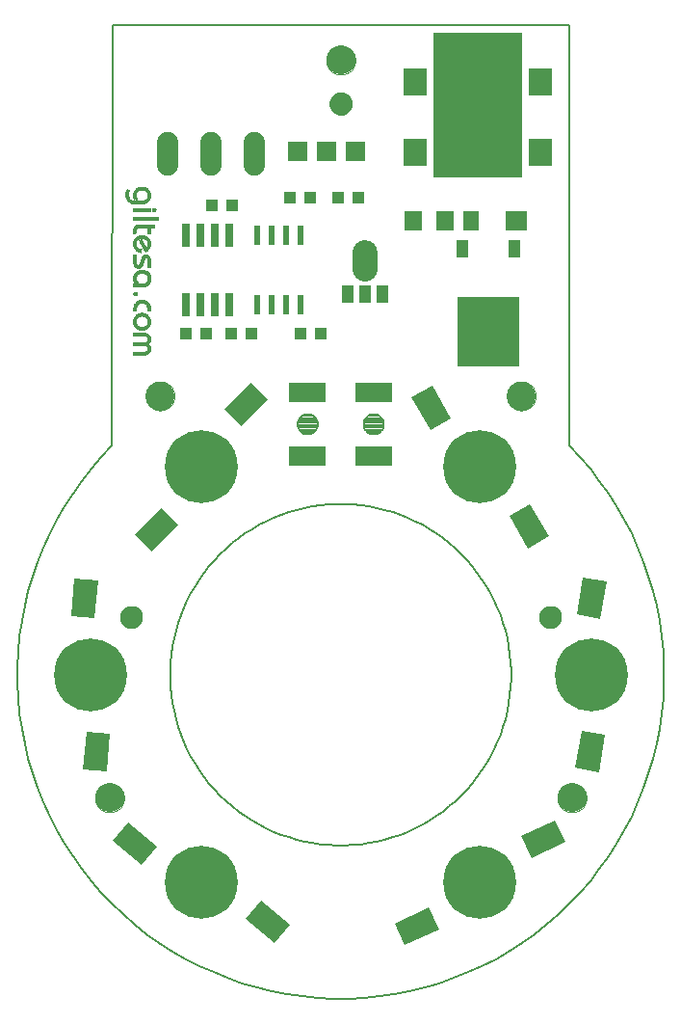
<source format=gts>
G75*
G70*
%OFA0B0*%
%FSLAX24Y24*%
%IPPOS*%
%LPD*%
%AMOC8*
5,1,8,0,0,1.08239X$1,22.5*
%
%ADD10C,0.0080*%
%ADD11C,0.0000*%
%ADD12C,0.1000*%
%ADD13R,0.3100X0.5000*%
%ADD14C,0.2520*%
%ADD15R,0.1299X0.0827*%
%ADD16C,0.0500*%
%ADD17C,0.0394*%
%ADD18R,0.0260X0.0800*%
%ADD19R,0.0394X0.0433*%
%ADD20R,0.0630X0.0709*%
%ADD21R,0.0520X0.0661*%
%ADD22R,0.0728X0.0661*%
%ADD23C,0.0866*%
%ADD24R,0.0413X0.0620*%
%ADD25R,0.0394X0.0630*%
%ADD26R,0.2126X0.2441*%
%ADD27R,0.0240X0.0700*%
%ADD28R,0.1260X0.0709*%
%ADD29R,0.0787X0.0945*%
%ADD30C,0.0630*%
%ADD31C,0.0709*%
%ADD32R,0.0650X0.0650*%
%ADD33R,0.0002X0.0062*%
%ADD34R,0.0002X0.0105*%
%ADD35R,0.0002X0.0133*%
%ADD36R,0.0002X0.0159*%
%ADD37R,0.0002X0.0179*%
%ADD38R,0.0002X0.0199*%
%ADD39R,0.0002X0.0215*%
%ADD40R,0.0002X0.0229*%
%ADD41R,0.0002X0.0246*%
%ADD42R,0.0002X0.0258*%
%ADD43R,0.0002X0.0272*%
%ADD44R,0.0002X0.0284*%
%ADD45R,0.0002X0.0296*%
%ADD46R,0.0002X0.0308*%
%ADD47R,0.0002X0.0320*%
%ADD48R,0.0002X0.0330*%
%ADD49R,0.0002X0.0340*%
%ADD50R,0.0002X0.0346*%
%ADD51R,0.0002X0.0350*%
%ADD52R,0.0002X0.0350*%
%ADD53R,0.0002X0.0354*%
%ADD54R,0.0002X0.0358*%
%ADD55R,0.0002X0.0360*%
%ADD56R,0.0002X0.0362*%
%ADD57R,0.0002X0.0366*%
%ADD58R,0.0002X0.0368*%
%ADD59R,0.0002X0.0368*%
%ADD60R,0.0002X0.0372*%
%ADD61R,0.0002X0.0374*%
%ADD62R,0.0002X0.0378*%
%ADD63R,0.0002X0.0378*%
%ADD64R,0.0002X0.0380*%
%ADD65R,0.0002X0.0382*%
%ADD66R,0.0002X0.0386*%
%ADD67R,0.0002X0.0386*%
%ADD68R,0.0002X0.0388*%
%ADD69R,0.0002X0.0390*%
%ADD70R,0.0002X0.0392*%
%ADD71R,0.0002X0.0392*%
%ADD72R,0.0002X0.0395*%
%ADD73R,0.0002X0.0397*%
%ADD74R,0.0002X0.0399*%
%ADD75R,0.0002X0.0399*%
%ADD76R,0.0002X0.0401*%
%ADD77R,0.0002X0.0403*%
%ADD78R,0.0002X0.0405*%
%ADD79R,0.0002X0.0405*%
%ADD80R,0.0002X0.0407*%
%ADD81R,0.0002X0.0409*%
%ADD82R,0.0002X0.0409*%
%ADD83R,0.0002X0.0411*%
%ADD84R,0.0002X0.0137*%
%ADD85R,0.0002X0.0213*%
%ADD86R,0.0002X0.0119*%
%ADD87R,0.0002X0.0197*%
%ADD88R,0.0002X0.0105*%
%ADD89R,0.0002X0.0189*%
%ADD90R,0.0002X0.0093*%
%ADD91R,0.0002X0.0181*%
%ADD92R,0.0002X0.0085*%
%ADD93R,0.0002X0.0175*%
%ADD94R,0.0002X0.0074*%
%ADD95R,0.0002X0.0167*%
%ADD96R,0.0002X0.0064*%
%ADD97R,0.0002X0.0163*%
%ADD98R,0.0002X0.0056*%
%ADD99R,0.0002X0.0159*%
%ADD100R,0.0002X0.0048*%
%ADD101R,0.0002X0.0155*%
%ADD102R,0.0002X0.0040*%
%ADD103R,0.0002X0.0151*%
%ADD104R,0.0002X0.0030*%
%ADD105R,0.0002X0.0149*%
%ADD106R,0.0002X0.0022*%
%ADD107R,0.0002X0.0145*%
%ADD108R,0.0002X0.0014*%
%ADD109R,0.0002X0.0143*%
%ADD110R,0.0002X0.0006*%
%ADD111R,0.0002X0.0139*%
%ADD112R,0.0002X0.0137*%
%ADD113R,0.0002X0.0133*%
%ADD114R,0.0002X0.0133*%
%ADD115R,0.0002X0.0129*%
%ADD116R,0.0002X0.0129*%
%ADD117R,0.0002X0.0127*%
%ADD118R,0.0002X0.0127*%
%ADD119R,0.0002X0.0125*%
%ADD120R,0.0002X0.0125*%
%ADD121R,0.0002X0.0123*%
%ADD122R,0.0002X0.0123*%
%ADD123R,0.0002X0.0121*%
%ADD124R,0.0002X0.0121*%
%ADD125R,0.0002X0.0119*%
%ADD126R,0.0002X0.0117*%
%ADD127R,0.0002X0.0115*%
%ADD128R,0.0002X0.0117*%
%ADD129R,0.0002X0.0115*%
%ADD130R,0.0002X0.0115*%
%ADD131R,0.0002X0.0113*%
%ADD132R,0.0002X0.0113*%
%ADD133R,0.0002X0.0113*%
%ADD134R,0.0002X0.0111*%
%ADD135R,0.0002X0.0111*%
%ADD136R,0.0002X0.0109*%
%ADD137R,0.0002X0.0109*%
%ADD138R,0.0002X0.0109*%
%ADD139R,0.0002X0.0107*%
%ADD140R,0.0002X0.0107*%
%ADD141R,0.0002X0.0107*%
%ADD142R,0.0002X0.0107*%
%ADD143R,0.0002X0.0105*%
%ADD144R,0.0002X0.0105*%
%ADD145R,0.0002X0.0105*%
%ADD146R,0.0002X0.0054*%
%ADD147R,0.0002X0.0062*%
%ADD148R,0.0002X0.0062*%
%ADD149R,0.0002X0.0085*%
%ADD150R,0.0002X0.0097*%
%ADD151R,0.0002X0.0093*%
%ADD152R,0.0002X0.0095*%
%ADD153R,0.0002X0.0020*%
%ADD154R,0.0002X0.0125*%
%ADD155R,0.0002X0.0107*%
%ADD156R,0.0002X0.0141*%
%ADD157R,0.0002X0.0133*%
%ADD158R,0.0002X0.0038*%
%ADD159R,0.0002X0.0137*%
%ADD160R,0.0002X0.0141*%
%ADD161R,0.0002X0.0157*%
%ADD162R,0.0002X0.0147*%
%ADD163R,0.0002X0.0050*%
%ADD164R,0.0002X0.0153*%
%ADD165R,0.0002X0.0173*%
%ADD166R,0.0002X0.0169*%
%ADD167R,0.0002X0.0169*%
%ADD168R,0.0002X0.0171*%
%ADD169R,0.0002X0.0185*%
%ADD170R,0.0002X0.0326*%
%ADD171R,0.0002X0.0171*%
%ADD172R,0.0002X0.0070*%
%ADD173R,0.0002X0.0131*%
%ADD174R,0.0002X0.0183*%
%ADD175R,0.0002X0.0183*%
%ADD176R,0.0002X0.0183*%
%ADD177R,0.0002X0.0199*%
%ADD178R,0.0002X0.0181*%
%ADD179R,0.0002X0.0074*%
%ADD180R,0.0002X0.0145*%
%ADD181R,0.0002X0.0195*%
%ADD182R,0.0002X0.0195*%
%ADD183R,0.0002X0.0193*%
%ADD184R,0.0002X0.0211*%
%ADD185R,0.0002X0.0352*%
%ADD186R,0.0002X0.0193*%
%ADD187R,0.0002X0.0083*%
%ADD188R,0.0002X0.0157*%
%ADD189R,0.0002X0.0207*%
%ADD190R,0.0002X0.0205*%
%ADD191R,0.0002X0.0201*%
%ADD192R,0.0002X0.0221*%
%ADD193R,0.0002X0.0360*%
%ADD194R,0.0002X0.0203*%
%ADD195R,0.0002X0.0087*%
%ADD196R,0.0002X0.0165*%
%ADD197R,0.0002X0.0217*%
%ADD198R,0.0002X0.0217*%
%ADD199R,0.0002X0.0207*%
%ADD200R,0.0002X0.0231*%
%ADD201R,0.0002X0.0366*%
%ADD202R,0.0002X0.0091*%
%ADD203R,0.0002X0.0175*%
%ADD204R,0.0002X0.0229*%
%ADD205R,0.0002X0.0225*%
%ADD206R,0.0002X0.0213*%
%ADD207R,0.0002X0.0242*%
%ADD208R,0.0002X0.0372*%
%ADD209R,0.0002X0.0221*%
%ADD210R,0.0002X0.0097*%
%ADD211R,0.0002X0.0238*%
%ADD212R,0.0002X0.0237*%
%ADD213R,0.0002X0.0252*%
%ADD214R,0.0002X0.0378*%
%ADD215R,0.0002X0.0101*%
%ADD216R,0.0002X0.0187*%
%ADD217R,0.0002X0.0248*%
%ADD218R,0.0002X0.0246*%
%ADD219R,0.0002X0.0223*%
%ADD220R,0.0002X0.0260*%
%ADD221R,0.0002X0.0384*%
%ADD222R,0.0002X0.0238*%
%ADD223R,0.0002X0.0254*%
%ADD224R,0.0002X0.0227*%
%ADD225R,0.0002X0.0270*%
%ADD226R,0.0002X0.0246*%
%ADD227R,0.0002X0.0266*%
%ADD228R,0.0002X0.0262*%
%ADD229R,0.0002X0.0231*%
%ADD230R,0.0002X0.0280*%
%ADD231R,0.0002X0.0252*%
%ADD232R,0.0002X0.0205*%
%ADD233R,0.0002X0.0274*%
%ADD234R,0.0002X0.0270*%
%ADD235R,0.0002X0.0235*%
%ADD236R,0.0002X0.0288*%
%ADD237R,0.0002X0.0399*%
%ADD238R,0.0002X0.0260*%
%ADD239R,0.0002X0.0282*%
%ADD240R,0.0002X0.0278*%
%ADD241R,0.0002X0.0296*%
%ADD242R,0.0002X0.0215*%
%ADD243R,0.0002X0.0290*%
%ADD244R,0.0002X0.0286*%
%ADD245R,0.0002X0.0241*%
%ADD246R,0.0002X0.0300*%
%ADD247R,0.0002X0.0405*%
%ADD248R,0.0002X0.0272*%
%ADD249R,0.0002X0.0121*%
%ADD250R,0.0002X0.0221*%
%ADD251R,0.0002X0.0298*%
%ADD252R,0.0002X0.0292*%
%ADD253R,0.0002X0.0244*%
%ADD254R,0.0002X0.0308*%
%ADD255R,0.0002X0.0123*%
%ADD256R,0.0002X0.0304*%
%ADD257R,0.0002X0.0294*%
%ADD258R,0.0002X0.0316*%
%ADD259R,0.0002X0.0411*%
%ADD260R,0.0002X0.0312*%
%ADD261R,0.0002X0.0250*%
%ADD262R,0.0002X0.0324*%
%ADD263R,0.0002X0.0415*%
%ADD264R,0.0002X0.0292*%
%ADD265R,0.0002X0.0233*%
%ADD266R,0.0002X0.0318*%
%ADD267R,0.0002X0.0302*%
%ADD268R,0.0002X0.0328*%
%ADD269R,0.0002X0.0417*%
%ADD270R,0.0002X0.0324*%
%ADD271R,0.0002X0.0256*%
%ADD272R,0.0002X0.0336*%
%ADD273R,0.0002X0.0421*%
%ADD274R,0.0002X0.0131*%
%ADD275R,0.0002X0.0330*%
%ADD276R,0.0002X0.0258*%
%ADD277R,0.0002X0.0340*%
%ADD278R,0.0002X0.0423*%
%ADD279R,0.0002X0.0135*%
%ADD280R,0.0002X0.0338*%
%ADD281R,0.0002X0.0310*%
%ADD282R,0.0002X0.0348*%
%ADD283R,0.0002X0.0425*%
%ADD284R,0.0002X0.0342*%
%ADD285R,0.0002X0.0314*%
%ADD286R,0.0002X0.0262*%
%ADD287R,0.0002X0.0429*%
%ADD288R,0.0002X0.0320*%
%ADD289R,0.0002X0.0316*%
%ADD290R,0.0002X0.0264*%
%ADD291R,0.0002X0.0360*%
%ADD292R,0.0002X0.0431*%
%ADD293R,0.0002X0.0324*%
%ADD294R,0.0002X0.0139*%
%ADD295R,0.0002X0.0256*%
%ADD296R,0.0002X0.0318*%
%ADD297R,0.0002X0.0266*%
%ADD298R,0.0002X0.0364*%
%ADD299R,0.0002X0.0433*%
%ADD300R,0.0002X0.0139*%
%ADD301R,0.0002X0.0360*%
%ADD302R,0.0002X0.0322*%
%ADD303R,0.0002X0.0268*%
%ADD304R,0.0002X0.0370*%
%ADD305R,0.0002X0.0435*%
%ADD306R,0.0002X0.0330*%
%ADD307R,0.0002X0.0376*%
%ADD308R,0.0002X0.0437*%
%ADD309R,0.0002X0.0332*%
%ADD310R,0.0002X0.0141*%
%ADD311R,0.0002X0.0326*%
%ADD312R,0.0002X0.0272*%
%ADD313R,0.0002X0.0380*%
%ADD314R,0.0002X0.0439*%
%ADD315R,0.0002X0.0334*%
%ADD316R,0.0002X0.0143*%
%ADD317R,0.0002X0.0268*%
%ADD318R,0.0002X0.0376*%
%ADD319R,0.0002X0.0274*%
%ADD320R,0.0002X0.0441*%
%ADD321R,0.0002X0.0382*%
%ADD322R,0.0002X0.0276*%
%ADD323R,0.0002X0.0391*%
%ADD324R,0.0002X0.0443*%
%ADD325R,0.0002X0.0340*%
%ADD326R,0.0002X0.0274*%
%ADD327R,0.0002X0.0334*%
%ADD328R,0.0002X0.0445*%
%ADD329R,0.0002X0.0342*%
%ADD330R,0.0002X0.0278*%
%ADD331R,0.0002X0.0401*%
%ADD332R,0.0002X0.0445*%
%ADD333R,0.0002X0.0344*%
%ADD334R,0.0002X0.0395*%
%ADD335R,0.0002X0.0280*%
%ADD336R,0.0002X0.0447*%
%ADD337R,0.0002X0.0409*%
%ADD338R,0.0002X0.0449*%
%ADD339R,0.0002X0.0348*%
%ADD340R,0.0002X0.0407*%
%ADD341R,0.0002X0.0344*%
%ADD342R,0.0002X0.0415*%
%ADD343R,0.0002X0.0451*%
%ADD344R,0.0002X0.0350*%
%ADD345R,0.0002X0.0411*%
%ADD346R,0.0002X0.0346*%
%ADD347R,0.0002X0.0284*%
%ADD348R,0.0002X0.0419*%
%ADD349R,0.0002X0.0451*%
%ADD350R,0.0002X0.0352*%
%ADD351R,0.0002X0.0290*%
%ADD352R,0.0002X0.0415*%
%ADD353R,0.0002X0.0286*%
%ADD354R,0.0002X0.0423*%
%ADD355R,0.0002X0.0453*%
%ADD356R,0.0002X0.0354*%
%ADD357R,0.0002X0.0292*%
%ADD358R,0.0002X0.0419*%
%ADD359R,0.0002X0.0427*%
%ADD360R,0.0002X0.0455*%
%ADD361R,0.0002X0.0356*%
%ADD362R,0.0002X0.0288*%
%ADD363R,0.0002X0.0431*%
%ADD364R,0.0002X0.0358*%
%ADD365R,0.0002X0.0296*%
%ADD366R,0.0002X0.0290*%
%ADD367R,0.0002X0.0435*%
%ADD368R,0.0002X0.0457*%
%ADD369R,0.0002X0.0300*%
%ADD370R,0.0002X0.0356*%
%ADD371R,0.0002X0.0290*%
%ADD372R,0.0002X0.0439*%
%ADD373R,0.0002X0.0457*%
%ADD374R,0.0002X0.0362*%
%ADD375R,0.0002X0.0302*%
%ADD376R,0.0002X0.0443*%
%ADD377R,0.0002X0.0459*%
%ADD378R,0.0002X0.0304*%
%ADD379R,0.0002X0.0447*%
%ADD380R,0.0002X0.0461*%
%ADD381R,0.0002X0.0306*%
%ADD382R,0.0002X0.0360*%
%ADD383R,0.0002X0.0294*%
%ADD384R,0.0002X0.0461*%
%ADD385R,0.0002X0.0368*%
%ADD386R,0.0002X0.0447*%
%ADD387R,0.0002X0.0463*%
%ADD388R,0.0002X0.0368*%
%ADD389R,0.0002X0.0457*%
%ADD390R,0.0002X0.0455*%
%ADD391R,0.0002X0.0372*%
%ADD392R,0.0002X0.0314*%
%ADD393R,0.0002X0.0203*%
%ADD394R,0.0002X0.0298*%
%ADD395R,0.0002X0.0201*%
%ADD396R,0.0002X0.0201*%
%ADD397R,0.0002X0.0465*%
%ADD398R,0.0002X0.0121*%
%ADD399R,0.0002X0.0316*%
%ADD400R,0.0002X0.0191*%
%ADD401R,0.0002X0.0298*%
%ADD402R,0.0002X0.0189*%
%ADD403R,0.0002X0.0465*%
%ADD404R,0.0002X0.0300*%
%ADD405R,0.0002X0.0181*%
%ADD406R,0.0002X0.0467*%
%ADD407R,0.0002X0.0103*%
%ADD408R,0.0002X0.0320*%
%ADD409R,0.0002X0.0177*%
%ADD410R,0.0002X0.0171*%
%ADD411R,0.0002X0.0079*%
%ADD412R,0.0002X0.0173*%
%ADD413R,0.0002X0.0169*%
%ADD414R,0.0002X0.0467*%
%ADD415R,0.0002X0.0171*%
%ADD416R,0.0002X0.0091*%
%ADD417R,0.0002X0.0324*%
%ADD418R,0.0002X0.0173*%
%ADD419R,0.0002X0.0072*%
%ADD420R,0.0002X0.0469*%
%ADD421R,0.0002X0.0163*%
%ADD422R,0.0002X0.0066*%
%ADD423R,0.0002X0.0165*%
%ADD424R,0.0002X0.0161*%
%ADD425R,0.0002X0.0149*%
%ADD426R,0.0002X0.0163*%
%ADD427R,0.0002X0.0081*%
%ADD428R,0.0002X0.0139*%
%ADD429R,0.0002X0.0076*%
%ADD430R,0.0002X0.0157*%
%ADD431R,0.0002X0.0058*%
%ADD432R,0.0002X0.0159*%
%ADD433R,0.0002X0.0155*%
%ADD434R,0.0002X0.0137*%
%ADD435R,0.0002X0.0159*%
%ADD436R,0.0002X0.0072*%
%ADD437R,0.0002X0.0195*%
%ADD438R,0.0002X0.0052*%
%ADD439R,0.0002X0.0127*%
%ADD440R,0.0002X0.0153*%
%ADD441R,0.0002X0.0155*%
%ADD442R,0.0002X0.0068*%
%ADD443R,0.0002X0.0189*%
%ADD444R,0.0002X0.0125*%
%ADD445R,0.0002X0.0151*%
%ADD446R,0.0002X0.0064*%
%ADD447R,0.0002X0.0044*%
%ADD448R,0.0002X0.0123*%
%ADD449R,0.0002X0.0103*%
%ADD450R,0.0002X0.0179*%
%ADD451R,0.0002X0.0147*%
%ADD452R,0.0002X0.0040*%
%ADD453R,0.0002X0.0151*%
%ADD454R,0.0002X0.0125*%
%ADD455R,0.0002X0.0099*%
%ADD456R,0.0002X0.0175*%
%ADD457R,0.0002X0.0145*%
%ADD458R,0.0002X0.0036*%
%ADD459R,0.0002X0.0056*%
%ADD460R,0.0002X0.0095*%
%ADD461R,0.0002X0.0032*%
%ADD462R,0.0002X0.0117*%
%ADD463R,0.0002X0.0052*%
%ADD464R,0.0002X0.0028*%
%ADD465R,0.0002X0.0115*%
%ADD466R,0.0002X0.0050*%
%ADD467R,0.0002X0.0141*%
%ADD468R,0.0002X0.0024*%
%ADD469R,0.0002X0.0117*%
%ADD470R,0.0002X0.0046*%
%ADD471R,0.0002X0.0119*%
%ADD472R,0.0002X0.0074*%
%ADD473R,0.0002X0.0143*%
%ADD474R,0.0002X0.0137*%
%ADD475R,0.0002X0.0016*%
%ADD476R,0.0002X0.0042*%
%ADD477R,0.0002X0.0135*%
%ADD478R,0.0002X0.0012*%
%ADD479R,0.0002X0.0038*%
%ADD480R,0.0002X0.0058*%
%ADD481R,0.0002X0.0010*%
%ADD482R,0.0002X0.0135*%
%ADD483R,0.0002X0.0115*%
%ADD484R,0.0002X0.0135*%
%ADD485R,0.0002X0.0036*%
%ADD486R,0.0002X0.0153*%
%ADD487R,0.0002X0.0034*%
%ADD488R,0.0002X0.0034*%
%ADD489R,0.0002X0.0002*%
%ADD490R,0.0002X0.0133*%
%ADD491R,0.0002X0.0030*%
%ADD492R,0.0002X0.0149*%
%ADD493R,0.0002X0.0129*%
%ADD494R,0.0002X0.0131*%
%ADD495R,0.0002X0.0028*%
%ADD496R,0.0002X0.0024*%
%ADD497R,0.0002X0.0022*%
%ADD498R,0.0002X0.0020*%
%ADD499R,0.0002X0.0018*%
%ADD500R,0.0002X0.0121*%
%ADD501R,0.0002X0.0012*%
%ADD502R,0.0002X0.0127*%
%ADD503R,0.0002X0.0010*%
%ADD504R,0.0002X0.0008*%
%ADD505R,0.0002X0.0006*%
%ADD506R,0.0002X0.0119*%
%ADD507R,0.0002X0.0004*%
%ADD508R,0.0002X0.0002*%
%ADD509R,0.0002X0.0117*%
%ADD510R,0.0002X0.0004*%
%ADD511R,0.0002X0.0111*%
%ADD512R,0.0002X0.0111*%
%ADD513R,0.0002X0.0018*%
%ADD514R,0.0002X0.0109*%
%ADD515R,0.0002X0.0022*%
%ADD516R,0.0002X0.0042*%
%ADD517R,0.0002X0.0046*%
%ADD518R,0.0002X0.0056*%
%ADD519R,0.0002X0.0161*%
%ADD520R,0.0002X0.0070*%
%ADD521R,0.0002X0.0109*%
%ADD522R,0.0002X0.0185*%
%ADD523R,0.0002X0.0089*%
%ADD524R,0.0002X0.0093*%
%ADD525R,0.0002X0.0099*%
%ADD526R,0.0002X0.0211*%
%ADD527R,0.0002X0.0231*%
%ADD528R,0.0002X0.0240*%
%ADD529R,0.0002X0.0149*%
%ADD530R,0.0002X0.0264*%
%ADD531R,0.0002X0.0268*%
%ADD532R,0.0002X0.0272*%
%ADD533R,0.0002X0.0167*%
%ADD534R,0.0002X0.0068*%
%ADD535R,0.0002X0.0284*%
%ADD536R,0.0002X0.0018*%
%ADD537R,0.0002X0.0185*%
%ADD538R,0.0002X0.0002*%
%ADD539R,0.0002X0.0197*%
%ADD540R,0.0002X0.0197*%
%ADD541R,0.0002X0.0310*%
%ADD542R,0.0002X0.0199*%
%ADD543R,0.0002X0.0310*%
%ADD544R,0.0002X0.0312*%
%ADD545R,0.0002X0.0312*%
%ADD546R,0.0002X0.0310*%
%ADD547R,0.0002X0.0306*%
%ADD548R,0.0002X0.0199*%
%ADD549R,0.0002X0.0197*%
%ADD550R,0.0002X0.0296*%
%ADD551R,0.0002X0.0254*%
%ADD552R,0.0002X0.0225*%
%ADD553R,0.0002X0.0219*%
%ADD554R,0.0002X0.0157*%
%ADD555R,0.0002X0.0107*%
%ADD556R,0.0002X0.0117*%
%ADD557R,0.0002X0.0197*%
%ADD558R,0.0002X0.0141*%
%ADD559R,0.0002X0.0111*%
%ADD560R,0.0002X0.0119*%
%ADD561R,0.0002X0.0111*%
%ADD562R,0.0002X0.0123*%
%ADD563R,0.0002X0.0197*%
%ADD564R,0.0002X0.0121*%
%ADD565R,0.0002X0.0119*%
%ADD566R,0.0002X0.0127*%
%ADD567R,0.0002X0.0193*%
%ADD568R,0.0002X0.0187*%
%ADD569R,0.0002X0.0131*%
%ADD570R,0.0002X0.0125*%
%ADD571R,0.0002X0.0123*%
%ADD572R,0.0002X0.0177*%
%ADD573R,0.0002X0.0127*%
%ADD574R,0.0002X0.0163*%
%ADD575R,0.0002X0.0135*%
%ADD576R,0.0002X0.0129*%
%ADD577R,0.0002X0.0143*%
%ADD578R,0.0002X0.0139*%
%ADD579R,0.0002X0.0135*%
%ADD580R,0.0002X0.0115*%
%ADD581R,0.0002X0.0129*%
%ADD582R,0.0002X0.0137*%
%ADD583R,0.0002X0.0131*%
%ADD584R,0.0002X0.0141*%
%ADD585R,0.0002X0.0153*%
%ADD586R,0.0002X0.0151*%
%ADD587R,0.0002X0.0155*%
%ADD588R,0.0002X0.0159*%
%ADD589R,0.0002X0.0161*%
%ADD590R,0.0002X0.0143*%
%ADD591R,0.0002X0.0147*%
%ADD592R,0.0002X0.0165*%
%ADD593R,0.0002X0.0167*%
%ADD594R,0.0002X0.0167*%
%ADD595R,0.0002X0.0153*%
%ADD596R,0.0002X0.0175*%
%ADD597R,0.0002X0.0149*%
%ADD598R,0.0002X0.0179*%
%ADD599R,0.0002X0.0153*%
%ADD600R,0.0002X0.0191*%
%ADD601R,0.0002X0.0161*%
%ADD602R,0.0002X0.0195*%
%ADD603R,0.0002X0.0199*%
%ADD604R,0.0002X0.0163*%
%ADD605R,0.0002X0.0207*%
%ADD606R,0.0002X0.0167*%
%ADD607R,0.0002X0.0173*%
%ADD608R,0.0002X0.0316*%
%ADD609R,0.0002X0.0171*%
%ADD610R,0.0002X0.0441*%
%ADD611R,0.0002X0.0177*%
%ADD612R,0.0002X0.0322*%
%ADD613R,0.0002X0.0173*%
%ADD614R,0.0002X0.0229*%
%ADD615R,0.0002X0.0441*%
%ADD616R,0.0002X0.0185*%
%ADD617R,0.0002X0.0320*%
%ADD618R,0.0002X0.0147*%
%ADD619R,0.0002X0.0240*%
%ADD620R,0.0002X0.0179*%
%ADD621R,0.0002X0.0264*%
%ADD622R,0.0002X0.0199*%
%ADD623R,0.0002X0.0201*%
%ADD624R,0.0002X0.0439*%
%ADD625R,0.0002X0.0205*%
%ADD626R,0.0002X0.0211*%
%ADD627R,0.0002X0.0201*%
%ADD628R,0.0002X0.0165*%
%ADD629R,0.0002X0.0286*%
%ADD630R,0.0002X0.0449*%
%ADD631R,0.0002X0.0437*%
%ADD632R,0.0002X0.0473*%
%ADD633R,0.0002X0.0314*%
%ADD634R,0.0002X0.0455*%
%ADD635R,0.0002X0.0702*%
%ADD636R,0.0002X0.0700*%
%ADD637R,0.0002X0.0698*%
%ADD638R,0.0002X0.0445*%
%ADD639R,0.0002X0.0435*%
%ADD640R,0.0002X0.0463*%
%ADD641R,0.0002X0.0308*%
%ADD642R,0.0002X0.0447*%
%ADD643R,0.0002X0.0694*%
%ADD644R,0.0002X0.0433*%
%ADD645R,0.0002X0.0459*%
%ADD646R,0.0002X0.0443*%
%ADD647R,0.0002X0.0694*%
%ADD648R,0.0002X0.0431*%
%ADD649R,0.0002X0.0690*%
%ADD650R,0.0002X0.0427*%
%ADD651R,0.0002X0.0686*%
%ADD652R,0.0002X0.0423*%
%ADD653R,0.0002X0.0429*%
%ADD654R,0.0002X0.0431*%
%ADD655R,0.0002X0.0449*%
%ADD656R,0.0002X0.0298*%
%ADD657R,0.0002X0.0686*%
%ADD658R,0.0002X0.0425*%
%ADD659R,0.0002X0.0429*%
%ADD660R,0.0002X0.0427*%
%ADD661R,0.0002X0.0682*%
%ADD662R,0.0002X0.0421*%
%ADD663R,0.0002X0.0441*%
%ADD664R,0.0002X0.0678*%
%ADD665R,0.0002X0.0676*%
%ADD666R,0.0002X0.0407*%
%ADD667R,0.0002X0.0413*%
%ADD668R,0.0002X0.0425*%
%ADD669R,0.0002X0.0433*%
%ADD670R,0.0002X0.0290*%
%ADD671R,0.0002X0.0415*%
%ADD672R,0.0002X0.0336*%
%ADD673R,0.0002X0.0336*%
%ADD674R,0.0002X0.0403*%
%ADD675R,0.0002X0.0423*%
%ADD676R,0.0002X0.0429*%
%ADD677R,0.0002X0.0286*%
%ADD678R,0.0002X0.0411*%
%ADD679R,0.0002X0.0332*%
%ADD680R,0.0002X0.0399*%
%ADD681R,0.0002X0.0328*%
%ADD682R,0.0002X0.0394*%
%ADD683R,0.0002X0.0390*%
%ADD684R,0.0002X0.0397*%
%ADD685R,0.0002X0.0419*%
%ADD686R,0.0002X0.0417*%
%ADD687R,0.0002X0.0278*%
%ADD688R,0.0002X0.0395*%
%ADD689R,0.0002X0.0324*%
%ADD690R,0.0002X0.0386*%
%ADD691R,0.0002X0.0417*%
%ADD692R,0.0002X0.0413*%
%ADD693R,0.0002X0.0276*%
%ADD694R,0.0002X0.0391*%
%ADD695R,0.0002X0.0382*%
%ADD696R,0.0002X0.0316*%
%ADD697R,0.0002X0.0413*%
%ADD698R,0.0002X0.0372*%
%ADD699R,0.0002X0.0396*%
%ADD700R,0.0002X0.0268*%
%ADD701R,0.0002X0.0376*%
%ADD702R,0.0002X0.0370*%
%ADD703R,0.0002X0.0304*%
%ADD704R,0.0002X0.0380*%
%ADD705R,0.0002X0.0352*%
%ADD706R,0.0002X0.0356*%
%ADD707R,0.0002X0.0403*%
%ADD708R,0.0002X0.0376*%
%ADD709R,0.0002X0.0256*%
%ADD710R,0.0002X0.0354*%
%ADD711R,0.0002X0.0294*%
%ADD712R,0.0002X0.0292*%
%ADD713R,0.0002X0.0350*%
%ADD714R,0.0002X0.0350*%
%ADD715R,0.0002X0.0288*%
%ADD716R,0.0002X0.0346*%
%ADD717R,0.0002X0.0364*%
%ADD718R,0.0002X0.0334*%
%ADD719R,0.0002X0.0280*%
%ADD720R,0.0002X0.0328*%
%ADD721R,0.0002X0.0334*%
%ADD722R,0.0002X0.0242*%
%ADD723R,0.0002X0.0330*%
%ADD724R,0.0002X0.0274*%
%ADD725R,0.0002X0.0276*%
%ADD726R,0.0002X0.0388*%
%ADD727R,0.0002X0.0237*%
%ADD728R,0.0002X0.0270*%
%ADD729R,0.0002X0.0270*%
%ADD730R,0.0002X0.0264*%
%ADD731R,0.0002X0.0304*%
%ADD732R,0.0002X0.0380*%
%ADD733R,0.0002X0.0326*%
%ADD734R,0.0002X0.0225*%
%ADD735R,0.0002X0.0254*%
%ADD736R,0.0002X0.0300*%
%ADD737R,0.0002X0.0298*%
%ADD738R,0.0002X0.0250*%
%ADD739R,0.0002X0.0248*%
%ADD740R,0.0002X0.0244*%
%ADD741R,0.0002X0.0274*%
%ADD742R,0.0002X0.0362*%
%ADD743R,0.0002X0.0296*%
%ADD744R,0.0002X0.0205*%
%ADD745R,0.0002X0.0229*%
%ADD746R,0.0002X0.0231*%
%ADD747R,0.0002X0.0266*%
%ADD748R,0.0002X0.0358*%
%ADD749R,0.0002X0.0223*%
%ADD750R,0.0002X0.0215*%
%ADD751R,0.0002X0.0209*%
%ADD752R,0.0002X0.0240*%
%ADD753R,0.0002X0.0244*%
%ADD754R,0.0002X0.0340*%
%ADD755R,0.0002X0.0262*%
%ADD756R,0.0002X0.0238*%
%ADD757R,0.0002X0.0229*%
%ADD758R,0.0002X0.0231*%
%ADD759R,0.0002X0.0229*%
%ADD760R,0.0002X0.0219*%
%ADD761R,0.0002X0.0223*%
%ADD762R,0.0002X0.0183*%
%ADD763R,0.0002X0.0215*%
%ADD764R,0.0002X0.0195*%
%ADD765R,0.0002X0.0203*%
%ADD766R,0.0002X0.0187*%
%ADD767R,0.0002X0.0169*%
%ADD768R,0.0002X0.0143*%
%ADD769R,0.0002X0.0155*%
%ADD770R,0.0002X0.0095*%
%ADD771R,0.0002X0.0078*%
%ADD772R,0.0002X0.0081*%
%ADD773R,0.0002X0.0072*%
%ADD774R,0.0002X0.0020*%
%ADD775R,0.0002X0.0050*%
%ADD776R,0.0002X0.0060*%
%ADD777R,0.0002X0.0066*%
%ADD778R,0.0002X0.0079*%
%ADD779R,0.0002X0.0089*%
%ADD780R,0.0002X0.0091*%
%ADD781R,0.0002X0.0095*%
%ADD782R,0.0002X0.0099*%
%ADD783R,0.0002X0.0103*%
%ADD784R,0.0002X0.0101*%
%ADD785R,0.0002X0.0087*%
%ADD786R,0.0002X0.0074*%
%ADD787R,0.0002X0.0062*%
%ADD788R,0.0002X0.0054*%
%ADD789R,0.0002X0.0044*%
%ADD790R,0.0002X0.0030*%
%ADD791C,0.0675*%
D10*
X019244Y003479D02*
X019612Y003864D01*
X019961Y004267D01*
X020290Y004685D01*
X020599Y005119D01*
X020887Y005567D01*
X021153Y006029D01*
X021397Y006502D01*
X021618Y006987D01*
X021816Y007481D01*
X021991Y007984D01*
X022141Y008496D01*
X022266Y009013D01*
X022367Y009536D01*
X022443Y010063D01*
X022493Y010594D01*
X022519Y011126D01*
X022519Y011658D01*
X022493Y012190D01*
X022443Y012721D01*
X022367Y013248D01*
X022266Y013771D01*
X022141Y014288D01*
X021991Y014800D01*
X021816Y015303D01*
X021618Y015797D01*
X021397Y016282D01*
X021153Y016755D01*
X020887Y017217D01*
X020599Y017665D01*
X020290Y018099D01*
X019961Y018517D01*
X019612Y018920D01*
X019244Y019305D01*
X019245Y019306D02*
X019231Y033842D01*
X003431Y033842D01*
X003418Y019306D01*
X009849Y019987D02*
X009869Y019922D01*
X009901Y019862D01*
X009943Y019810D01*
X009996Y019767D01*
X010055Y019735D01*
X010120Y019716D01*
X010187Y019709D01*
X010254Y019716D01*
X010319Y019735D01*
X010379Y019767D01*
X010431Y019810D01*
X010474Y019862D01*
X010506Y019922D01*
X010525Y019987D01*
X010532Y020054D01*
X010525Y020121D01*
X010506Y020186D01*
X010474Y020245D01*
X010431Y020298D01*
X010379Y020340D01*
X010319Y020372D01*
X010254Y020392D01*
X010187Y020399D01*
X010120Y020392D01*
X010055Y020372D01*
X009996Y020340D01*
X009943Y020298D01*
X009901Y020245D01*
X009869Y020186D01*
X009849Y020121D01*
X009842Y020054D01*
X009849Y019987D01*
X009861Y019949D02*
X010514Y019949D01*
X010529Y020027D02*
X009845Y020027D01*
X009848Y020106D02*
X010527Y020106D01*
X010506Y020184D02*
X009868Y020184D01*
X009915Y020263D02*
X010459Y020263D01*
X010377Y020341D02*
X009998Y020341D01*
X009896Y019870D02*
X010478Y019870D01*
X010409Y019792D02*
X009966Y019792D01*
X010144Y019713D02*
X010230Y019713D01*
X012137Y019987D02*
X012157Y019922D01*
X012189Y019862D01*
X012232Y019810D01*
X012284Y019767D01*
X012343Y019735D01*
X012408Y019716D01*
X012475Y019709D01*
X012543Y019716D01*
X012607Y019735D01*
X012667Y019767D01*
X012719Y019810D01*
X012762Y019862D01*
X012794Y019922D01*
X012813Y019987D01*
X012820Y020054D01*
X012813Y020121D01*
X012794Y020186D01*
X012762Y020245D01*
X012719Y020298D01*
X012667Y020340D01*
X012607Y020372D01*
X012543Y020392D01*
X012475Y020399D01*
X012408Y020392D01*
X012343Y020372D01*
X012284Y020340D01*
X012232Y020298D01*
X012189Y020245D01*
X012157Y020186D01*
X012137Y020121D01*
X012131Y020054D01*
X012137Y019987D01*
X012149Y019949D02*
X012802Y019949D01*
X012817Y020027D02*
X012133Y020027D01*
X012136Y020106D02*
X012815Y020106D01*
X012794Y020184D02*
X012157Y020184D01*
X012203Y020263D02*
X012747Y020263D01*
X012665Y020341D02*
X012286Y020341D01*
X012184Y019870D02*
X012766Y019870D01*
X012697Y019792D02*
X012254Y019792D01*
X012432Y019713D02*
X012518Y019713D01*
X019244Y003479D02*
X018859Y003111D01*
X018456Y002762D01*
X018038Y002433D01*
X017604Y002124D01*
X017156Y001836D01*
X016694Y001570D01*
X016221Y001326D01*
X015736Y001105D01*
X015242Y000907D01*
X014739Y000732D01*
X014227Y000582D01*
X013710Y000457D01*
X013187Y000356D01*
X012660Y000280D01*
X012129Y000230D01*
X011597Y000204D01*
X011065Y000204D01*
X010533Y000230D01*
X010002Y000280D01*
X009475Y000356D01*
X008952Y000457D01*
X008435Y000582D01*
X007923Y000732D01*
X007420Y000907D01*
X006926Y001105D01*
X006441Y001326D01*
X005968Y001570D01*
X005506Y001836D01*
X005058Y002124D01*
X004624Y002433D01*
X004206Y002762D01*
X003803Y003111D01*
X003418Y003479D01*
X003050Y003864D01*
X002701Y004267D01*
X002372Y004685D01*
X002063Y005119D01*
X001775Y005567D01*
X001509Y006029D01*
X001265Y006502D01*
X001044Y006987D01*
X000846Y007481D01*
X000671Y007984D01*
X000521Y008496D01*
X000396Y009013D01*
X000295Y009536D01*
X000219Y010063D01*
X000169Y010594D01*
X000143Y011126D01*
X000143Y011658D01*
X000169Y012190D01*
X000219Y012721D01*
X000295Y013248D01*
X000396Y013771D01*
X000521Y014288D01*
X000671Y014800D01*
X000846Y015303D01*
X001044Y015797D01*
X001265Y016282D01*
X001509Y016755D01*
X001775Y017217D01*
X002063Y017665D01*
X002372Y018099D01*
X002701Y018517D01*
X003050Y018920D01*
X003418Y019305D01*
X007158Y015565D02*
X007362Y015758D01*
X007574Y015942D01*
X007795Y016116D01*
X008023Y016279D01*
X008260Y016431D01*
X008503Y016571D01*
X008753Y016700D01*
X009008Y016817D01*
X009269Y016921D01*
X009534Y017013D01*
X009804Y017092D01*
X010077Y017158D01*
X010352Y017211D01*
X010630Y017251D01*
X010910Y017278D01*
X011191Y017291D01*
X011471Y017291D01*
X011752Y017278D01*
X012032Y017251D01*
X012310Y017211D01*
X012585Y017158D01*
X012858Y017092D01*
X013128Y017013D01*
X013393Y016921D01*
X013654Y016817D01*
X013909Y016700D01*
X014159Y016571D01*
X014402Y016431D01*
X014639Y016279D01*
X014867Y016116D01*
X015088Y015942D01*
X015300Y015758D01*
X015504Y015565D01*
X015697Y015361D01*
X015881Y015149D01*
X016055Y014928D01*
X016218Y014700D01*
X016370Y014463D01*
X016510Y014220D01*
X016639Y013970D01*
X016756Y013715D01*
X016860Y013454D01*
X016952Y013189D01*
X017031Y012919D01*
X017097Y012646D01*
X017150Y012371D01*
X017190Y012093D01*
X017217Y011813D01*
X017230Y011532D01*
X017230Y011252D01*
X017217Y010971D01*
X017190Y010691D01*
X017150Y010413D01*
X017097Y010138D01*
X017031Y009865D01*
X016952Y009595D01*
X016860Y009330D01*
X016756Y009069D01*
X016639Y008814D01*
X016510Y008564D01*
X016370Y008321D01*
X016218Y008084D01*
X016055Y007856D01*
X015881Y007635D01*
X015697Y007423D01*
X015504Y007219D01*
X015300Y007026D01*
X015088Y006842D01*
X014867Y006668D01*
X014639Y006505D01*
X014402Y006353D01*
X014159Y006213D01*
X013909Y006084D01*
X013654Y005967D01*
X013393Y005863D01*
X013128Y005771D01*
X012858Y005692D01*
X012585Y005626D01*
X012310Y005573D01*
X012032Y005533D01*
X011752Y005506D01*
X011471Y005493D01*
X011191Y005493D01*
X010910Y005506D01*
X010630Y005533D01*
X010352Y005573D01*
X010077Y005626D01*
X009804Y005692D01*
X009534Y005771D01*
X009269Y005863D01*
X009008Y005967D01*
X008753Y006084D01*
X008503Y006213D01*
X008260Y006353D01*
X008023Y006505D01*
X007795Y006668D01*
X007574Y006842D01*
X007362Y007026D01*
X007158Y007219D01*
X006965Y007423D01*
X006781Y007635D01*
X006607Y007856D01*
X006444Y008084D01*
X006292Y008321D01*
X006152Y008564D01*
X006023Y008814D01*
X005906Y009069D01*
X005802Y009330D01*
X005710Y009595D01*
X005631Y009865D01*
X005565Y010138D01*
X005512Y010413D01*
X005472Y010691D01*
X005445Y010971D01*
X005432Y011252D01*
X005432Y011532D01*
X005445Y011813D01*
X005472Y012093D01*
X005512Y012371D01*
X005565Y012646D01*
X005631Y012919D01*
X005710Y013189D01*
X005802Y013454D01*
X005906Y013715D01*
X006023Y013970D01*
X006152Y014220D01*
X006292Y014463D01*
X006444Y014700D01*
X006607Y014928D01*
X006781Y015149D01*
X006965Y015361D01*
X007158Y015565D01*
D11*
X004581Y021036D02*
X004583Y021080D01*
X004589Y021124D01*
X004599Y021167D01*
X004612Y021209D01*
X004629Y021250D01*
X004650Y021289D01*
X004674Y021326D01*
X004701Y021361D01*
X004731Y021393D01*
X004764Y021423D01*
X004800Y021449D01*
X004837Y021473D01*
X004877Y021492D01*
X004918Y021509D01*
X004961Y021521D01*
X005004Y021530D01*
X005048Y021535D01*
X005092Y021536D01*
X005136Y021533D01*
X005180Y021526D01*
X005223Y021515D01*
X005265Y021501D01*
X005305Y021483D01*
X005344Y021461D01*
X005380Y021437D01*
X005414Y021409D01*
X005446Y021378D01*
X005475Y021344D01*
X005501Y021308D01*
X005523Y021270D01*
X005542Y021230D01*
X005557Y021188D01*
X005569Y021146D01*
X005577Y021102D01*
X005581Y021058D01*
X005581Y021014D01*
X005577Y020970D01*
X005569Y020926D01*
X005557Y020884D01*
X005542Y020842D01*
X005523Y020802D01*
X005501Y020764D01*
X005475Y020728D01*
X005446Y020694D01*
X005414Y020663D01*
X005380Y020635D01*
X005344Y020611D01*
X005305Y020589D01*
X005265Y020571D01*
X005223Y020557D01*
X005180Y020546D01*
X005136Y020539D01*
X005092Y020536D01*
X005048Y020537D01*
X005004Y020542D01*
X004961Y020551D01*
X004918Y020563D01*
X004877Y020580D01*
X004837Y020599D01*
X004800Y020623D01*
X004764Y020649D01*
X004731Y020679D01*
X004701Y020711D01*
X004674Y020746D01*
X004650Y020783D01*
X004629Y020822D01*
X004612Y020863D01*
X004599Y020905D01*
X004589Y020948D01*
X004583Y020992D01*
X004581Y021036D01*
X010831Y032642D02*
X010833Y032686D01*
X010839Y032730D01*
X010849Y032773D01*
X010862Y032815D01*
X010879Y032856D01*
X010900Y032895D01*
X010924Y032932D01*
X010951Y032967D01*
X010981Y032999D01*
X011014Y033029D01*
X011050Y033055D01*
X011087Y033079D01*
X011127Y033098D01*
X011168Y033115D01*
X011211Y033127D01*
X011254Y033136D01*
X011298Y033141D01*
X011342Y033142D01*
X011386Y033139D01*
X011430Y033132D01*
X011473Y033121D01*
X011515Y033107D01*
X011555Y033089D01*
X011594Y033067D01*
X011630Y033043D01*
X011664Y033015D01*
X011696Y032984D01*
X011725Y032950D01*
X011751Y032914D01*
X011773Y032876D01*
X011792Y032836D01*
X011807Y032794D01*
X011819Y032752D01*
X011827Y032708D01*
X011831Y032664D01*
X011831Y032620D01*
X011827Y032576D01*
X011819Y032532D01*
X011807Y032490D01*
X011792Y032448D01*
X011773Y032408D01*
X011751Y032370D01*
X011725Y032334D01*
X011696Y032300D01*
X011664Y032269D01*
X011630Y032241D01*
X011594Y032217D01*
X011555Y032195D01*
X011515Y032177D01*
X011473Y032163D01*
X011430Y032152D01*
X011386Y032145D01*
X011342Y032142D01*
X011298Y032143D01*
X011254Y032148D01*
X011211Y032157D01*
X011168Y032169D01*
X011127Y032186D01*
X011087Y032205D01*
X011050Y032229D01*
X011014Y032255D01*
X010981Y032285D01*
X010951Y032317D01*
X010924Y032352D01*
X010900Y032389D01*
X010879Y032428D01*
X010862Y032469D01*
X010849Y032511D01*
X010839Y032554D01*
X010833Y032598D01*
X010831Y032642D01*
X015766Y031886D02*
X015768Y031921D01*
X015774Y031956D01*
X015784Y031990D01*
X015797Y032023D01*
X015814Y032054D01*
X015835Y032082D01*
X015858Y032109D01*
X015885Y032132D01*
X015913Y032153D01*
X015944Y032170D01*
X015977Y032183D01*
X016011Y032193D01*
X016046Y032199D01*
X016081Y032201D01*
X016116Y032199D01*
X016151Y032193D01*
X016185Y032183D01*
X016218Y032170D01*
X016249Y032153D01*
X016277Y032132D01*
X016304Y032109D01*
X016327Y032082D01*
X016348Y032054D01*
X016365Y032023D01*
X016378Y031990D01*
X016388Y031956D01*
X016394Y031921D01*
X016396Y031886D01*
X016394Y031851D01*
X016388Y031816D01*
X016378Y031782D01*
X016365Y031749D01*
X016348Y031718D01*
X016327Y031690D01*
X016304Y031663D01*
X016277Y031640D01*
X016249Y031619D01*
X016218Y031602D01*
X016185Y031589D01*
X016151Y031579D01*
X016116Y031573D01*
X016081Y031571D01*
X016046Y031573D01*
X016011Y031579D01*
X015977Y031589D01*
X015944Y031602D01*
X015913Y031619D01*
X015885Y031640D01*
X015858Y031663D01*
X015835Y031690D01*
X015814Y031718D01*
X015797Y031749D01*
X015784Y031782D01*
X015774Y031816D01*
X015768Y031851D01*
X015766Y031886D01*
X015727Y030115D02*
X015729Y030152D01*
X015735Y030189D01*
X015744Y030224D01*
X015758Y030259D01*
X015774Y030292D01*
X015795Y030323D01*
X015818Y030352D01*
X015844Y030378D01*
X015873Y030401D01*
X015904Y030422D01*
X015937Y030438D01*
X015972Y030452D01*
X016007Y030461D01*
X016044Y030467D01*
X016081Y030469D01*
X016118Y030467D01*
X016155Y030461D01*
X016190Y030452D01*
X016225Y030438D01*
X016258Y030422D01*
X016289Y030401D01*
X016318Y030378D01*
X016344Y030352D01*
X016367Y030323D01*
X016388Y030292D01*
X016404Y030259D01*
X016418Y030224D01*
X016427Y030189D01*
X016433Y030152D01*
X016435Y030115D01*
X016433Y030078D01*
X016427Y030041D01*
X016418Y030006D01*
X016404Y029971D01*
X016388Y029938D01*
X016367Y029907D01*
X016344Y029878D01*
X016318Y029852D01*
X016289Y029829D01*
X016258Y029808D01*
X016225Y029792D01*
X016190Y029778D01*
X016155Y029769D01*
X016118Y029763D01*
X016081Y029761D01*
X016044Y029763D01*
X016007Y029769D01*
X015972Y029778D01*
X015937Y029792D01*
X015904Y029808D01*
X015873Y029829D01*
X015844Y029852D01*
X015818Y029878D01*
X015795Y029907D01*
X015774Y029938D01*
X015758Y029971D01*
X015744Y030006D01*
X015735Y030041D01*
X015729Y030078D01*
X015727Y030115D01*
X017081Y021036D02*
X017083Y021080D01*
X017089Y021124D01*
X017099Y021167D01*
X017112Y021209D01*
X017129Y021250D01*
X017150Y021289D01*
X017174Y021326D01*
X017201Y021361D01*
X017231Y021393D01*
X017264Y021423D01*
X017300Y021449D01*
X017337Y021473D01*
X017377Y021492D01*
X017418Y021509D01*
X017461Y021521D01*
X017504Y021530D01*
X017548Y021535D01*
X017592Y021536D01*
X017636Y021533D01*
X017680Y021526D01*
X017723Y021515D01*
X017765Y021501D01*
X017805Y021483D01*
X017844Y021461D01*
X017880Y021437D01*
X017914Y021409D01*
X017946Y021378D01*
X017975Y021344D01*
X018001Y021308D01*
X018023Y021270D01*
X018042Y021230D01*
X018057Y021188D01*
X018069Y021146D01*
X018077Y021102D01*
X018081Y021058D01*
X018081Y021014D01*
X018077Y020970D01*
X018069Y020926D01*
X018057Y020884D01*
X018042Y020842D01*
X018023Y020802D01*
X018001Y020764D01*
X017975Y020728D01*
X017946Y020694D01*
X017914Y020663D01*
X017880Y020635D01*
X017844Y020611D01*
X017805Y020589D01*
X017765Y020571D01*
X017723Y020557D01*
X017680Y020546D01*
X017636Y020539D01*
X017592Y020536D01*
X017548Y020537D01*
X017504Y020542D01*
X017461Y020551D01*
X017418Y020563D01*
X017377Y020580D01*
X017337Y020599D01*
X017300Y020623D01*
X017264Y020649D01*
X017231Y020679D01*
X017201Y020711D01*
X017174Y020746D01*
X017150Y020783D01*
X017129Y020822D01*
X017112Y020863D01*
X017099Y020905D01*
X017089Y020948D01*
X017083Y020992D01*
X017081Y021036D01*
X018831Y007142D02*
X018833Y007186D01*
X018839Y007230D01*
X018849Y007273D01*
X018862Y007315D01*
X018879Y007356D01*
X018900Y007395D01*
X018924Y007432D01*
X018951Y007467D01*
X018981Y007499D01*
X019014Y007529D01*
X019050Y007555D01*
X019087Y007579D01*
X019127Y007598D01*
X019168Y007615D01*
X019211Y007627D01*
X019254Y007636D01*
X019298Y007641D01*
X019342Y007642D01*
X019386Y007639D01*
X019430Y007632D01*
X019473Y007621D01*
X019515Y007607D01*
X019555Y007589D01*
X019594Y007567D01*
X019630Y007543D01*
X019664Y007515D01*
X019696Y007484D01*
X019725Y007450D01*
X019751Y007414D01*
X019773Y007376D01*
X019792Y007336D01*
X019807Y007294D01*
X019819Y007252D01*
X019827Y007208D01*
X019831Y007164D01*
X019831Y007120D01*
X019827Y007076D01*
X019819Y007032D01*
X019807Y006990D01*
X019792Y006948D01*
X019773Y006908D01*
X019751Y006870D01*
X019725Y006834D01*
X019696Y006800D01*
X019664Y006769D01*
X019630Y006741D01*
X019594Y006717D01*
X019555Y006695D01*
X019515Y006677D01*
X019473Y006663D01*
X019430Y006652D01*
X019386Y006645D01*
X019342Y006642D01*
X019298Y006643D01*
X019254Y006648D01*
X019211Y006657D01*
X019168Y006669D01*
X019127Y006686D01*
X019087Y006705D01*
X019050Y006729D01*
X019014Y006755D01*
X018981Y006785D01*
X018951Y006817D01*
X018924Y006852D01*
X018900Y006889D01*
X018879Y006928D01*
X018862Y006969D01*
X018849Y007011D01*
X018839Y007054D01*
X018833Y007098D01*
X018831Y007142D01*
X002831Y007142D02*
X002833Y007186D01*
X002839Y007230D01*
X002849Y007273D01*
X002862Y007315D01*
X002879Y007356D01*
X002900Y007395D01*
X002924Y007432D01*
X002951Y007467D01*
X002981Y007499D01*
X003014Y007529D01*
X003050Y007555D01*
X003087Y007579D01*
X003127Y007598D01*
X003168Y007615D01*
X003211Y007627D01*
X003254Y007636D01*
X003298Y007641D01*
X003342Y007642D01*
X003386Y007639D01*
X003430Y007632D01*
X003473Y007621D01*
X003515Y007607D01*
X003555Y007589D01*
X003594Y007567D01*
X003630Y007543D01*
X003664Y007515D01*
X003696Y007484D01*
X003725Y007450D01*
X003751Y007414D01*
X003773Y007376D01*
X003792Y007336D01*
X003807Y007294D01*
X003819Y007252D01*
X003827Y007208D01*
X003831Y007164D01*
X003831Y007120D01*
X003827Y007076D01*
X003819Y007032D01*
X003807Y006990D01*
X003792Y006948D01*
X003773Y006908D01*
X003751Y006870D01*
X003725Y006834D01*
X003696Y006800D01*
X003664Y006769D01*
X003630Y006741D01*
X003594Y006717D01*
X003555Y006695D01*
X003515Y006677D01*
X003473Y006663D01*
X003430Y006652D01*
X003386Y006645D01*
X003342Y006642D01*
X003298Y006643D01*
X003254Y006648D01*
X003211Y006657D01*
X003168Y006669D01*
X003127Y006686D01*
X003087Y006705D01*
X003050Y006729D01*
X003014Y006755D01*
X002981Y006785D01*
X002951Y006817D01*
X002924Y006852D01*
X002900Y006889D01*
X002879Y006928D01*
X002862Y006969D01*
X002849Y007011D01*
X002839Y007054D01*
X002833Y007098D01*
X002831Y007142D01*
D12*
X003331Y007142D03*
X005081Y021036D03*
X011331Y032642D03*
X017581Y021036D03*
X019331Y007142D03*
D13*
X016081Y031092D03*
D14*
X016154Y018578D03*
X019993Y011392D03*
X016154Y004207D03*
X006508Y004207D03*
X002670Y011392D03*
X006508Y018578D03*
D15*
G36*
X003988Y006286D02*
X004981Y005453D01*
X004450Y004820D01*
X003457Y005653D01*
X003988Y006286D01*
G37*
G36*
X003348Y009356D02*
X003235Y008064D01*
X002414Y008136D01*
X002527Y009428D01*
X003348Y009356D01*
G37*
G36*
X002926Y014649D02*
X002813Y013357D01*
X001992Y013429D01*
X002105Y014721D01*
X002926Y014649D01*
G37*
G36*
X005719Y016580D02*
X004803Y015664D01*
X004219Y016248D01*
X005135Y017164D01*
X005719Y016580D01*
G37*
G36*
X008798Y020907D02*
X007882Y019991D01*
X007298Y020575D01*
X008214Y021491D01*
X008798Y020907D01*
G37*
G36*
X014496Y021392D02*
X015145Y020269D01*
X014430Y019856D01*
X013781Y020979D01*
X014496Y021392D01*
G37*
G36*
X017878Y017299D02*
X018527Y016176D01*
X017812Y015763D01*
X017163Y016886D01*
X017878Y017299D01*
G37*
G36*
X020532Y014614D02*
X020307Y013337D01*
X019494Y013480D01*
X019719Y014757D01*
X020532Y014614D01*
G37*
G36*
X020491Y009305D02*
X020266Y008028D01*
X019453Y008171D01*
X019678Y009448D01*
X020491Y009305D01*
G37*
G36*
X019103Y005614D02*
X017928Y005066D01*
X017579Y005814D01*
X018754Y006362D01*
X019103Y005614D01*
G37*
G36*
X014730Y002601D02*
X013555Y002053D01*
X013206Y002801D01*
X014381Y003349D01*
X014730Y002601D01*
G37*
G36*
X008566Y003595D02*
X009559Y002762D01*
X009028Y002129D01*
X008035Y002962D01*
X008566Y003595D01*
G37*
D16*
X003939Y013392D02*
X003941Y013415D01*
X003947Y013438D01*
X003956Y013460D01*
X003969Y013479D01*
X003985Y013496D01*
X004003Y013511D01*
X004024Y013522D01*
X004046Y013530D01*
X004069Y013534D01*
X004093Y013534D01*
X004116Y013530D01*
X004138Y013522D01*
X004159Y013511D01*
X004177Y013496D01*
X004193Y013479D01*
X004206Y013460D01*
X004215Y013438D01*
X004221Y013415D01*
X004223Y013392D01*
X004221Y013369D01*
X004215Y013346D01*
X004206Y013324D01*
X004193Y013305D01*
X004177Y013288D01*
X004159Y013273D01*
X004138Y013262D01*
X004116Y013254D01*
X004093Y013250D01*
X004069Y013250D01*
X004046Y013254D01*
X004024Y013262D01*
X004003Y013273D01*
X003985Y013288D01*
X003969Y013305D01*
X003956Y013324D01*
X003947Y013346D01*
X003941Y013369D01*
X003939Y013392D01*
X011189Y031142D02*
X011191Y031165D01*
X011197Y031188D01*
X011206Y031210D01*
X011219Y031229D01*
X011235Y031246D01*
X011253Y031261D01*
X011274Y031272D01*
X011296Y031280D01*
X011319Y031284D01*
X011343Y031284D01*
X011366Y031280D01*
X011388Y031272D01*
X011409Y031261D01*
X011427Y031246D01*
X011443Y031229D01*
X011456Y031210D01*
X011465Y031188D01*
X011471Y031165D01*
X011473Y031142D01*
X011471Y031119D01*
X011465Y031096D01*
X011456Y031074D01*
X011443Y031055D01*
X011427Y031038D01*
X011409Y031023D01*
X011388Y031012D01*
X011366Y031004D01*
X011343Y031000D01*
X011319Y031000D01*
X011296Y031004D01*
X011274Y031012D01*
X011253Y031023D01*
X011235Y031038D01*
X011219Y031055D01*
X011206Y031074D01*
X011197Y031096D01*
X011191Y031119D01*
X011189Y031142D01*
X018439Y013392D02*
X018441Y013415D01*
X018447Y013438D01*
X018456Y013460D01*
X018469Y013479D01*
X018485Y013496D01*
X018503Y013511D01*
X018524Y013522D01*
X018546Y013530D01*
X018569Y013534D01*
X018593Y013534D01*
X018616Y013530D01*
X018638Y013522D01*
X018659Y013511D01*
X018677Y013496D01*
X018693Y013479D01*
X018706Y013460D01*
X018715Y013438D01*
X018721Y013415D01*
X018723Y013392D01*
X018721Y013369D01*
X018715Y013346D01*
X018706Y013324D01*
X018693Y013305D01*
X018677Y013288D01*
X018659Y013273D01*
X018638Y013262D01*
X018616Y013254D01*
X018593Y013250D01*
X018569Y013250D01*
X018546Y013254D01*
X018524Y013262D01*
X018503Y013273D01*
X018485Y013288D01*
X018469Y013305D01*
X018456Y013324D01*
X018447Y013346D01*
X018441Y013369D01*
X018439Y013392D01*
D17*
X018581Y013392D03*
X011331Y031142D03*
X004081Y013392D03*
D18*
X005981Y024176D03*
X006481Y024176D03*
X006981Y024176D03*
X007481Y024176D03*
X007481Y026596D03*
X006981Y026596D03*
X006481Y026596D03*
X005981Y026596D03*
D19*
X006877Y027636D03*
X007586Y027636D03*
X009577Y027886D03*
X010286Y027886D03*
X011227Y027886D03*
X011936Y027886D03*
X010636Y023186D03*
X009927Y023186D03*
X008236Y023186D03*
X007527Y023186D03*
X006686Y023186D03*
X005977Y023186D03*
D20*
X013845Y027086D03*
X014927Y027086D03*
D21*
X015847Y027086D03*
D22*
X017417Y027086D03*
D23*
X012181Y026001D02*
X012181Y025411D01*
D24*
X012181Y024554D03*
X011591Y024554D03*
X012772Y024554D03*
D25*
X015534Y026120D03*
X017329Y026120D03*
D26*
X016431Y023246D03*
D27*
X009931Y024184D03*
X009431Y024184D03*
X008931Y024184D03*
X008431Y024184D03*
X008431Y026589D03*
X008931Y026589D03*
X009431Y026589D03*
X009931Y026589D03*
D28*
X010188Y021148D03*
X010188Y018944D03*
X012475Y018944D03*
X012475Y021148D03*
D29*
X013916Y029445D03*
X013916Y031886D03*
X018247Y031886D03*
X018247Y029445D03*
D30*
X016081Y031886D03*
D31*
X016081Y030115D03*
D32*
X011831Y029486D03*
X010831Y029486D03*
X009831Y029486D03*
D33*
X003913Y027974D03*
D34*
X003915Y027975D03*
X004129Y027734D03*
X004131Y027734D03*
X004137Y027732D03*
X004139Y027732D03*
X004203Y024570D03*
D35*
X004628Y023793D03*
X004628Y023398D03*
X004628Y026476D03*
X004628Y027770D03*
X003917Y027977D03*
D36*
X003919Y027978D03*
X004294Y028117D03*
X004771Y026278D03*
X004294Y026113D03*
X004658Y025249D03*
X004187Y025094D03*
X004316Y024223D03*
D37*
X004670Y025229D03*
X004411Y025535D03*
X003921Y027980D03*
D38*
X003923Y027980D03*
X004465Y026334D03*
X004485Y026298D03*
X004495Y026280D03*
X004513Y026247D03*
X004535Y026207D03*
X004545Y026189D03*
X004553Y026175D03*
X004566Y026153D03*
X004576Y026135D03*
X004584Y026121D03*
X004594Y026103D03*
X004205Y024056D03*
D39*
X003925Y027983D03*
D40*
X003928Y027983D03*
X004535Y025773D03*
X004739Y024071D03*
X004217Y024071D03*
D41*
X003930Y027984D03*
D42*
X003932Y027985D03*
X004753Y027957D03*
X004525Y025753D03*
X004441Y025594D03*
X004233Y024085D03*
X004723Y024085D03*
X004753Y023596D03*
X004203Y023596D03*
D43*
X003934Y027987D03*
D44*
X003936Y027987D03*
X004513Y025728D03*
X004217Y025098D03*
X004252Y024098D03*
X004704Y024098D03*
D45*
X004459Y025630D03*
X003938Y027989D03*
D46*
X003940Y027989D03*
X004225Y027972D03*
X004739Y027958D03*
X004497Y025698D03*
X004495Y025694D03*
X004471Y025652D03*
X004225Y025098D03*
D47*
X003942Y027991D03*
D48*
X003944Y027992D03*
D49*
X003946Y027993D03*
X004191Y025740D03*
D50*
X004755Y025635D03*
X004250Y025109D03*
X003948Y027992D03*
D51*
X003950Y027990D03*
D52*
X003952Y027988D03*
X004229Y023596D03*
D53*
X004231Y023596D03*
X003954Y027985D03*
X004264Y027996D03*
D54*
X004268Y027998D03*
X003956Y027983D03*
X004731Y025075D03*
D55*
X003958Y027982D03*
D56*
X003960Y027979D03*
X004721Y027959D03*
D57*
X004719Y027959D03*
X003962Y027977D03*
D58*
X003964Y027976D03*
D59*
X003966Y027974D03*
D60*
X003968Y027972D03*
X004745Y025648D03*
D61*
X003970Y027971D03*
D62*
X003972Y027969D03*
D63*
X003974Y027967D03*
X004717Y026279D03*
D64*
X003976Y027966D03*
D65*
X003978Y027965D03*
D66*
X003980Y027963D03*
X004242Y026277D03*
X004712Y026279D03*
X004737Y025655D03*
X004721Y025075D03*
X004712Y023596D03*
X004244Y023596D03*
D67*
X003982Y027961D03*
D68*
X003984Y027960D03*
X004205Y025716D03*
D69*
X003986Y027959D03*
D70*
X003988Y027958D03*
X004710Y026280D03*
X004207Y025714D03*
X004719Y025076D03*
D71*
X004733Y025658D03*
X003990Y027956D03*
D72*
X003992Y027955D03*
D73*
X003994Y027954D03*
X004246Y026278D03*
D74*
X003996Y027953D03*
D75*
X003998Y027951D03*
D76*
X004000Y027950D03*
X004706Y026280D03*
X004211Y025710D03*
X004715Y025076D03*
X004706Y023597D03*
X004250Y023597D03*
D77*
X004002Y027949D03*
D78*
X004004Y027948D03*
D79*
X004006Y027946D03*
D80*
X004008Y027945D03*
D81*
X004010Y027944D03*
D82*
X004012Y027942D03*
X004702Y026280D03*
X004719Y025666D03*
X004215Y025706D03*
D83*
X004717Y025667D03*
X004014Y027941D03*
D84*
X004016Y028078D03*
X004048Y027780D03*
X004314Y028143D03*
X004642Y028143D03*
X004316Y026087D03*
X004274Y024570D03*
X004340Y024248D03*
X004616Y024248D03*
D85*
X004664Y024175D03*
X004292Y024175D03*
X004541Y025786D03*
X004016Y027843D03*
D86*
X004074Y027759D03*
X004018Y028087D03*
X004586Y027745D03*
X004775Y027956D03*
X004872Y027453D03*
X004924Y027453D03*
X004584Y026503D03*
X004376Y026505D03*
X004374Y026505D03*
X004372Y026503D03*
X004390Y026046D03*
X004392Y026046D03*
X004592Y025851D03*
X004310Y025497D03*
X004358Y025295D03*
X004576Y025308D03*
X004584Y025303D03*
X004586Y025303D03*
X004292Y024569D03*
X004211Y024569D03*
X004384Y024275D03*
X004388Y024277D03*
X004390Y024277D03*
X004562Y024279D03*
X004566Y024277D03*
X004568Y024277D03*
X004570Y024275D03*
X004576Y024273D03*
X004578Y023822D03*
X004584Y023820D03*
X004382Y023824D03*
X004376Y023822D03*
X004374Y023820D03*
X004372Y023820D03*
X004370Y023373D03*
X004374Y023371D03*
X004376Y023371D03*
X004380Y023369D03*
X004384Y023367D03*
X004576Y023369D03*
X004578Y023369D03*
X004586Y023373D03*
X004634Y023134D03*
X004600Y022824D03*
X004594Y022824D03*
X004634Y022514D03*
X004632Y022512D03*
D87*
X004592Y026106D03*
X004568Y026150D03*
X004562Y026160D03*
X004558Y026168D03*
X004549Y026182D03*
X004537Y026204D03*
X004529Y026218D03*
X004527Y026222D03*
X004521Y026232D03*
X004519Y026236D03*
X004517Y026240D03*
X004511Y026250D03*
X004509Y026255D03*
X004503Y026265D03*
X004501Y026269D03*
X004493Y026283D03*
X004487Y026295D03*
X004481Y026305D03*
X004477Y026313D03*
X004473Y026319D03*
X004469Y026327D03*
X004018Y027833D03*
D88*
X004141Y027732D03*
X004020Y028092D03*
D89*
X004020Y027826D03*
D90*
X004022Y028098D03*
D91*
X004022Y027820D03*
X004604Y026094D03*
X004757Y024046D03*
D92*
X004449Y026045D03*
X004415Y026367D03*
X004286Y027861D03*
X004024Y028102D03*
D93*
X004024Y027815D03*
X004763Y022993D03*
D94*
X004026Y028107D03*
D95*
X004290Y028111D03*
X004026Y027811D03*
X004666Y026125D03*
X004560Y025819D03*
X004664Y025239D03*
X004666Y023750D03*
X004666Y023442D03*
X004290Y023442D03*
X004290Y023750D03*
D96*
X004028Y028110D03*
D97*
X004028Y027807D03*
X004312Y024217D03*
D98*
X004030Y028114D03*
D99*
X004030Y027803D03*
X004660Y027801D03*
X004660Y026443D03*
X004660Y026117D03*
X004660Y023760D03*
X004660Y023432D03*
D100*
X004300Y027843D03*
X004032Y028118D03*
D101*
X004298Y028123D03*
X004032Y027801D03*
X004656Y027797D03*
X004656Y026449D03*
X004445Y026348D03*
X004300Y026449D03*
X004656Y025251D03*
X004658Y023762D03*
X004658Y023430D03*
X004298Y023430D03*
X004298Y023762D03*
X004767Y022993D03*
X004767Y022655D03*
D102*
X004034Y028122D03*
D103*
X004034Y027797D03*
X004302Y026451D03*
X004399Y025517D03*
X004634Y024229D03*
X004634Y022824D03*
X004672Y022544D03*
D104*
X004036Y028125D03*
D105*
X004036Y027794D03*
X004646Y026102D03*
D106*
X004038Y028129D03*
D107*
X004038Y027792D03*
X004644Y026462D03*
X004644Y025264D03*
X004628Y024236D03*
X004765Y024028D03*
X004668Y023109D03*
X004668Y022539D03*
D108*
X004342Y024943D03*
X004340Y024943D03*
X004384Y026386D03*
X004040Y028133D03*
D109*
X004040Y027789D03*
X004042Y027787D03*
X004308Y028135D03*
X004642Y027781D03*
X004310Y025259D03*
X004262Y024569D03*
X004260Y024569D03*
X004258Y024569D03*
X004254Y024569D03*
X004252Y024569D03*
X004250Y024569D03*
X004246Y024569D03*
X004244Y024569D03*
X004242Y024569D03*
X004332Y024241D03*
X004314Y023780D03*
X004642Y023780D03*
D110*
X004322Y027821D03*
X004042Y028137D03*
D111*
X004044Y027785D03*
X004646Y028137D03*
X004638Y023784D03*
D112*
X004046Y027782D03*
X004644Y028140D03*
D113*
X004322Y028151D03*
X004626Y027768D03*
X004050Y027778D03*
X004330Y026478D03*
X004626Y026478D03*
X004326Y026079D03*
X004578Y025842D03*
X004624Y025280D03*
X004775Y025077D03*
X004634Y024880D03*
X004632Y024878D03*
X004324Y025272D03*
X004298Y025506D03*
X004348Y024254D03*
X004346Y024252D03*
X004608Y024254D03*
X004610Y024252D03*
X004326Y023400D03*
X004658Y023119D03*
X004658Y022529D03*
X004656Y022527D03*
D114*
X004630Y023791D03*
X004052Y027776D03*
X004320Y028149D03*
D115*
X004620Y027764D03*
X004894Y027454D03*
X004902Y027454D03*
X004620Y026482D03*
X004580Y025844D03*
X004620Y023799D03*
X004652Y023123D03*
X004054Y027774D03*
D116*
X004056Y027772D03*
X004330Y028157D03*
X004632Y028151D03*
X004618Y027762D03*
X004616Y027762D03*
X004892Y027454D03*
X004896Y027454D03*
X004900Y027454D03*
X004618Y026484D03*
X004338Y026484D03*
X004338Y026071D03*
X004342Y026069D03*
X004658Y025842D03*
X004384Y025502D03*
X004300Y025504D03*
X004334Y025280D03*
X004332Y025278D03*
X004610Y025290D03*
X004616Y025286D03*
X004626Y024874D03*
X004600Y024260D03*
X004602Y024258D03*
X004356Y024260D03*
X004354Y024258D03*
X004342Y023803D03*
X004340Y023801D03*
X004616Y023801D03*
X004616Y023390D03*
X004342Y023388D03*
X004340Y023390D03*
D117*
X004648Y023126D03*
X004650Y023126D03*
X004650Y022522D03*
X004594Y024263D03*
X004362Y024263D03*
X004358Y024261D03*
X004286Y024569D03*
X004219Y024569D03*
X004217Y024569D03*
X004338Y025283D03*
X004380Y025499D03*
X004656Y025843D03*
X004354Y026062D03*
X004350Y026064D03*
X004340Y026070D03*
X004342Y026487D03*
X004346Y026489D03*
X004610Y026489D03*
X004610Y027757D03*
X004626Y028156D03*
X004058Y027771D03*
D118*
X004060Y027769D03*
X004606Y027755D03*
X004622Y028158D03*
X004614Y026487D03*
X004344Y026487D03*
X004344Y026068D03*
X004582Y025845D03*
X004336Y025281D03*
X004360Y024263D03*
X004598Y024261D03*
X004344Y023804D03*
D119*
X004604Y023382D03*
X004644Y022519D03*
X004604Y025294D03*
X004604Y027754D03*
X004620Y028159D03*
X004062Y027768D03*
D120*
X004064Y027766D03*
X004332Y028159D03*
X004334Y028161D03*
X004618Y028161D03*
X004624Y028157D03*
X004608Y027756D03*
X004602Y026494D03*
X004608Y026490D03*
X004354Y026494D03*
X004350Y026492D03*
X004348Y026490D03*
X004356Y026061D03*
X004364Y026057D03*
X004584Y025846D03*
X004600Y025296D03*
X004602Y025294D03*
X004346Y025288D03*
X004342Y025286D03*
X004340Y025284D03*
X004618Y024868D03*
X004586Y024268D03*
X004592Y024264D03*
X004370Y024268D03*
X004366Y024266D03*
X004364Y024264D03*
X004350Y023384D03*
X004348Y023384D03*
X004356Y023380D03*
X004600Y023380D03*
X004608Y023384D03*
X004648Y022521D03*
D121*
X004594Y023377D03*
X004602Y023381D03*
X004362Y023377D03*
X004358Y023379D03*
X004354Y023381D03*
X004356Y023812D03*
X004358Y023812D03*
X004600Y023812D03*
X004584Y024269D03*
X004376Y024271D03*
X004372Y024269D03*
X004290Y024569D03*
X004616Y024867D03*
X004594Y025299D03*
X004376Y025497D03*
X004372Y026054D03*
X004370Y026054D03*
X004366Y026056D03*
X004362Y026058D03*
X004358Y026060D03*
X004356Y026495D03*
X004358Y026497D03*
X004600Y026495D03*
X004600Y027751D03*
X004602Y027753D03*
X004066Y027765D03*
D122*
X004068Y027763D03*
X004336Y028162D03*
X004614Y028164D03*
X004606Y022824D03*
D123*
X004636Y023133D03*
X004588Y023374D03*
X004636Y022515D03*
X004588Y026502D03*
X004588Y027746D03*
X004070Y027762D03*
D124*
X004072Y027760D03*
X004584Y027744D03*
X004592Y027748D03*
X004594Y027748D03*
X004608Y028167D03*
X004920Y027454D03*
X004592Y026500D03*
X004594Y026498D03*
X004586Y026502D03*
X004431Y026357D03*
X004362Y026498D03*
X004364Y026500D03*
X004366Y026500D03*
X004370Y026502D03*
X004181Y026279D03*
X004374Y026053D03*
X004380Y026051D03*
X004382Y026049D03*
X004384Y026049D03*
X004388Y026047D03*
X004308Y025498D03*
X004356Y025294D03*
X004354Y025292D03*
X004380Y024274D03*
X004382Y024274D03*
X004578Y024272D03*
X004586Y023819D03*
X004370Y023819D03*
X004366Y023374D03*
X004372Y023372D03*
X004584Y023372D03*
X004640Y023131D03*
D125*
X004582Y023371D03*
X004378Y023369D03*
X004598Y022824D03*
X004630Y022512D03*
X004582Y023820D03*
X004574Y023824D03*
X004378Y023822D03*
X004368Y023818D03*
X004394Y024279D03*
X004606Y024861D03*
X004582Y025305D03*
X004360Y025295D03*
X004394Y026046D03*
X004386Y026048D03*
X004582Y026505D03*
X004304Y026877D03*
X004874Y027453D03*
X004922Y027453D03*
X004582Y027743D03*
X004076Y027757D03*
D126*
X004078Y027756D03*
X004580Y027742D03*
X004869Y027454D03*
X004588Y028177D03*
X004580Y028181D03*
X004596Y025852D03*
X004644Y025850D03*
X004572Y025309D03*
X004604Y024860D03*
X004596Y024856D03*
X004572Y023825D03*
X004628Y022511D03*
D127*
X004616Y022506D03*
X004586Y022824D03*
X004584Y022824D03*
X004618Y023140D03*
X004549Y023359D03*
X004551Y023361D03*
X004553Y023361D03*
X004545Y023359D03*
X004537Y023357D03*
X004527Y023355D03*
X004429Y023355D03*
X004417Y023357D03*
X004409Y023359D03*
X004407Y023359D03*
X004405Y023361D03*
X004401Y023361D03*
X004388Y023826D03*
X004399Y023830D03*
X004401Y023830D03*
X004405Y023832D03*
X004407Y023832D03*
X004409Y023832D03*
X004413Y023834D03*
X004415Y023834D03*
X004417Y023834D03*
X004423Y023836D03*
X004425Y023836D03*
X004533Y023836D03*
X004541Y023834D03*
X004543Y023834D03*
X004549Y023832D03*
X004551Y023832D03*
X004553Y023830D03*
X004558Y023830D03*
X004562Y023828D03*
X004568Y023826D03*
X004545Y024285D03*
X004543Y024285D03*
X004541Y024285D03*
X004537Y024287D03*
X004535Y024287D03*
X004533Y024287D03*
X004527Y024289D03*
X004525Y024289D03*
X004431Y024289D03*
X004429Y024289D03*
X004423Y024287D03*
X004421Y024287D03*
X004415Y024285D03*
X004413Y024285D03*
X004209Y024569D03*
X004181Y025092D03*
X004370Y025301D03*
X004374Y025303D03*
X004376Y025303D03*
X004380Y025305D03*
X004384Y025308D03*
X004558Y025314D03*
X004560Y025314D03*
X004566Y025312D03*
X004570Y025310D03*
X004362Y025491D03*
X004600Y025853D03*
X004632Y025853D03*
X004634Y025853D03*
X004640Y025851D03*
X004431Y026036D03*
X004429Y026036D03*
X004423Y026038D03*
X004421Y026038D03*
X004413Y026040D03*
X004392Y026511D03*
X004396Y026513D03*
X004399Y026513D03*
X004405Y026515D03*
X004407Y026515D03*
X004409Y026517D03*
X004413Y026517D03*
X004421Y026519D03*
X004431Y026521D03*
X004525Y026521D03*
X004535Y026519D03*
X004537Y026519D03*
X004543Y026517D03*
X004545Y026517D03*
X004549Y026515D03*
X004551Y026515D03*
X004553Y026515D03*
X004558Y026513D03*
X004560Y026513D03*
X004867Y027453D03*
X004928Y027453D03*
X004566Y027737D03*
X004553Y027733D03*
X004551Y027733D03*
X004576Y028182D03*
X004578Y028182D03*
X004370Y028182D03*
X004366Y028180D03*
X004364Y028178D03*
X004362Y028178D03*
X004358Y028176D03*
X004080Y027755D03*
X004594Y024855D03*
D128*
X004600Y024858D03*
X004602Y024858D03*
X004578Y025306D03*
X004568Y025311D03*
X004372Y025302D03*
X004594Y025852D03*
X004642Y025850D03*
X004417Y026039D03*
X004415Y026039D03*
X004429Y026359D03*
X004401Y026514D03*
X004562Y026512D03*
X004578Y026506D03*
X004306Y026878D03*
X004568Y027738D03*
X004570Y027738D03*
X004576Y027740D03*
X004578Y027742D03*
X004592Y028175D03*
X004586Y028179D03*
X004584Y028179D03*
X004356Y028175D03*
X004082Y027754D03*
X004294Y024570D03*
X004396Y024280D03*
X004399Y024280D03*
X004392Y024278D03*
X004558Y024280D03*
X004560Y024280D03*
X004560Y023829D03*
X004566Y023827D03*
X004570Y023825D03*
X004576Y023823D03*
X004396Y023829D03*
X004392Y023827D03*
X004390Y023827D03*
X004384Y023825D03*
X004380Y023823D03*
X004181Y023596D03*
X004382Y023368D03*
X004388Y023366D03*
X004568Y023366D03*
X004570Y023366D03*
X004775Y023596D03*
X004592Y022823D03*
X004626Y022511D03*
D129*
X004614Y022506D03*
X004590Y022824D03*
X004539Y023357D03*
X004547Y023359D03*
X004555Y023361D03*
X004419Y023357D03*
X004411Y023359D03*
X004403Y023361D03*
X004394Y023828D03*
X004403Y023830D03*
X004531Y023836D03*
X004539Y023834D03*
X004547Y023832D03*
X004555Y023830D03*
X004419Y024287D03*
X004411Y024285D03*
X004296Y024569D03*
X004590Y024853D03*
X004598Y024857D03*
X004564Y025312D03*
X004378Y025305D03*
X004360Y025491D03*
X004328Y025491D03*
X004598Y025853D03*
X004427Y026036D03*
X004419Y026038D03*
X004403Y026515D03*
X004411Y026517D03*
X004419Y026519D03*
X004547Y026517D03*
X004564Y026511D03*
X004564Y027737D03*
X004582Y028180D03*
X004085Y027753D03*
D130*
X004087Y027751D03*
X004572Y027739D03*
X004572Y028184D03*
X004926Y027453D03*
X004636Y025853D03*
X004612Y023142D03*
X004620Y023140D03*
X004588Y022824D03*
D131*
X004616Y023141D03*
X004610Y023143D03*
X004608Y023143D03*
X004543Y023358D03*
X004541Y023358D03*
X004535Y023356D03*
X004533Y023356D03*
X004529Y023356D03*
X004525Y023354D03*
X004521Y023354D03*
X004519Y023354D03*
X004517Y023354D03*
X004513Y023352D03*
X004511Y023352D03*
X004509Y023352D03*
X004505Y023352D03*
X004503Y023352D03*
X004501Y023352D03*
X004497Y023352D03*
X004457Y023352D03*
X004455Y023352D03*
X004453Y023352D03*
X004449Y023352D03*
X004447Y023352D03*
X004445Y023352D03*
X004439Y023354D03*
X004437Y023354D03*
X004433Y023354D03*
X004431Y023354D03*
X004425Y023356D03*
X004423Y023356D03*
X004421Y023356D03*
X004415Y023358D03*
X004413Y023358D03*
X004421Y023835D03*
X004429Y023837D03*
X004431Y023837D03*
X004433Y023837D03*
X004437Y023839D03*
X004439Y023839D03*
X004441Y023839D03*
X004445Y023839D03*
X004447Y023839D03*
X004449Y023839D03*
X004457Y023841D03*
X004461Y023841D03*
X004463Y023841D03*
X004465Y023841D03*
X004469Y023841D03*
X004471Y023841D03*
X004473Y023841D03*
X004477Y023841D03*
X004479Y023841D03*
X004481Y023841D03*
X004485Y023841D03*
X004487Y023841D03*
X004489Y023841D03*
X004493Y023841D03*
X004495Y023841D03*
X004497Y023841D03*
X004509Y023839D03*
X004511Y023839D03*
X004513Y023839D03*
X004517Y023839D03*
X004519Y023839D03*
X004521Y023837D03*
X004525Y023837D03*
X004527Y023837D03*
X004529Y023837D03*
X004535Y023835D03*
X004537Y023835D03*
X004545Y023833D03*
X004529Y024288D03*
X004521Y024290D03*
X004519Y024290D03*
X004517Y024290D03*
X004511Y024292D03*
X004509Y024292D03*
X004505Y024292D03*
X004503Y024292D03*
X004501Y024292D03*
X004497Y024292D03*
X004495Y024292D03*
X004461Y024292D03*
X004457Y024292D03*
X004455Y024292D03*
X004453Y024292D03*
X004449Y024292D03*
X004447Y024292D03*
X004445Y024292D03*
X004441Y024290D03*
X004439Y024290D03*
X004437Y024290D03*
X004433Y024290D03*
X004425Y024288D03*
X004417Y024286D03*
X004586Y024852D03*
X004592Y024854D03*
X004562Y025313D03*
X004553Y025315D03*
X004551Y025315D03*
X004549Y025317D03*
X004545Y025317D03*
X004392Y025311D03*
X004388Y025309D03*
X004382Y025306D03*
X004358Y025490D03*
X004356Y025490D03*
X004354Y025490D03*
X004350Y025490D03*
X004348Y025490D03*
X004346Y025490D03*
X004342Y025490D03*
X004340Y025490D03*
X004338Y025490D03*
X004334Y025490D03*
X004332Y025490D03*
X004330Y025490D03*
X004326Y025492D03*
X004324Y025492D03*
X004602Y025854D03*
X004608Y025854D03*
X004624Y025854D03*
X004626Y025854D03*
X004445Y026033D03*
X004437Y026035D03*
X004433Y026035D03*
X004425Y026037D03*
X004417Y026518D03*
X004415Y026518D03*
X004423Y026520D03*
X004425Y026520D03*
X004429Y026520D03*
X004433Y026522D03*
X004437Y026522D03*
X004439Y026522D03*
X004441Y026522D03*
X004447Y026524D03*
X004449Y026524D03*
X004453Y026524D03*
X004455Y026524D03*
X004457Y026524D03*
X004461Y026524D03*
X004463Y026524D03*
X004465Y026524D03*
X004469Y026524D03*
X004487Y026524D03*
X004489Y026524D03*
X004493Y026524D03*
X004495Y026524D03*
X004497Y026524D03*
X004501Y026524D03*
X004503Y026524D03*
X004505Y026524D03*
X004509Y026524D03*
X004513Y026522D03*
X004517Y026522D03*
X004519Y026522D03*
X004521Y026522D03*
X004527Y026520D03*
X004529Y026520D03*
X004533Y026520D03*
X004541Y026518D03*
X004316Y026885D03*
X004529Y027728D03*
X004541Y027730D03*
X004543Y027730D03*
X004545Y027732D03*
X004549Y027732D03*
X004568Y028185D03*
X004570Y028185D03*
X004566Y028187D03*
X004562Y028187D03*
X004558Y028189D03*
X004382Y028187D03*
X004376Y028185D03*
X004374Y028183D03*
X004372Y028183D03*
X004091Y027750D03*
X004089Y027750D03*
X004608Y022505D03*
X004610Y022505D03*
X004602Y022503D03*
X004600Y022503D03*
D132*
X004582Y022823D03*
X004614Y023141D03*
X004606Y023143D03*
X004598Y023145D03*
X004531Y023356D03*
X004523Y023354D03*
X004507Y023352D03*
X004499Y023352D03*
X004459Y023352D03*
X004451Y023352D03*
X004443Y023352D03*
X004435Y023354D03*
X004427Y023356D03*
X004411Y023833D03*
X004419Y023835D03*
X004427Y023837D03*
X004435Y023837D03*
X004443Y023839D03*
X004459Y023841D03*
X004467Y023841D03*
X004475Y023841D03*
X004483Y023841D03*
X004491Y023841D03*
X004499Y023841D03*
X004507Y023839D03*
X004515Y023839D03*
X004523Y023837D03*
X004539Y024286D03*
X004531Y024288D03*
X004523Y024290D03*
X004515Y024290D03*
X004507Y024292D03*
X004499Y024292D03*
X004459Y024292D03*
X004451Y024292D03*
X004435Y024290D03*
X004427Y024288D03*
X004582Y024850D03*
X004555Y025315D03*
X004547Y025317D03*
X004386Y025309D03*
X004352Y025490D03*
X004344Y025490D03*
X004336Y025490D03*
X004606Y025854D03*
X004622Y025854D03*
X004630Y025854D03*
X004443Y026033D03*
X004435Y026035D03*
X004427Y026520D03*
X004435Y026522D03*
X004443Y026522D03*
X004451Y026524D03*
X004459Y026524D03*
X004467Y026524D03*
X004491Y026524D03*
X004499Y026524D03*
X004507Y026524D03*
X004515Y026522D03*
X004523Y026522D03*
X004531Y026520D03*
X004539Y026518D03*
X004312Y026883D03*
X004865Y027454D03*
X004555Y027734D03*
X004547Y027732D03*
X004539Y027730D03*
X004531Y027728D03*
X004093Y027748D03*
X004368Y028181D03*
X004378Y028185D03*
X004555Y028189D03*
X004564Y028187D03*
X004574Y028183D03*
D133*
X004095Y027748D03*
X004604Y025854D03*
X004628Y025854D03*
X004588Y024852D03*
X004580Y022823D03*
X004612Y022505D03*
D134*
X004594Y022502D03*
X004592Y022502D03*
X004578Y022824D03*
X004576Y022824D03*
X004570Y022824D03*
X004568Y022824D03*
X004566Y022824D03*
X004600Y023144D03*
X004602Y023144D03*
X004594Y023146D03*
X004592Y023146D03*
X004495Y023351D03*
X004493Y023351D03*
X004489Y023351D03*
X004487Y023351D03*
X004485Y023351D03*
X004481Y023351D03*
X004479Y023351D03*
X004477Y023351D03*
X004473Y023351D03*
X004471Y023351D03*
X004469Y023351D03*
X004465Y023351D03*
X004463Y023351D03*
X004461Y023351D03*
X004441Y023353D03*
X004453Y023840D03*
X004455Y023840D03*
X004501Y023840D03*
X004503Y023840D03*
X004505Y023840D03*
X004513Y024291D03*
X004493Y024293D03*
X004489Y024293D03*
X004487Y024293D03*
X004485Y024293D03*
X004481Y024293D03*
X004479Y024293D03*
X004477Y024293D03*
X004473Y024293D03*
X004471Y024293D03*
X004469Y024293D03*
X004465Y024293D03*
X004463Y024293D03*
X004298Y024569D03*
X004282Y024991D03*
X004390Y025310D03*
X004396Y025312D03*
X004401Y025314D03*
X004521Y025322D03*
X004533Y025320D03*
X004535Y025320D03*
X004537Y025320D03*
X004541Y025318D03*
X004543Y025318D03*
X004584Y024851D03*
X004610Y025855D03*
X004616Y025855D03*
X004618Y025855D03*
X004441Y026034D03*
X004439Y026034D03*
X004445Y026523D03*
X004511Y026523D03*
X004318Y026886D03*
X004314Y026884D03*
X004863Y027453D03*
X004537Y027729D03*
X004535Y027729D03*
X004533Y027729D03*
X004527Y027727D03*
X004525Y027727D03*
X004521Y027727D03*
X004519Y027727D03*
X004511Y027725D03*
X004509Y027725D03*
X004105Y027743D03*
X004099Y027745D03*
X004097Y027747D03*
X004380Y028186D03*
X004390Y028190D03*
X004396Y028192D03*
X004529Y028196D03*
X004537Y028194D03*
X004541Y028194D03*
X004543Y028192D03*
X004545Y028192D03*
X004549Y028192D03*
X004551Y028190D03*
X004553Y028190D03*
D135*
X004547Y028192D03*
X004539Y028194D03*
X004531Y028196D03*
X004280Y027874D03*
X004101Y027745D03*
X004507Y027725D03*
X004523Y027727D03*
X004930Y027453D03*
X004427Y026360D03*
X004614Y025855D03*
X004523Y025322D03*
X004531Y025320D03*
X004539Y025318D03*
X004403Y025314D03*
X004394Y025312D03*
X004207Y024569D03*
X004443Y024291D03*
X004467Y024293D03*
X004475Y024293D03*
X004483Y024293D03*
X004491Y024293D03*
X004451Y023840D03*
X004467Y023351D03*
X004475Y023351D03*
X004483Y023351D03*
X004491Y023351D03*
X004515Y023353D03*
X004590Y023146D03*
X004574Y022824D03*
X004606Y022504D03*
X004598Y022502D03*
X004590Y022502D03*
D136*
X004588Y022501D03*
X004580Y022501D03*
X004580Y023147D03*
X004572Y023147D03*
X004111Y027740D03*
X004103Y027744D03*
D137*
X004107Y027742D03*
X004113Y027740D03*
X004477Y027724D03*
X004479Y027724D03*
X004481Y027724D03*
X004485Y027724D03*
X004487Y027724D03*
X004489Y027724D03*
X004493Y027724D03*
X004495Y027724D03*
X004497Y027724D03*
X004501Y027724D03*
X004503Y027724D03*
X004505Y027724D03*
X004513Y027726D03*
X004517Y027726D03*
X004533Y028195D03*
X004535Y028195D03*
X004527Y028197D03*
X004525Y028197D03*
X004521Y028197D03*
X004519Y028197D03*
X004517Y028199D03*
X004513Y028199D03*
X004511Y028199D03*
X004509Y028199D03*
X004505Y028199D03*
X004497Y028201D03*
X004495Y028201D03*
X004493Y028201D03*
X004489Y028201D03*
X004487Y028201D03*
X004485Y028201D03*
X004447Y028201D03*
X004445Y028201D03*
X004429Y028199D03*
X004417Y028197D03*
X004409Y028195D03*
X004407Y028195D03*
X004401Y028193D03*
X004399Y028193D03*
X004392Y028191D03*
X004932Y027454D03*
X004326Y026889D03*
X004324Y026889D03*
X004322Y026887D03*
X004425Y026361D03*
X004471Y025325D03*
X004473Y025325D03*
X004477Y025325D03*
X004479Y025325D03*
X004481Y025325D03*
X004485Y025325D03*
X004487Y025325D03*
X004489Y025325D03*
X004493Y025325D03*
X004495Y025325D03*
X004497Y025325D03*
X004509Y025323D03*
X004511Y025323D03*
X004513Y025323D03*
X004517Y025323D03*
X004519Y025323D03*
X004525Y025321D03*
X004527Y025321D03*
X004529Y025321D03*
X004445Y025323D03*
X004433Y025321D03*
X004431Y025321D03*
X004429Y025321D03*
X004423Y025319D03*
X004421Y025319D03*
X004399Y025313D03*
X004521Y024840D03*
X004525Y024840D03*
X004545Y024842D03*
X004558Y024844D03*
X004560Y024844D03*
X004562Y024844D03*
X004205Y024570D03*
X004566Y023147D03*
X004568Y023147D03*
X004570Y023147D03*
X004576Y023147D03*
X004578Y023147D03*
X004584Y023147D03*
X004586Y023147D03*
X004562Y022823D03*
X004560Y022823D03*
X004576Y022501D03*
X004578Y022501D03*
X004584Y022501D03*
X004586Y022501D03*
D138*
X004582Y022501D03*
X004574Y022501D03*
X004564Y022823D03*
X004574Y023147D03*
X004582Y023147D03*
X004523Y024840D03*
X004547Y024842D03*
X004555Y024844D03*
X004515Y025323D03*
X004507Y025323D03*
X004491Y025325D03*
X004483Y025325D03*
X004475Y025325D03*
X004419Y025319D03*
X004320Y026887D03*
X004328Y026889D03*
X004336Y026891D03*
X004483Y027724D03*
X004491Y027724D03*
X004499Y027724D03*
X004515Y027726D03*
X004117Y027738D03*
X004109Y027742D03*
X004394Y028191D03*
X004403Y028193D03*
X004411Y028195D03*
X004419Y028197D03*
X004491Y028201D03*
X004507Y028199D03*
X004515Y028199D03*
X004523Y028197D03*
D139*
X004503Y028200D03*
X004501Y028200D03*
X004441Y028200D03*
X004439Y028200D03*
X004437Y028200D03*
X004433Y028200D03*
X004431Y028200D03*
X004425Y028198D03*
X004423Y028198D03*
X004421Y028198D03*
X004415Y028196D03*
X004413Y028196D03*
X004405Y028194D03*
X004405Y027723D03*
X004407Y027723D03*
X004409Y027723D03*
X004413Y027723D03*
X004415Y027723D03*
X004417Y027723D03*
X004421Y027723D03*
X004423Y027723D03*
X004425Y027723D03*
X004429Y027723D03*
X004431Y027723D03*
X004433Y027723D03*
X004437Y027723D03*
X004439Y027723D03*
X004441Y027723D03*
X004445Y027723D03*
X004447Y027723D03*
X004449Y027723D03*
X004453Y027723D03*
X004455Y027723D03*
X004457Y027723D03*
X004461Y027723D03*
X004463Y027723D03*
X004465Y027723D03*
X004469Y027723D03*
X004471Y027723D03*
X004473Y027723D03*
X004401Y027723D03*
X004399Y027723D03*
X004396Y027723D03*
X004392Y027723D03*
X004390Y027723D03*
X004388Y027723D03*
X004384Y027723D03*
X004382Y027723D03*
X004380Y027723D03*
X004376Y027723D03*
X004374Y027723D03*
X004372Y027723D03*
X004370Y027723D03*
X004366Y027723D03*
X004364Y027723D03*
X004362Y027723D03*
X004358Y027723D03*
X004356Y027723D03*
X004354Y027723D03*
X004350Y027723D03*
X004348Y027723D03*
X004346Y027723D03*
X004342Y027723D03*
X004340Y027723D03*
X004338Y027723D03*
X004334Y027723D03*
X004332Y027723D03*
X004330Y027723D03*
X004326Y027723D03*
X004324Y027723D03*
X004322Y027723D03*
X004318Y027723D03*
X004316Y027723D03*
X004314Y027723D03*
X004310Y027723D03*
X004308Y027723D03*
X004306Y027723D03*
X004302Y027723D03*
X004300Y027723D03*
X004298Y027723D03*
X004294Y027723D03*
X004292Y027723D03*
X004290Y027723D03*
X004286Y027723D03*
X004284Y027723D03*
X004282Y027723D03*
X004278Y027723D03*
X004276Y027723D03*
X004274Y027723D03*
X004270Y027723D03*
X004268Y027723D03*
X004266Y027723D03*
X004262Y027723D03*
X004260Y027723D03*
X004258Y027723D03*
X004254Y027723D03*
X004252Y027723D03*
X004250Y027723D03*
X004246Y027723D03*
X004244Y027723D03*
X004242Y027723D03*
X004237Y027723D03*
X004235Y027723D03*
X004233Y027723D03*
X004229Y027723D03*
X004227Y027723D03*
X004225Y027723D03*
X004221Y027723D03*
X004219Y027723D03*
X004217Y027723D03*
X004213Y027723D03*
X004211Y027723D03*
X004209Y027723D03*
X004189Y027725D03*
X004187Y027725D03*
X004185Y027725D03*
X004181Y027725D03*
X004115Y027739D03*
X004189Y027453D03*
X004193Y027453D03*
X004195Y027453D03*
X004197Y027453D03*
X004201Y027453D03*
X004203Y027453D03*
X004205Y027453D03*
X004209Y027453D03*
X004211Y027453D03*
X004213Y027453D03*
X004217Y027453D03*
X004219Y027453D03*
X004221Y027453D03*
X004225Y027453D03*
X004227Y027453D03*
X004229Y027453D03*
X004233Y027453D03*
X004235Y027453D03*
X004237Y027453D03*
X004242Y027453D03*
X004244Y027453D03*
X004246Y027453D03*
X004250Y027453D03*
X004252Y027453D03*
X004254Y027453D03*
X004258Y027453D03*
X004260Y027453D03*
X004262Y027453D03*
X004266Y027453D03*
X004268Y027453D03*
X004270Y027453D03*
X004274Y027453D03*
X004276Y027453D03*
X004278Y027453D03*
X004282Y027453D03*
X004284Y027453D03*
X004286Y027453D03*
X004290Y027453D03*
X004292Y027453D03*
X004294Y027453D03*
X004298Y027453D03*
X004300Y027453D03*
X004302Y027453D03*
X004306Y027453D03*
X004308Y027453D03*
X004310Y027453D03*
X004314Y027453D03*
X004316Y027453D03*
X004318Y027453D03*
X004322Y027453D03*
X004324Y027453D03*
X004326Y027453D03*
X004330Y027453D03*
X004332Y027453D03*
X004334Y027453D03*
X004338Y027453D03*
X004340Y027453D03*
X004342Y027453D03*
X004346Y027453D03*
X004348Y027453D03*
X004350Y027453D03*
X004354Y027453D03*
X004356Y027453D03*
X004358Y027453D03*
X004362Y027453D03*
X004364Y027453D03*
X004366Y027453D03*
X004370Y027453D03*
X004372Y027453D03*
X004374Y027453D03*
X004376Y027453D03*
X004380Y027453D03*
X004382Y027453D03*
X004384Y027453D03*
X004388Y027453D03*
X004390Y027453D03*
X004392Y027453D03*
X004396Y027453D03*
X004399Y027453D03*
X004401Y027453D03*
X004405Y027453D03*
X004407Y027453D03*
X004409Y027453D03*
X004413Y027453D03*
X004415Y027453D03*
X004417Y027453D03*
X004421Y027453D03*
X004423Y027453D03*
X004425Y027453D03*
X004429Y027453D03*
X004431Y027453D03*
X004433Y027453D03*
X004437Y027453D03*
X004439Y027453D03*
X004441Y027453D03*
X004445Y027453D03*
X004447Y027453D03*
X004449Y027453D03*
X004453Y027453D03*
X004455Y027453D03*
X004457Y027453D03*
X004461Y027453D03*
X004463Y027453D03*
X004465Y027453D03*
X004469Y027453D03*
X004471Y027453D03*
X004473Y027453D03*
X004477Y027453D03*
X004479Y027453D03*
X004481Y027453D03*
X004485Y027453D03*
X004487Y027453D03*
X004489Y027453D03*
X004493Y027453D03*
X004495Y027453D03*
X004497Y027453D03*
X004501Y027453D03*
X004503Y027453D03*
X004505Y027453D03*
X004509Y027453D03*
X004511Y027453D03*
X004513Y027453D03*
X004517Y027453D03*
X004519Y027453D03*
X004521Y027453D03*
X004525Y027453D03*
X004527Y027453D03*
X004529Y027453D03*
X004533Y027453D03*
X004535Y027453D03*
X004537Y027453D03*
X004541Y027453D03*
X004543Y027453D03*
X004545Y027453D03*
X004549Y027453D03*
X004551Y027453D03*
X004553Y027453D03*
X004558Y027453D03*
X004560Y027453D03*
X004562Y027453D03*
X004566Y027453D03*
X004568Y027453D03*
X004570Y027453D03*
X004576Y027453D03*
X004578Y027453D03*
X004584Y027453D03*
X004586Y027453D03*
X004592Y027453D03*
X004594Y027453D03*
X004600Y027453D03*
X004602Y027453D03*
X004608Y027453D03*
X004610Y027453D03*
X004616Y027453D03*
X004618Y027453D03*
X004624Y027453D03*
X004626Y027453D03*
X004632Y027453D03*
X004634Y027453D03*
X004640Y027453D03*
X004642Y027453D03*
X004648Y027453D03*
X004650Y027453D03*
X004656Y027453D03*
X004658Y027453D03*
X004664Y027453D03*
X004666Y027453D03*
X004672Y027453D03*
X004674Y027453D03*
X004680Y027453D03*
X004682Y027453D03*
X004688Y027453D03*
X004690Y027453D03*
X004696Y027453D03*
X004698Y027453D03*
X004704Y027453D03*
X004706Y027453D03*
X004712Y027453D03*
X004715Y027453D03*
X004721Y027453D03*
X004723Y027453D03*
X004729Y027453D03*
X004731Y027453D03*
X004737Y027453D03*
X004739Y027453D03*
X004745Y027453D03*
X004747Y027453D03*
X004753Y027453D03*
X004755Y027453D03*
X004761Y027453D03*
X004763Y027453D03*
X004767Y027453D03*
X004859Y027453D03*
X004859Y026894D03*
X004855Y026894D03*
X004851Y026894D03*
X004847Y026894D03*
X004843Y026894D03*
X004839Y026894D03*
X004835Y026894D03*
X004831Y026894D03*
X004827Y026894D03*
X004823Y026894D03*
X004819Y026894D03*
X004815Y026894D03*
X004811Y026894D03*
X004807Y026894D03*
X004803Y026894D03*
X004799Y026894D03*
X004795Y026894D03*
X004791Y026894D03*
X004787Y026894D03*
X004783Y026894D03*
X004779Y026894D03*
X004775Y026894D03*
X004771Y026894D03*
X004863Y026894D03*
X004867Y026894D03*
X004872Y026894D03*
X004876Y026894D03*
X004880Y026894D03*
X004884Y026894D03*
X004888Y026894D03*
X004892Y026894D03*
X004896Y026894D03*
X004900Y026894D03*
X004904Y026894D03*
X004908Y026894D03*
X004912Y026894D03*
X004664Y026894D03*
X004658Y026894D03*
X004656Y026894D03*
X004650Y026894D03*
X004648Y026894D03*
X004642Y026894D03*
X004640Y026894D03*
X004634Y026894D03*
X004632Y026894D03*
X004626Y026894D03*
X004624Y026894D03*
X004618Y026894D03*
X004616Y026894D03*
X004610Y026894D03*
X004608Y026894D03*
X004602Y026894D03*
X004600Y026894D03*
X004594Y026894D03*
X004592Y026894D03*
X004586Y026894D03*
X004584Y026894D03*
X004578Y026894D03*
X004576Y026894D03*
X004570Y026894D03*
X004568Y026894D03*
X004566Y026894D03*
X004562Y026894D03*
X004560Y026894D03*
X004558Y026894D03*
X004553Y026894D03*
X004551Y026894D03*
X004549Y026894D03*
X004545Y026894D03*
X004543Y026894D03*
X004541Y026894D03*
X004537Y026894D03*
X004535Y026894D03*
X004533Y026894D03*
X004529Y026894D03*
X004527Y026894D03*
X004525Y026894D03*
X004521Y026894D03*
X004519Y026894D03*
X004517Y026894D03*
X004513Y026894D03*
X004511Y026894D03*
X004509Y026894D03*
X004505Y026894D03*
X004503Y026894D03*
X004501Y026894D03*
X004497Y026894D03*
X004495Y026894D03*
X004493Y026894D03*
X004489Y026894D03*
X004487Y026894D03*
X004485Y026894D03*
X004481Y026894D03*
X004479Y026894D03*
X004477Y026894D03*
X004473Y026894D03*
X004471Y026894D03*
X004469Y026894D03*
X004465Y026894D03*
X004463Y026894D03*
X004461Y026894D03*
X004457Y026894D03*
X004455Y026894D03*
X004453Y026894D03*
X004449Y026894D03*
X004447Y026894D03*
X004445Y026894D03*
X004441Y026894D03*
X004439Y026894D03*
X004437Y026894D03*
X004433Y026894D03*
X004431Y026894D03*
X004429Y026894D03*
X004425Y026894D03*
X004423Y026894D03*
X004421Y026894D03*
X004417Y026894D03*
X004415Y026894D03*
X004413Y026894D03*
X004409Y026894D03*
X004407Y026894D03*
X004405Y026894D03*
X004401Y026894D03*
X004399Y026894D03*
X004396Y026894D03*
X004392Y026894D03*
X004390Y026894D03*
X004388Y026894D03*
X004384Y026894D03*
X004382Y026894D03*
X004380Y026894D03*
X004376Y026894D03*
X004374Y026894D03*
X004372Y026894D03*
X004370Y026894D03*
X004366Y026894D03*
X004364Y026894D03*
X004362Y026894D03*
X004358Y026894D03*
X004356Y026894D03*
X004354Y026892D03*
X004350Y026892D03*
X004348Y026892D03*
X004346Y026892D03*
X004342Y026892D03*
X004340Y026892D03*
X004338Y026892D03*
X004334Y026890D03*
X004332Y026890D03*
X004330Y026890D03*
X004447Y025324D03*
X004449Y025324D03*
X004453Y025324D03*
X004455Y025324D03*
X004457Y025324D03*
X004461Y025324D03*
X004463Y025324D03*
X004465Y025324D03*
X004469Y025324D03*
X004441Y025322D03*
X004439Y025322D03*
X004437Y025322D03*
X004425Y025320D03*
X004501Y025324D03*
X004503Y025324D03*
X004505Y025324D03*
X004549Y024843D03*
X004551Y024843D03*
X004553Y024843D03*
X004543Y024841D03*
X004541Y024841D03*
X004537Y024841D03*
X004535Y024841D03*
X004533Y024841D03*
X004529Y024841D03*
X004527Y024841D03*
X004519Y024839D03*
X004517Y024839D03*
X004513Y024839D03*
X004511Y024839D03*
X004509Y024839D03*
X004505Y024839D03*
X004503Y024839D03*
X004501Y024839D03*
X004497Y024839D03*
X004495Y024839D03*
X004493Y024839D03*
X004489Y024839D03*
X004487Y024839D03*
X004485Y024839D03*
X004481Y024839D03*
X004479Y024839D03*
X004477Y024839D03*
X004473Y024839D03*
X004471Y024839D03*
X004469Y024839D03*
X004465Y024839D03*
X004463Y024839D03*
X004461Y024839D03*
X004457Y024839D03*
X004455Y024839D03*
X004453Y024839D03*
X004449Y024839D03*
X004447Y024839D03*
X004445Y024839D03*
X004441Y024839D03*
X004439Y024839D03*
X004437Y024839D03*
X004433Y024839D03*
X004431Y024839D03*
X004429Y024839D03*
X004425Y024839D03*
X004423Y024839D03*
X004421Y024839D03*
X004417Y024839D03*
X004415Y024839D03*
X004413Y024839D03*
X004409Y024839D03*
X004407Y024839D03*
X004405Y024839D03*
X004401Y024839D03*
X004399Y024839D03*
X004396Y024839D03*
X004392Y024839D03*
X004390Y024839D03*
X004388Y024839D03*
X004384Y024839D03*
X004382Y024839D03*
X004380Y024839D03*
X004376Y024839D03*
X004374Y024839D03*
X004372Y024839D03*
X004370Y024839D03*
X004366Y024839D03*
X004364Y024839D03*
X004362Y024839D03*
X004358Y024839D03*
X004356Y024839D03*
X004354Y024839D03*
X004350Y024839D03*
X004348Y024839D03*
X004346Y024839D03*
X004342Y024839D03*
X004340Y024839D03*
X004338Y024839D03*
X004334Y024839D03*
X004332Y024839D03*
X004330Y024839D03*
X004326Y024839D03*
X004324Y024839D03*
X004322Y024839D03*
X004318Y024839D03*
X004316Y024839D03*
X004314Y024839D03*
X004310Y024839D03*
X004308Y024839D03*
X004306Y024839D03*
X004302Y024839D03*
X004300Y024839D03*
X004298Y024839D03*
X004294Y024839D03*
X004292Y024839D03*
X004290Y024839D03*
X004286Y024839D03*
X004284Y024839D03*
X004282Y024839D03*
X004278Y024839D03*
X004276Y024839D03*
X004274Y024839D03*
X004270Y024839D03*
X004268Y024839D03*
X004266Y024839D03*
X004262Y024839D03*
X004260Y024839D03*
X004258Y024839D03*
X004254Y024839D03*
X004252Y024839D03*
X004250Y024839D03*
X004246Y024839D03*
X004244Y024839D03*
X004242Y024839D03*
X004237Y024839D03*
X004235Y024839D03*
X004233Y024839D03*
X004229Y024839D03*
X004227Y024839D03*
X004225Y024839D03*
X004221Y024839D03*
X004219Y024839D03*
X004217Y024839D03*
X004213Y024839D03*
X004211Y024839D03*
X004209Y024839D03*
X004205Y024839D03*
X004203Y024839D03*
X004201Y024839D03*
X004197Y024839D03*
X004195Y024839D03*
X004193Y024839D03*
X004189Y024839D03*
X004300Y024569D03*
X004300Y023148D03*
X004302Y023148D03*
X004306Y023148D03*
X004308Y023148D03*
X004310Y023148D03*
X004314Y023148D03*
X004316Y023148D03*
X004318Y023148D03*
X004322Y023148D03*
X004324Y023148D03*
X004326Y023148D03*
X004330Y023148D03*
X004332Y023148D03*
X004334Y023148D03*
X004338Y023148D03*
X004340Y023148D03*
X004342Y023148D03*
X004346Y023148D03*
X004348Y023148D03*
X004350Y023148D03*
X004354Y023148D03*
X004356Y023148D03*
X004358Y023148D03*
X004362Y023148D03*
X004364Y023148D03*
X004366Y023148D03*
X004370Y023148D03*
X004372Y023148D03*
X004374Y023148D03*
X004376Y023148D03*
X004380Y023148D03*
X004382Y023148D03*
X004384Y023148D03*
X004388Y023148D03*
X004390Y023148D03*
X004392Y023148D03*
X004396Y023148D03*
X004399Y023148D03*
X004401Y023148D03*
X004405Y023148D03*
X004407Y023148D03*
X004409Y023148D03*
X004413Y023148D03*
X004415Y023148D03*
X004417Y023148D03*
X004421Y023148D03*
X004423Y023148D03*
X004425Y023148D03*
X004429Y023148D03*
X004431Y023148D03*
X004433Y023148D03*
X004437Y023148D03*
X004439Y023148D03*
X004441Y023148D03*
X004445Y023148D03*
X004447Y023148D03*
X004449Y023148D03*
X004453Y023148D03*
X004455Y023148D03*
X004457Y023148D03*
X004461Y023148D03*
X004463Y023148D03*
X004465Y023148D03*
X004469Y023148D03*
X004471Y023148D03*
X004473Y023148D03*
X004477Y023148D03*
X004479Y023148D03*
X004481Y023148D03*
X004485Y023148D03*
X004487Y023148D03*
X004489Y023148D03*
X004493Y023148D03*
X004495Y023148D03*
X004497Y023148D03*
X004501Y023148D03*
X004503Y023148D03*
X004505Y023148D03*
X004509Y023148D03*
X004511Y023148D03*
X004513Y023148D03*
X004517Y023148D03*
X004519Y023148D03*
X004521Y023148D03*
X004525Y023148D03*
X004527Y023148D03*
X004529Y023148D03*
X004533Y023148D03*
X004535Y023148D03*
X004537Y023148D03*
X004541Y023148D03*
X004543Y023148D03*
X004545Y023148D03*
X004549Y023148D03*
X004551Y023148D03*
X004553Y023148D03*
X004558Y023148D03*
X004560Y023148D03*
X004562Y023148D03*
X004558Y022824D03*
X004553Y022824D03*
X004551Y022824D03*
X004549Y022824D03*
X004545Y022824D03*
X004543Y022824D03*
X004541Y022824D03*
X004537Y022824D03*
X004535Y022824D03*
X004533Y022824D03*
X004529Y022824D03*
X004527Y022824D03*
X004525Y022824D03*
X004521Y022824D03*
X004519Y022824D03*
X004517Y022824D03*
X004513Y022824D03*
X004511Y022824D03*
X004509Y022824D03*
X004505Y022824D03*
X004503Y022824D03*
X004501Y022824D03*
X004497Y022824D03*
X004495Y022824D03*
X004493Y022824D03*
X004489Y022824D03*
X004487Y022824D03*
X004485Y022824D03*
X004481Y022824D03*
X004479Y022824D03*
X004477Y022824D03*
X004473Y022824D03*
X004471Y022824D03*
X004469Y022824D03*
X004465Y022824D03*
X004463Y022824D03*
X004461Y022824D03*
X004457Y022824D03*
X004455Y022824D03*
X004453Y022824D03*
X004449Y022824D03*
X004447Y022824D03*
X004445Y022824D03*
X004441Y022824D03*
X004439Y022824D03*
X004437Y022824D03*
X004433Y022824D03*
X004431Y022824D03*
X004429Y022824D03*
X004425Y022824D03*
X004423Y022824D03*
X004421Y022824D03*
X004417Y022824D03*
X004415Y022824D03*
X004413Y022824D03*
X004409Y022824D03*
X004407Y022824D03*
X004405Y022824D03*
X004401Y022824D03*
X004399Y022824D03*
X004396Y022824D03*
X004392Y022824D03*
X004390Y022824D03*
X004388Y022824D03*
X004384Y022824D03*
X004382Y022824D03*
X004380Y022824D03*
X004376Y022824D03*
X004374Y022824D03*
X004372Y022824D03*
X004370Y022824D03*
X004366Y022824D03*
X004364Y022824D03*
X004362Y022824D03*
X004358Y022824D03*
X004356Y022824D03*
X004354Y022824D03*
X004350Y022824D03*
X004348Y022824D03*
X004346Y022824D03*
X004342Y022824D03*
X004340Y022824D03*
X004338Y022824D03*
X004334Y022824D03*
X004332Y022824D03*
X004330Y022824D03*
X004326Y022824D03*
X004324Y022824D03*
X004322Y022824D03*
X004318Y022824D03*
X004316Y022824D03*
X004314Y022824D03*
X004310Y022824D03*
X004308Y022824D03*
X004306Y022824D03*
X004302Y022824D03*
X004300Y022824D03*
X004298Y022824D03*
X004294Y022824D03*
X004292Y022824D03*
X004290Y022824D03*
X004286Y022824D03*
X004284Y022824D03*
X004282Y022824D03*
X004278Y022824D03*
X004276Y022824D03*
X004274Y022824D03*
X004270Y022824D03*
X004268Y022824D03*
X004266Y022824D03*
X004262Y022824D03*
X004260Y022824D03*
X004258Y022824D03*
X004254Y022824D03*
X004252Y022824D03*
X004250Y022824D03*
X004246Y022824D03*
X004244Y022824D03*
X004242Y022824D03*
X004237Y022824D03*
X004235Y022824D03*
X004233Y022824D03*
X004229Y022824D03*
X004227Y022824D03*
X004225Y022824D03*
X004221Y022824D03*
X004219Y022824D03*
X004217Y022824D03*
X004213Y022824D03*
X004211Y022824D03*
X004209Y022824D03*
X004205Y022824D03*
X004203Y022824D03*
X004201Y022824D03*
X004197Y022824D03*
X004195Y022824D03*
X004193Y022824D03*
X004189Y022824D03*
X004189Y023148D03*
X004193Y023148D03*
X004195Y023148D03*
X004197Y023148D03*
X004201Y023148D03*
X004203Y023148D03*
X004205Y023148D03*
X004209Y023148D03*
X004211Y023148D03*
X004213Y023148D03*
X004217Y023148D03*
X004219Y023148D03*
X004221Y023148D03*
X004225Y023148D03*
X004227Y023148D03*
X004229Y023148D03*
X004233Y023148D03*
X004235Y023148D03*
X004237Y023148D03*
X004242Y023148D03*
X004244Y023148D03*
X004246Y023148D03*
X004250Y023148D03*
X004252Y023148D03*
X004254Y023148D03*
X004258Y023148D03*
X004260Y023148D03*
X004262Y023148D03*
X004266Y023148D03*
X004268Y023148D03*
X004270Y023148D03*
X004274Y023148D03*
X004276Y023148D03*
X004278Y023148D03*
X004282Y023148D03*
X004284Y023148D03*
X004286Y023148D03*
X004290Y023148D03*
X004292Y023148D03*
X004294Y023148D03*
X004298Y023148D03*
X004298Y022500D03*
X004300Y022500D03*
X004302Y022500D03*
X004306Y022500D03*
X004308Y022500D03*
X004310Y022500D03*
X004314Y022500D03*
X004316Y022500D03*
X004318Y022500D03*
X004322Y022500D03*
X004324Y022500D03*
X004326Y022500D03*
X004330Y022500D03*
X004332Y022500D03*
X004334Y022500D03*
X004338Y022500D03*
X004340Y022500D03*
X004342Y022500D03*
X004346Y022500D03*
X004348Y022500D03*
X004350Y022500D03*
X004354Y022500D03*
X004356Y022500D03*
X004358Y022500D03*
X004362Y022500D03*
X004364Y022500D03*
X004366Y022500D03*
X004370Y022500D03*
X004372Y022500D03*
X004374Y022500D03*
X004376Y022500D03*
X004380Y022500D03*
X004382Y022500D03*
X004384Y022500D03*
X004388Y022500D03*
X004390Y022500D03*
X004392Y022500D03*
X004396Y022500D03*
X004399Y022500D03*
X004401Y022500D03*
X004405Y022500D03*
X004407Y022500D03*
X004409Y022500D03*
X004413Y022500D03*
X004415Y022500D03*
X004417Y022500D03*
X004421Y022500D03*
X004423Y022500D03*
X004425Y022500D03*
X004429Y022500D03*
X004431Y022500D03*
X004433Y022500D03*
X004437Y022500D03*
X004439Y022500D03*
X004441Y022500D03*
X004445Y022500D03*
X004447Y022500D03*
X004449Y022500D03*
X004453Y022500D03*
X004455Y022500D03*
X004457Y022500D03*
X004461Y022500D03*
X004463Y022500D03*
X004465Y022500D03*
X004469Y022500D03*
X004471Y022500D03*
X004473Y022500D03*
X004477Y022500D03*
X004479Y022500D03*
X004481Y022500D03*
X004485Y022500D03*
X004487Y022500D03*
X004489Y022500D03*
X004493Y022500D03*
X004495Y022500D03*
X004497Y022500D03*
X004501Y022500D03*
X004503Y022500D03*
X004505Y022500D03*
X004509Y022500D03*
X004511Y022500D03*
X004513Y022500D03*
X004517Y022500D03*
X004519Y022500D03*
X004521Y022500D03*
X004525Y022500D03*
X004527Y022500D03*
X004529Y022500D03*
X004533Y022500D03*
X004535Y022500D03*
X004537Y022500D03*
X004541Y022500D03*
X004543Y022500D03*
X004545Y022500D03*
X004549Y022500D03*
X004551Y022500D03*
X004553Y022500D03*
X004558Y022500D03*
X004560Y022500D03*
X004562Y022500D03*
X004566Y022500D03*
X004568Y022500D03*
X004570Y022500D03*
X004294Y022500D03*
X004292Y022500D03*
X004290Y022500D03*
X004286Y022500D03*
X004284Y022500D03*
X004282Y022500D03*
X004278Y022500D03*
X004276Y022500D03*
X004274Y022500D03*
X004270Y022500D03*
X004268Y022500D03*
X004266Y022500D03*
X004262Y022500D03*
X004260Y022500D03*
X004258Y022500D03*
X004254Y022500D03*
X004252Y022500D03*
X004250Y022500D03*
X004246Y022500D03*
X004244Y022500D03*
X004242Y022500D03*
X004237Y022500D03*
X004235Y022500D03*
X004233Y022500D03*
X004229Y022500D03*
X004227Y022500D03*
X004225Y022500D03*
X004221Y022500D03*
X004219Y022500D03*
X004217Y022500D03*
X004213Y022500D03*
X004211Y022500D03*
X004209Y022500D03*
X004205Y022500D03*
X004203Y022500D03*
X004201Y022500D03*
X004197Y022500D03*
X004195Y022500D03*
X004193Y022500D03*
X004189Y022500D03*
D140*
X004572Y027153D03*
X004580Y027153D03*
X004588Y027153D03*
X004596Y027153D03*
X004604Y027153D03*
X004612Y027153D03*
X004620Y027153D03*
X004628Y027153D03*
X004636Y027153D03*
X004644Y027153D03*
X004652Y027153D03*
X004660Y027153D03*
X004668Y027153D03*
X004676Y027153D03*
X004684Y027153D03*
X004692Y027153D03*
X004700Y027153D03*
X004708Y027153D03*
X004717Y027153D03*
X004725Y027153D03*
X004733Y027153D03*
X004741Y027153D03*
X004749Y027153D03*
X004757Y027153D03*
X004765Y027153D03*
X004773Y027153D03*
X004781Y027153D03*
X004789Y027153D03*
X004797Y027153D03*
X004805Y027153D03*
X004813Y027153D03*
X004821Y027153D03*
X004829Y027153D03*
X004837Y027153D03*
X004845Y027153D03*
X004853Y027153D03*
X004861Y027153D03*
X004869Y027153D03*
X004878Y027153D03*
X004886Y027153D03*
X004894Y027153D03*
X004902Y027153D03*
X004910Y027153D03*
X004918Y027153D03*
X004926Y027153D03*
X004934Y027153D03*
X004942Y027153D03*
X004950Y027153D03*
X004958Y027153D03*
X004966Y027153D03*
X004974Y027153D03*
X004982Y027153D03*
X004990Y027153D03*
X004998Y027153D03*
X005006Y027153D03*
X005014Y027153D03*
X005022Y027153D03*
X005031Y027153D03*
X004135Y027733D03*
X004127Y027735D03*
X004119Y027737D03*
D141*
X004121Y027737D03*
X004123Y027737D03*
X004181Y027962D03*
X004449Y028202D03*
X004453Y028202D03*
X004455Y028202D03*
X004457Y028202D03*
X004461Y028202D03*
X004463Y028202D03*
X004465Y028202D03*
X004469Y028202D03*
X004471Y028202D03*
X004473Y028202D03*
X004477Y028202D03*
X004479Y028202D03*
X004481Y028202D03*
X004481Y027153D03*
X004479Y027153D03*
X004477Y027153D03*
X004473Y027153D03*
X004471Y027153D03*
X004469Y027153D03*
X004465Y027153D03*
X004463Y027153D03*
X004461Y027153D03*
X004457Y027153D03*
X004455Y027153D03*
X004453Y027153D03*
X004449Y027153D03*
X004447Y027153D03*
X004445Y027153D03*
X004441Y027153D03*
X004439Y027153D03*
X004437Y027153D03*
X004433Y027153D03*
X004431Y027153D03*
X004429Y027153D03*
X004425Y027153D03*
X004423Y027153D03*
X004421Y027153D03*
X004417Y027153D03*
X004415Y027153D03*
X004413Y027153D03*
X004409Y027153D03*
X004407Y027153D03*
X004405Y027153D03*
X004401Y027153D03*
X004399Y027153D03*
X004396Y027153D03*
X004392Y027153D03*
X004390Y027153D03*
X004388Y027153D03*
X004384Y027153D03*
X004382Y027153D03*
X004380Y027153D03*
X004376Y027153D03*
X004374Y027153D03*
X004372Y027153D03*
X004370Y027153D03*
X004366Y027153D03*
X004364Y027153D03*
X004362Y027153D03*
X004358Y027153D03*
X004356Y027153D03*
X004354Y027153D03*
X004350Y027153D03*
X004348Y027153D03*
X004346Y027153D03*
X004342Y027153D03*
X004340Y027153D03*
X004338Y027153D03*
X004334Y027153D03*
X004332Y027153D03*
X004330Y027153D03*
X004326Y027153D03*
X004324Y027153D03*
X004322Y027153D03*
X004318Y027153D03*
X004316Y027153D03*
X004314Y027153D03*
X004310Y027153D03*
X004308Y027153D03*
X004306Y027153D03*
X004302Y027153D03*
X004300Y027153D03*
X004298Y027153D03*
X004294Y027153D03*
X004292Y027153D03*
X004290Y027153D03*
X004286Y027153D03*
X004284Y027153D03*
X004282Y027153D03*
X004278Y027153D03*
X004276Y027153D03*
X004274Y027153D03*
X004270Y027153D03*
X004268Y027153D03*
X004266Y027153D03*
X004262Y027153D03*
X004260Y027153D03*
X004258Y027153D03*
X004254Y027153D03*
X004252Y027153D03*
X004250Y027153D03*
X004246Y027153D03*
X004244Y027153D03*
X004242Y027153D03*
X004237Y027153D03*
X004235Y027153D03*
X004233Y027153D03*
X004229Y027153D03*
X004227Y027153D03*
X004225Y027153D03*
X004221Y027153D03*
X004219Y027153D03*
X004217Y027153D03*
X004213Y027153D03*
X004211Y027153D03*
X004209Y027153D03*
X004205Y027153D03*
X004203Y027153D03*
X004201Y027153D03*
X004197Y027153D03*
X004195Y027153D03*
X004193Y027153D03*
X004189Y027153D03*
X004485Y027153D03*
X004487Y027153D03*
X004489Y027153D03*
X004493Y027153D03*
X004495Y027153D03*
X004497Y027153D03*
X004501Y027153D03*
X004503Y027153D03*
X004505Y027153D03*
X004509Y027153D03*
X004511Y027153D03*
X004513Y027153D03*
X004517Y027153D03*
X004519Y027153D03*
X004521Y027153D03*
X004525Y027153D03*
X004527Y027153D03*
X004529Y027153D03*
X004533Y027153D03*
X004535Y027153D03*
X004537Y027153D03*
X004541Y027153D03*
X004543Y027153D03*
X004545Y027153D03*
X004549Y027153D03*
X004551Y027153D03*
X004553Y027153D03*
X004558Y027153D03*
X004560Y027153D03*
X004562Y027153D03*
X004566Y027153D03*
X004568Y027153D03*
X004570Y027153D03*
X004576Y027153D03*
X004578Y027153D03*
X004584Y027153D03*
X004586Y027153D03*
X004592Y027153D03*
X004594Y027153D03*
X004600Y027153D03*
X004602Y027153D03*
X004608Y027153D03*
X004610Y027153D03*
X004616Y027153D03*
X004618Y027153D03*
X004624Y027153D03*
X004626Y027153D03*
X004632Y027153D03*
X004634Y027153D03*
X004640Y027153D03*
X004642Y027153D03*
X004648Y027153D03*
X004650Y027153D03*
X004656Y027153D03*
X004658Y027153D03*
X004664Y027153D03*
X004666Y027153D03*
X004672Y027153D03*
X004674Y027153D03*
X004680Y027153D03*
X004682Y027153D03*
X004688Y027153D03*
X004690Y027153D03*
X004696Y027153D03*
X004698Y027153D03*
X004704Y027153D03*
X004706Y027153D03*
X004712Y027153D03*
X004715Y027153D03*
X004721Y027153D03*
X004723Y027153D03*
X004729Y027153D03*
X004731Y027153D03*
X004737Y027153D03*
X004739Y027153D03*
X004745Y027153D03*
X004747Y027153D03*
X004753Y027153D03*
X004755Y027153D03*
X004761Y027153D03*
X004763Y027153D03*
X004767Y027153D03*
X004771Y027153D03*
X004775Y027153D03*
X004779Y027153D03*
X004783Y027153D03*
X004787Y027153D03*
X004791Y027153D03*
X004795Y027153D03*
X004799Y027153D03*
X004803Y027153D03*
X004807Y027153D03*
X004811Y027153D03*
X004815Y027153D03*
X004819Y027153D03*
X004823Y027153D03*
X004827Y027153D03*
X004831Y027153D03*
X004835Y027153D03*
X004839Y027153D03*
X004843Y027153D03*
X004847Y027153D03*
X004851Y027153D03*
X004855Y027153D03*
X004859Y027153D03*
X004863Y027153D03*
X004867Y027153D03*
X004872Y027153D03*
X004876Y027153D03*
X004880Y027153D03*
X004884Y027153D03*
X004888Y027153D03*
X004892Y027153D03*
X004896Y027153D03*
X004900Y027153D03*
X004904Y027153D03*
X004908Y027153D03*
X004912Y027153D03*
X004916Y027153D03*
X004920Y027153D03*
X004924Y027153D03*
X004928Y027153D03*
X004932Y027153D03*
X004936Y027153D03*
X004940Y027153D03*
X004944Y027153D03*
X004948Y027153D03*
X004952Y027153D03*
X004956Y027153D03*
X004960Y027153D03*
X004964Y027153D03*
X004968Y027153D03*
X004970Y027153D03*
X004976Y027153D03*
X004978Y027153D03*
X004984Y027153D03*
X004986Y027153D03*
X004992Y027153D03*
X004994Y027153D03*
X005000Y027153D03*
X005002Y027153D03*
X005008Y027153D03*
X005010Y027153D03*
X005016Y027153D03*
X005018Y027153D03*
X005024Y027153D03*
X005026Y027153D03*
X005033Y027153D03*
X004417Y025318D03*
D142*
X004777Y025076D03*
X004777Y027153D03*
X004785Y027153D03*
X004793Y027153D03*
X004801Y027153D03*
X004809Y027153D03*
X004817Y027153D03*
X004825Y027153D03*
X004833Y027153D03*
X004841Y027153D03*
X004849Y027153D03*
X004857Y027153D03*
X004865Y027153D03*
X004874Y027153D03*
X004882Y027153D03*
X004890Y027153D03*
X004898Y027153D03*
X004906Y027153D03*
X004914Y027153D03*
X004922Y027153D03*
X004930Y027153D03*
X004938Y027153D03*
X004946Y027153D03*
X004954Y027153D03*
X004962Y027153D03*
X004972Y027153D03*
X004980Y027153D03*
X004988Y027153D03*
X004996Y027153D03*
X005004Y027153D03*
X005012Y027153D03*
X005020Y027153D03*
X005029Y027153D03*
X004769Y027153D03*
X004759Y027153D03*
X004751Y027153D03*
X004743Y027153D03*
X004735Y027153D03*
X004727Y027153D03*
X004719Y027153D03*
X004710Y027153D03*
X004702Y027153D03*
X004694Y027153D03*
X004686Y027153D03*
X004678Y027153D03*
X004670Y027153D03*
X004662Y027153D03*
X004654Y027153D03*
X004646Y027153D03*
X004638Y027153D03*
X004630Y027153D03*
X004622Y027153D03*
X004614Y027153D03*
X004606Y027153D03*
X004598Y027153D03*
X004590Y027153D03*
X004582Y027153D03*
X004574Y027153D03*
X004564Y027153D03*
X004555Y027153D03*
X004547Y027153D03*
X004539Y027153D03*
X004531Y027153D03*
X004523Y027153D03*
X004515Y027153D03*
X004507Y027153D03*
X004499Y027153D03*
X004491Y027153D03*
X004483Y027153D03*
X004475Y027153D03*
X004467Y027153D03*
X004459Y027153D03*
X004451Y027153D03*
X004443Y027153D03*
X004435Y027153D03*
X004427Y027153D03*
X004419Y027153D03*
X004411Y027153D03*
X004403Y027153D03*
X004394Y027153D03*
X004386Y027153D03*
X004378Y027153D03*
X004368Y027153D03*
X004360Y027153D03*
X004352Y027153D03*
X004344Y027153D03*
X004336Y027153D03*
X004328Y027153D03*
X004320Y027153D03*
X004312Y027153D03*
X004304Y027153D03*
X004296Y027153D03*
X004288Y027153D03*
X004280Y027153D03*
X004272Y027153D03*
X004264Y027153D03*
X004256Y027153D03*
X004248Y027153D03*
X004239Y027153D03*
X004231Y027153D03*
X004223Y027153D03*
X004215Y027153D03*
X004207Y027153D03*
X004199Y027153D03*
X004191Y027153D03*
X004133Y027733D03*
X004125Y027735D03*
X004451Y028202D03*
X004459Y028202D03*
X004467Y028202D03*
X004475Y028202D03*
X004483Y028202D03*
D143*
X004175Y027726D03*
X004167Y027726D03*
X004159Y027728D03*
X004151Y027730D03*
X004143Y027730D03*
D144*
X004145Y027730D03*
X004147Y027730D03*
X004153Y027728D03*
X004155Y027728D03*
X004161Y027728D03*
X004163Y027728D03*
X004169Y027726D03*
X004171Y027726D03*
X004177Y027726D03*
X004179Y027726D03*
X004193Y027724D03*
X004195Y027724D03*
X004197Y027724D03*
X004201Y027724D03*
X004203Y027724D03*
X004205Y027724D03*
D145*
X004199Y027724D03*
X004191Y027724D03*
X004173Y027726D03*
X004165Y027726D03*
X004157Y027728D03*
X004149Y027730D03*
D146*
X004177Y027960D03*
X004779Y022993D03*
D147*
X004187Y024569D03*
X004302Y024967D03*
X004177Y025092D03*
X004177Y026280D03*
X004405Y026374D03*
X004294Y027850D03*
X004779Y027956D03*
D148*
X004779Y023597D03*
X004177Y023597D03*
D149*
X004290Y024978D03*
X004179Y027961D03*
D150*
X004179Y026279D03*
X004286Y024984D03*
D151*
X004179Y025093D03*
D152*
X004179Y023597D03*
D153*
X004181Y024570D03*
X004314Y027829D03*
D154*
X004183Y027963D03*
X004606Y026492D03*
X004360Y026059D03*
X004352Y026063D03*
X004378Y025498D03*
X004344Y025286D03*
X004288Y024570D03*
X004590Y024266D03*
X004606Y023384D03*
X004352Y023382D03*
X004646Y023127D03*
X004646Y022519D03*
D155*
X004564Y022500D03*
X004555Y022500D03*
X004547Y022500D03*
X004539Y022500D03*
X004531Y022500D03*
X004523Y022500D03*
X004515Y022500D03*
X004507Y022500D03*
X004499Y022500D03*
X004491Y022500D03*
X004483Y022500D03*
X004475Y022500D03*
X004467Y022500D03*
X004459Y022500D03*
X004451Y022500D03*
X004443Y022500D03*
X004435Y022500D03*
X004427Y022500D03*
X004419Y022500D03*
X004411Y022500D03*
X004403Y022500D03*
X004394Y022500D03*
X004386Y022500D03*
X004378Y022500D03*
X004368Y022500D03*
X004360Y022500D03*
X004352Y022500D03*
X004344Y022500D03*
X004336Y022500D03*
X004328Y022500D03*
X004320Y022500D03*
X004312Y022500D03*
X004304Y022500D03*
X004296Y022500D03*
X004288Y022500D03*
X004280Y022500D03*
X004272Y022500D03*
X004264Y022500D03*
X004256Y022500D03*
X004248Y022500D03*
X004239Y022500D03*
X004231Y022500D03*
X004223Y022500D03*
X004215Y022500D03*
X004207Y022500D03*
X004199Y022500D03*
X004191Y022500D03*
X004191Y022824D03*
X004199Y022824D03*
X004207Y022824D03*
X004215Y022824D03*
X004223Y022824D03*
X004231Y022824D03*
X004239Y022824D03*
X004248Y022824D03*
X004256Y022824D03*
X004264Y022824D03*
X004272Y022824D03*
X004280Y022824D03*
X004288Y022824D03*
X004296Y022824D03*
X004304Y022824D03*
X004312Y022824D03*
X004320Y022824D03*
X004328Y022824D03*
X004336Y022824D03*
X004344Y022824D03*
X004352Y022824D03*
X004360Y022824D03*
X004368Y022824D03*
X004378Y022824D03*
X004386Y022824D03*
X004394Y022824D03*
X004403Y022824D03*
X004411Y022824D03*
X004419Y022824D03*
X004427Y022824D03*
X004435Y022824D03*
X004443Y022824D03*
X004451Y022824D03*
X004459Y022824D03*
X004467Y022824D03*
X004475Y022824D03*
X004483Y022824D03*
X004491Y022824D03*
X004499Y022824D03*
X004507Y022824D03*
X004515Y022824D03*
X004523Y022824D03*
X004531Y022824D03*
X004539Y022824D03*
X004547Y022824D03*
X004555Y022824D03*
X004555Y023148D03*
X004547Y023148D03*
X004539Y023148D03*
X004531Y023148D03*
X004523Y023148D03*
X004515Y023148D03*
X004507Y023148D03*
X004499Y023148D03*
X004491Y023148D03*
X004483Y023148D03*
X004475Y023148D03*
X004467Y023148D03*
X004459Y023148D03*
X004451Y023148D03*
X004443Y023148D03*
X004435Y023148D03*
X004427Y023148D03*
X004419Y023148D03*
X004411Y023148D03*
X004403Y023148D03*
X004394Y023148D03*
X004386Y023148D03*
X004378Y023148D03*
X004368Y023148D03*
X004360Y023148D03*
X004352Y023148D03*
X004344Y023148D03*
X004336Y023148D03*
X004328Y023148D03*
X004320Y023148D03*
X004312Y023148D03*
X004304Y023148D03*
X004296Y023148D03*
X004288Y023148D03*
X004280Y023148D03*
X004272Y023148D03*
X004264Y023148D03*
X004256Y023148D03*
X004248Y023148D03*
X004239Y023148D03*
X004231Y023148D03*
X004223Y023148D03*
X004215Y023148D03*
X004207Y023148D03*
X004199Y023148D03*
X004191Y023148D03*
X004564Y023148D03*
X004515Y024839D03*
X004507Y024839D03*
X004499Y024839D03*
X004491Y024839D03*
X004483Y024839D03*
X004475Y024839D03*
X004467Y024839D03*
X004459Y024839D03*
X004451Y024839D03*
X004443Y024839D03*
X004435Y024839D03*
X004427Y024839D03*
X004419Y024839D03*
X004411Y024839D03*
X004403Y024839D03*
X004394Y024839D03*
X004386Y024839D03*
X004378Y024839D03*
X004368Y024839D03*
X004360Y024839D03*
X004352Y024839D03*
X004344Y024839D03*
X004336Y024839D03*
X004328Y024839D03*
X004320Y024839D03*
X004312Y024839D03*
X004304Y024839D03*
X004296Y024839D03*
X004288Y024839D03*
X004280Y024839D03*
X004272Y024839D03*
X004264Y024839D03*
X004256Y024839D03*
X004248Y024839D03*
X004239Y024839D03*
X004231Y024839D03*
X004223Y024839D03*
X004215Y024839D03*
X004207Y024839D03*
X004199Y024839D03*
X004191Y024839D03*
X004531Y024841D03*
X004539Y024841D03*
X004499Y025324D03*
X004467Y025324D03*
X004459Y025324D03*
X004451Y025324D03*
X004443Y025322D03*
X004435Y025322D03*
X004427Y025320D03*
X004352Y026892D03*
X004344Y026892D03*
X004360Y026894D03*
X004368Y026894D03*
X004378Y026894D03*
X004386Y026894D03*
X004394Y026894D03*
X004403Y026894D03*
X004411Y026894D03*
X004419Y026894D03*
X004427Y026894D03*
X004435Y026894D03*
X004443Y026894D03*
X004451Y026894D03*
X004459Y026894D03*
X004467Y026894D03*
X004475Y026894D03*
X004483Y026894D03*
X004491Y026894D03*
X004499Y026894D03*
X004507Y026894D03*
X004515Y026894D03*
X004523Y026894D03*
X004531Y026894D03*
X004539Y026894D03*
X004547Y026894D03*
X004555Y026894D03*
X004564Y026894D03*
X004574Y026894D03*
X004582Y026894D03*
X004590Y026894D03*
X004598Y026894D03*
X004606Y026894D03*
X004614Y026894D03*
X004622Y026894D03*
X004630Y026894D03*
X004638Y026894D03*
X004646Y026894D03*
X004654Y026894D03*
X004662Y026894D03*
X004769Y026894D03*
X004777Y026894D03*
X004785Y026894D03*
X004793Y026894D03*
X004801Y026894D03*
X004809Y026894D03*
X004817Y026894D03*
X004825Y026894D03*
X004833Y026894D03*
X004841Y026894D03*
X004849Y026894D03*
X004857Y026894D03*
X004865Y026894D03*
X004874Y026894D03*
X004882Y026894D03*
X004890Y026894D03*
X004898Y026894D03*
X004906Y026894D03*
X004759Y027453D03*
X004751Y027453D03*
X004743Y027453D03*
X004735Y027453D03*
X004727Y027453D03*
X004719Y027453D03*
X004710Y027453D03*
X004702Y027453D03*
X004694Y027453D03*
X004686Y027453D03*
X004678Y027453D03*
X004670Y027453D03*
X004662Y027453D03*
X004654Y027453D03*
X004646Y027453D03*
X004638Y027453D03*
X004630Y027453D03*
X004622Y027453D03*
X004614Y027453D03*
X004606Y027453D03*
X004598Y027453D03*
X004590Y027453D03*
X004582Y027453D03*
X004574Y027453D03*
X004564Y027453D03*
X004555Y027453D03*
X004547Y027453D03*
X004539Y027453D03*
X004531Y027453D03*
X004523Y027453D03*
X004515Y027453D03*
X004507Y027453D03*
X004499Y027453D03*
X004491Y027453D03*
X004483Y027453D03*
X004475Y027453D03*
X004467Y027453D03*
X004459Y027453D03*
X004451Y027453D03*
X004443Y027453D03*
X004435Y027453D03*
X004427Y027453D03*
X004419Y027453D03*
X004411Y027453D03*
X004403Y027453D03*
X004394Y027453D03*
X004386Y027453D03*
X004378Y027453D03*
X004368Y027453D03*
X004360Y027453D03*
X004352Y027453D03*
X004344Y027453D03*
X004336Y027453D03*
X004328Y027453D03*
X004320Y027453D03*
X004312Y027453D03*
X004304Y027453D03*
X004296Y027453D03*
X004288Y027453D03*
X004280Y027453D03*
X004272Y027453D03*
X004264Y027453D03*
X004256Y027453D03*
X004248Y027453D03*
X004239Y027453D03*
X004231Y027453D03*
X004223Y027453D03*
X004215Y027453D03*
X004207Y027453D03*
X004199Y027453D03*
X004191Y027453D03*
X004207Y027723D03*
X004215Y027723D03*
X004223Y027723D03*
X004231Y027723D03*
X004239Y027723D03*
X004248Y027723D03*
X004256Y027723D03*
X004264Y027723D03*
X004272Y027723D03*
X004280Y027723D03*
X004288Y027723D03*
X004296Y027723D03*
X004304Y027723D03*
X004312Y027723D03*
X004320Y027723D03*
X004328Y027723D03*
X004336Y027723D03*
X004344Y027723D03*
X004352Y027723D03*
X004360Y027723D03*
X004368Y027723D03*
X004378Y027723D03*
X004386Y027723D03*
X004394Y027723D03*
X004403Y027723D03*
X004411Y027723D03*
X004419Y027723D03*
X004427Y027723D03*
X004435Y027723D03*
X004443Y027723D03*
X004451Y027723D03*
X004459Y027723D03*
X004467Y027723D03*
X004475Y027723D03*
X004183Y027725D03*
X004427Y028198D03*
X004435Y028200D03*
X004443Y028200D03*
X004499Y028200D03*
D156*
X004638Y027778D03*
X004183Y026279D03*
X004312Y025262D03*
X004638Y025270D03*
X004622Y024242D03*
X004336Y024244D03*
D157*
X004280Y024570D03*
X004183Y025093D03*
X004386Y025504D03*
X004622Y025282D03*
X004328Y026476D03*
X004296Y026868D03*
X004328Y023793D03*
X004328Y023398D03*
X004630Y023400D03*
D158*
X004183Y024569D03*
X004394Y026380D03*
D159*
X004320Y026470D03*
X004574Y025838D03*
X004630Y025276D03*
X004183Y023596D03*
X004662Y023115D03*
X004662Y022533D03*
D160*
X004640Y025268D03*
X004392Y025510D03*
X004634Y026089D03*
X004185Y027963D03*
X004310Y028138D03*
D161*
X004187Y027963D03*
X004658Y027798D03*
X004771Y027957D03*
X004658Y026446D03*
X004447Y026347D03*
X004298Y026446D03*
X004185Y026279D03*
X004401Y025520D03*
X004640Y024222D03*
D162*
X004648Y023774D03*
X004650Y023772D03*
X004308Y023774D03*
X004306Y023772D03*
X004306Y023420D03*
X004308Y023418D03*
X004648Y023418D03*
X004650Y023420D03*
X004632Y022824D03*
X004648Y024893D03*
X004306Y025255D03*
X004185Y025094D03*
X004568Y025831D03*
X004664Y025831D03*
X004618Y026084D03*
X004302Y026103D03*
X004292Y026859D03*
X004648Y027787D03*
X004656Y028127D03*
D163*
X004185Y024569D03*
D164*
X004322Y024230D03*
X004185Y023596D03*
X004771Y023596D03*
X004566Y025828D03*
X004616Y026085D03*
D165*
X004453Y026343D03*
X004187Y026279D03*
X004409Y025532D03*
X004666Y024918D03*
D166*
X004308Y024212D03*
X004187Y023596D03*
X004290Y026434D03*
X004666Y026434D03*
X004666Y027810D03*
D167*
X004189Y027963D03*
X004558Y025816D03*
X004407Y025528D03*
X004290Y025234D03*
X004664Y024914D03*
D168*
X004771Y025076D03*
X004666Y025237D03*
X004608Y026090D03*
X004189Y026716D03*
D169*
X004189Y026279D03*
X004551Y025806D03*
X004767Y027957D03*
D170*
X004189Y025747D03*
X004761Y025625D03*
X004290Y024119D03*
X004706Y022992D03*
D171*
X004648Y022824D03*
X004650Y024209D03*
X004306Y024209D03*
X004189Y025094D03*
D172*
X004189Y024569D03*
D173*
X004221Y024569D03*
X004282Y024569D03*
X004284Y024569D03*
X004350Y024255D03*
X004189Y024021D03*
X004334Y023798D03*
X004332Y023796D03*
X004330Y023794D03*
X004338Y023800D03*
X004618Y023800D03*
X004624Y023796D03*
X004626Y023794D03*
X004767Y024021D03*
X004626Y023397D03*
X004624Y023395D03*
X004618Y023391D03*
X004656Y023120D03*
X004771Y022993D03*
X004616Y022824D03*
X004771Y022655D03*
X004338Y023391D03*
X004334Y023393D03*
X004332Y023395D03*
X004330Y023397D03*
X004330Y025277D03*
X004618Y025285D03*
X004334Y026074D03*
X004332Y026076D03*
X004330Y026076D03*
X004332Y026479D03*
X004334Y026481D03*
X004624Y026479D03*
X004624Y027767D03*
X004634Y028150D03*
X004326Y028154D03*
X004324Y028152D03*
D174*
X004284Y028099D03*
X004674Y028095D03*
X004672Y027821D03*
X004672Y026421D03*
X004284Y026421D03*
X004300Y024198D03*
X004284Y023738D03*
X004189Y023597D03*
X004284Y023454D03*
X004672Y023454D03*
X004767Y023597D03*
X004672Y023738D03*
D175*
X004191Y027964D03*
D176*
X004191Y026723D03*
X004654Y022824D03*
D177*
X004419Y025549D03*
X004523Y026229D03*
X004515Y026243D03*
X004191Y026278D03*
D178*
X004191Y025095D03*
X004199Y024046D03*
D179*
X004191Y024569D03*
X004411Y026370D03*
D180*
X004312Y026462D03*
X004646Y026460D03*
X004304Y026100D03*
X004394Y025512D03*
X004646Y025262D03*
X004646Y024892D03*
X004328Y024236D03*
X004191Y024028D03*
X004646Y023414D03*
X004630Y022823D03*
X004646Y027786D03*
D181*
X004191Y023597D03*
D182*
X004658Y022824D03*
X004674Y025219D03*
X004417Y025545D03*
X004463Y026336D03*
X004193Y027964D03*
D183*
X004193Y026728D03*
D184*
X004193Y026278D03*
X004763Y026278D03*
X004197Y025096D03*
X004209Y024062D03*
X004747Y024062D03*
D185*
X004753Y025638D03*
X004193Y025734D03*
X004229Y026278D03*
X004262Y027995D03*
D186*
X004193Y025095D03*
X004203Y024053D03*
X004753Y024053D03*
D187*
X004193Y024569D03*
X004847Y027453D03*
X004948Y027453D03*
D188*
X004763Y024034D03*
X004674Y023098D03*
X004674Y022549D03*
X004193Y024034D03*
D189*
X004193Y023597D03*
X004763Y023597D03*
X004543Y025791D03*
D190*
X004195Y027963D03*
D191*
X004195Y026732D03*
D192*
X004195Y026279D03*
D193*
X004195Y025730D03*
X004270Y027999D03*
D194*
X004545Y025795D03*
X004421Y025553D03*
X004195Y025096D03*
X004294Y024182D03*
D195*
X004310Y024569D03*
X004195Y024569D03*
D196*
X004310Y024214D03*
X004195Y024038D03*
X004292Y023753D03*
X004292Y023439D03*
X004664Y023439D03*
X004664Y023753D03*
X004761Y024038D03*
X004405Y025526D03*
X004610Y026089D03*
X004290Y026120D03*
D197*
X004201Y026740D03*
X004195Y023596D03*
X004761Y023596D03*
D198*
X004753Y022992D03*
X004197Y027963D03*
D199*
X004197Y026735D03*
D200*
X004197Y026278D03*
D201*
X004721Y026279D03*
X004197Y025727D03*
X004270Y025119D03*
X004235Y023596D03*
X004721Y023596D03*
X004278Y028002D03*
D202*
X004284Y027864D03*
X004308Y024569D03*
X004197Y024569D03*
D203*
X004197Y024043D03*
X004650Y022824D03*
X004763Y022655D03*
X004286Y025227D03*
X004286Y026127D03*
X004286Y028103D03*
D204*
X004201Y025097D03*
X004197Y023596D03*
D205*
X004215Y024069D03*
X004199Y027963D03*
D206*
X004199Y026738D03*
D207*
X004199Y026279D03*
X004531Y025765D03*
X004223Y024077D03*
D208*
X004199Y025724D03*
X004719Y026280D03*
D209*
X004427Y025564D03*
X004199Y025097D03*
X004743Y024067D03*
D210*
X004199Y024570D03*
X004777Y027955D03*
D211*
X004199Y023596D03*
D212*
X004221Y024075D03*
X004747Y022992D03*
X004533Y025769D03*
X004211Y026750D03*
X004201Y027963D03*
D213*
X004221Y026757D03*
X004201Y026278D03*
X004755Y026278D03*
X004229Y024082D03*
X004672Y022824D03*
D214*
X004201Y025721D03*
X004715Y027959D03*
D215*
X004282Y027869D03*
X004447Y026037D03*
X004201Y024570D03*
X004775Y022654D03*
D216*
X004755Y024050D03*
X004201Y024050D03*
X004672Y025225D03*
X004767Y026278D03*
D217*
X004529Y025760D03*
X004437Y025585D03*
X004217Y026755D03*
X004755Y027958D03*
X004729Y024080D03*
X004755Y023597D03*
X004201Y023597D03*
X004227Y024080D03*
D218*
X004203Y027963D03*
D219*
X004203Y026743D03*
D220*
X004227Y026761D03*
X004203Y026278D03*
X004753Y026278D03*
X004739Y022993D03*
X004739Y022655D03*
D221*
X004203Y025718D03*
D222*
X004203Y025097D03*
D223*
X004439Y025590D03*
X004205Y027963D03*
D224*
X004205Y026745D03*
X004429Y025569D03*
X004763Y025076D03*
D225*
X004205Y026279D03*
D226*
X004205Y025097D03*
X004225Y024079D03*
X004731Y024079D03*
D227*
X004205Y023596D03*
X004211Y025097D03*
D228*
X004207Y027963D03*
D229*
X004207Y026747D03*
D230*
X004207Y026278D03*
X004515Y025732D03*
X004451Y025613D03*
X004215Y025098D03*
X004248Y024096D03*
D231*
X004727Y024082D03*
X004207Y025098D03*
D232*
X004207Y024059D03*
D233*
X004207Y023596D03*
D234*
X004715Y024091D03*
X004755Y025075D03*
X004237Y026766D03*
X004209Y027963D03*
D235*
X004209Y026749D03*
X004747Y022655D03*
D236*
X004254Y024100D03*
X004455Y025621D03*
X004511Y025724D03*
X004209Y026278D03*
X004745Y027958D03*
D237*
X004729Y025661D03*
X004209Y025711D03*
D238*
X004209Y025098D03*
D239*
X004250Y024097D03*
X004706Y024097D03*
X004747Y023596D03*
X004209Y023596D03*
X004252Y026772D03*
X004254Y026772D03*
D240*
X004211Y027963D03*
D241*
X004211Y026278D03*
D242*
X004425Y025561D03*
X004211Y024064D03*
X004745Y024064D03*
X004664Y022824D03*
D243*
X004745Y023596D03*
X004211Y023596D03*
D244*
X004767Y025604D03*
X004747Y026279D03*
X004213Y027963D03*
D245*
X004213Y026752D03*
X004745Y022992D03*
D246*
X004213Y026278D03*
D247*
X004250Y026278D03*
X004704Y026280D03*
X004723Y025664D03*
X004213Y025708D03*
X004712Y025076D03*
D248*
X004213Y025098D03*
X004519Y025740D03*
X004242Y024092D03*
D249*
X004374Y024270D03*
X004213Y024570D03*
X004608Y024862D03*
X004592Y025300D03*
X004374Y025496D03*
X004586Y025848D03*
X004650Y025848D03*
X004594Y023815D03*
X004592Y023815D03*
X004366Y023817D03*
X004364Y023815D03*
X004362Y023815D03*
X004364Y023376D03*
X004592Y023376D03*
X004602Y028171D03*
X004346Y028169D03*
D250*
X004213Y024067D03*
X004666Y022823D03*
D251*
X004213Y023596D03*
X004221Y025099D03*
X004461Y025633D03*
X004505Y025713D03*
X004219Y027967D03*
D252*
X004215Y027964D03*
D253*
X004215Y026753D03*
X004435Y025581D03*
D254*
X004215Y026278D03*
X004272Y024110D03*
D255*
X004368Y024267D03*
X004215Y024569D03*
X004614Y024865D03*
X004598Y025297D03*
X004654Y025845D03*
X004368Y026056D03*
X004352Y026493D03*
X004360Y026497D03*
X004598Y026497D03*
X004598Y027751D03*
X004598Y023812D03*
X004360Y023814D03*
X004598Y023379D03*
D256*
X004215Y023597D03*
X004719Y022655D03*
X004223Y025098D03*
X004467Y025644D03*
X004223Y027970D03*
D257*
X004217Y027965D03*
X004274Y026778D03*
X004745Y026279D03*
X004696Y024103D03*
X004260Y024103D03*
D258*
X004227Y025098D03*
X004217Y026278D03*
X004672Y026789D03*
X004674Y026789D03*
X004680Y026789D03*
X004682Y026789D03*
X004688Y026789D03*
X004690Y026789D03*
X004696Y026789D03*
X004698Y026789D03*
X004704Y026789D03*
X004706Y026789D03*
X004712Y026789D03*
X004715Y026789D03*
X004721Y026789D03*
X004723Y026789D03*
X004729Y026789D03*
X004731Y026789D03*
X004737Y026789D03*
X004739Y026789D03*
X004745Y026789D03*
X004747Y026789D03*
X004753Y026789D03*
X004755Y026789D03*
X004761Y026789D03*
X004763Y026789D03*
X004767Y026789D03*
D259*
X004698Y027959D03*
X004217Y025705D03*
D260*
X004479Y025666D03*
X004485Y025676D03*
X004487Y025680D03*
X004489Y025684D03*
X004680Y024112D03*
X004276Y024112D03*
X004217Y023597D03*
D261*
X004219Y026756D03*
D262*
X004219Y026278D03*
X004237Y027980D03*
X004666Y024118D03*
X004706Y022655D03*
D263*
X004712Y025669D03*
X004219Y025703D03*
X004696Y027959D03*
D264*
X004219Y025098D03*
D265*
X004219Y024073D03*
X004737Y024073D03*
D266*
X004674Y024115D03*
X004282Y024115D03*
X004219Y023596D03*
X004737Y023596D03*
D267*
X004465Y025641D03*
X004503Y025709D03*
X004221Y027969D03*
D268*
X004221Y026278D03*
X004233Y025100D03*
D269*
X004221Y025702D03*
X004698Y026280D03*
D270*
X004221Y023597D03*
D271*
X004223Y026759D03*
D272*
X004223Y026278D03*
X004248Y027987D03*
D273*
X004223Y025700D03*
D274*
X004336Y026072D03*
X004328Y026078D03*
X004435Y026354D03*
X004622Y026481D03*
X004622Y027765D03*
X004630Y024877D03*
X004223Y024569D03*
X004352Y024257D03*
X004606Y024255D03*
X004622Y023798D03*
X004622Y023393D03*
X004654Y023122D03*
X004614Y022824D03*
X004336Y023393D03*
D275*
X004223Y023596D03*
D276*
X004225Y026760D03*
D277*
X004225Y026278D03*
X004737Y025076D03*
X004729Y027958D03*
X004252Y027989D03*
D278*
X004225Y025699D03*
X004704Y025673D03*
D279*
X004388Y025505D03*
X004322Y025271D03*
X004626Y025279D03*
X004278Y024569D03*
X004276Y024569D03*
X004229Y024569D03*
X004227Y024569D03*
X004225Y024569D03*
X004342Y024249D03*
X004324Y026473D03*
X004326Y026475D03*
X004632Y026473D03*
X004632Y027773D03*
X004640Y028144D03*
D280*
X004250Y027988D03*
X004731Y026279D03*
X004242Y025105D03*
X004225Y023596D03*
X004731Y023596D03*
D281*
X004739Y023596D03*
X004682Y024111D03*
X004274Y024111D03*
X004477Y025663D03*
X004493Y025691D03*
X004227Y027973D03*
D282*
X004227Y026278D03*
D283*
X004227Y025698D03*
X004704Y025076D03*
D284*
X004729Y023596D03*
X004227Y023596D03*
D285*
X004229Y027975D03*
D286*
X004229Y026762D03*
X004235Y024087D03*
X004721Y024087D03*
D287*
X004229Y025696D03*
D288*
X004229Y025098D03*
D289*
X004231Y027976D03*
D290*
X004231Y026763D03*
X004523Y025748D03*
X004719Y024088D03*
D291*
X004264Y025116D03*
X004231Y026278D03*
D292*
X004231Y025695D03*
X004264Y023596D03*
D293*
X004735Y023597D03*
X004231Y025098D03*
D294*
X004231Y024569D03*
X004272Y024569D03*
X004320Y023786D03*
X004320Y023405D03*
X004638Y023407D03*
X004622Y026082D03*
X004630Y026086D03*
X004638Y026467D03*
D295*
X004231Y024084D03*
D296*
X004233Y027977D03*
D297*
X004233Y026764D03*
X004237Y024089D03*
X004737Y022992D03*
D298*
X004268Y025118D03*
X004233Y026278D03*
X004276Y028001D03*
D299*
X004690Y026280D03*
X004688Y025678D03*
X004233Y025694D03*
D300*
X004634Y025273D03*
X004640Y024885D03*
X004270Y024569D03*
X004268Y024569D03*
X004235Y024569D03*
X004233Y024569D03*
X004338Y024245D03*
X004618Y024245D03*
X004318Y023407D03*
X004664Y023114D03*
X004626Y022824D03*
X004624Y022824D03*
X004664Y022534D03*
X004439Y026352D03*
X004318Y026467D03*
D301*
X004233Y023597D03*
X004723Y023597D03*
D302*
X004286Y024117D03*
X004737Y026279D03*
X004235Y027979D03*
D303*
X004235Y026765D03*
D304*
X004235Y026277D03*
X004276Y025121D03*
X004237Y023596D03*
D305*
X004266Y023596D03*
X004690Y023596D03*
X004682Y025679D03*
X004235Y025693D03*
D306*
X004235Y025101D03*
X004242Y027984D03*
D307*
X004237Y026278D03*
D308*
X004688Y026280D03*
X004680Y025680D03*
X004237Y025692D03*
X004698Y025076D03*
D309*
X004237Y025102D03*
X004244Y027985D03*
D310*
X004648Y028136D03*
X004650Y028134D03*
X004640Y027780D03*
X004640Y026466D03*
X004642Y026464D03*
X004316Y026466D03*
X004314Y026464D03*
X004308Y026096D03*
X004310Y026094D03*
X004294Y025512D03*
X004314Y025264D03*
X004642Y024888D03*
X004266Y024570D03*
X004237Y024570D03*
X004334Y024242D03*
X004624Y024240D03*
X004666Y023111D03*
X004666Y022537D03*
D311*
X004735Y026279D03*
X004239Y027981D03*
D312*
X004239Y026767D03*
D313*
X004239Y026278D03*
D314*
X004239Y025691D03*
D315*
X004759Y025629D03*
X004239Y025103D03*
D316*
X004239Y024569D03*
X004248Y024569D03*
X004256Y024569D03*
X004264Y024569D03*
X004312Y023778D03*
X004646Y023776D03*
X004312Y023413D03*
X004769Y022655D03*
X004638Y026095D03*
D317*
X004239Y024090D03*
D318*
X004239Y023597D03*
X004743Y025650D03*
D319*
X004242Y026768D03*
D320*
X004242Y025690D03*
D321*
X004242Y023596D03*
X004715Y023596D03*
D322*
X004246Y024094D03*
X004449Y025609D03*
X004517Y025736D03*
X004246Y026769D03*
X004244Y026769D03*
D323*
X004244Y026277D03*
X004246Y023596D03*
D324*
X004244Y025689D03*
X004682Y027959D03*
D325*
X004244Y025106D03*
D326*
X004244Y024093D03*
X004712Y024093D03*
D327*
X004246Y027986D03*
D328*
X004680Y027960D03*
X004246Y025688D03*
D329*
X004246Y025107D03*
D330*
X004248Y026770D03*
D331*
X004248Y026278D03*
X004727Y025662D03*
D332*
X004248Y025688D03*
X004694Y025076D03*
D333*
X004248Y025108D03*
D334*
X004248Y023596D03*
D335*
X004250Y026771D03*
X004747Y027958D03*
D336*
X004250Y025687D03*
D337*
X004252Y026278D03*
D338*
X004682Y026280D03*
X004252Y025686D03*
D339*
X004252Y025110D03*
X004258Y027993D03*
D340*
X004721Y025665D03*
X004704Y023596D03*
X004252Y023596D03*
D341*
X004254Y027991D03*
D342*
X004254Y026277D03*
D343*
X004254Y025685D03*
X004274Y023596D03*
X004682Y023596D03*
D344*
X004254Y025111D03*
X004260Y027994D03*
D345*
X004254Y023596D03*
D346*
X004735Y025075D03*
X004727Y027959D03*
X004256Y027992D03*
D347*
X004256Y026773D03*
D348*
X004256Y026277D03*
X004694Y027959D03*
D349*
X004272Y026277D03*
X004256Y025685D03*
D350*
X004256Y025112D03*
D351*
X004256Y024101D03*
D352*
X004256Y023596D03*
D353*
X004258Y026774D03*
X004260Y026774D03*
D354*
X004258Y026277D03*
X004260Y023596D03*
X004696Y023596D03*
D355*
X004690Y025076D03*
X004258Y025684D03*
X004274Y026278D03*
X004680Y026280D03*
D356*
X004258Y025113D03*
D357*
X004457Y025626D03*
X004509Y025720D03*
X004270Y026777D03*
X004268Y026777D03*
X004258Y024102D03*
X004698Y024102D03*
D358*
X004698Y023596D03*
X004258Y023596D03*
D359*
X004262Y023596D03*
X004260Y026277D03*
D360*
X004260Y025683D03*
X004262Y025683D03*
D361*
X004260Y025114D03*
D362*
X004262Y026775D03*
D363*
X004262Y026277D03*
X004690Y025677D03*
D364*
X004262Y025115D03*
D365*
X004262Y024104D03*
X004723Y022655D03*
X004278Y026779D03*
X004276Y026779D03*
D366*
X004264Y026776D03*
D367*
X004264Y026277D03*
X004686Y027959D03*
D368*
X004678Y026280D03*
X004264Y025682D03*
D369*
X004288Y026781D03*
X004264Y024106D03*
D370*
X004723Y027958D03*
X004266Y027997D03*
D371*
X004266Y026776D03*
D372*
X004266Y026277D03*
X004666Y025683D03*
X004672Y025681D03*
X004674Y025681D03*
X004688Y023596D03*
X004268Y023596D03*
D373*
X004688Y025076D03*
X004266Y025682D03*
D374*
X004266Y025117D03*
X004723Y026279D03*
X004274Y028000D03*
D375*
X004501Y025705D03*
X004266Y024107D03*
X004721Y022992D03*
D376*
X004270Y023596D03*
X004268Y026277D03*
D377*
X004268Y025681D03*
D378*
X004747Y025076D03*
X004688Y024108D03*
X004268Y024108D03*
D379*
X004270Y026277D03*
D380*
X004278Y026278D03*
X004270Y025680D03*
D381*
X004469Y025649D03*
X004270Y024109D03*
D382*
X004272Y027999D03*
D383*
X004272Y026778D03*
D384*
X004272Y025680D03*
D385*
X004272Y025120D03*
D386*
X004272Y023596D03*
D387*
X004274Y025679D03*
X004276Y025679D03*
X004278Y025679D03*
D388*
X004747Y025646D03*
X004274Y025120D03*
D389*
X004276Y026278D03*
D390*
X004278Y023596D03*
X004276Y023596D03*
X004680Y023596D03*
D391*
X004278Y025122D03*
D392*
X004278Y024113D03*
X004739Y026279D03*
X004666Y026790D03*
D393*
X004280Y028085D03*
X004662Y024182D03*
D394*
X004280Y026780D03*
D395*
X004280Y026410D03*
D396*
X004280Y026146D03*
X004280Y025210D03*
X004280Y023724D03*
X004280Y023467D03*
D397*
X004280Y025678D03*
D398*
X004590Y025850D03*
X004590Y025300D03*
X004280Y024997D03*
X004582Y024270D03*
X004590Y023817D03*
X004360Y023378D03*
X004606Y028169D03*
D399*
X004670Y026789D03*
X004678Y026789D03*
X004686Y026789D03*
X004694Y026789D03*
X004702Y026789D03*
X004710Y026789D03*
X004719Y026789D03*
X004727Y026789D03*
X004735Y026789D03*
X004743Y026789D03*
X004751Y026789D03*
X004759Y026789D03*
X004280Y024114D03*
D400*
X004282Y023731D03*
X004282Y023460D03*
X004674Y023460D03*
X004674Y023731D03*
X004672Y024931D03*
X004282Y025217D03*
X004549Y025803D03*
X004461Y026338D03*
X004282Y026417D03*
X004674Y026417D03*
X004282Y028093D03*
D401*
X004282Y026780D03*
X004723Y022992D03*
D402*
X004415Y025542D03*
X004600Y026095D03*
X004282Y026138D03*
D403*
X004282Y025678D03*
X004682Y025076D03*
D404*
X004463Y025638D03*
X004286Y026781D03*
X004284Y026781D03*
X004290Y026783D03*
X004690Y024106D03*
X004721Y022655D03*
D405*
X004656Y024197D03*
X004284Y025222D03*
X004553Y025810D03*
X004284Y026132D03*
X004457Y026341D03*
D406*
X004286Y025677D03*
X004284Y025677D03*
D407*
X004284Y024987D03*
X004936Y027453D03*
D408*
X004672Y024116D03*
X004284Y024116D03*
D409*
X004286Y023743D03*
X004286Y023449D03*
X004455Y026341D03*
X004286Y026426D03*
X004672Y028100D03*
D410*
X004670Y028105D03*
X004288Y028107D03*
D411*
X004288Y027858D03*
X004312Y024569D03*
D412*
X004759Y024042D03*
X004288Y023445D03*
X004288Y026430D03*
D413*
X004288Y026124D03*
D414*
X004288Y025677D03*
D415*
X004288Y025231D03*
X004769Y027956D03*
D416*
X004288Y024981D03*
D417*
X004288Y024118D03*
X004735Y027958D03*
D418*
X004288Y023747D03*
D419*
X004290Y027855D03*
D420*
X004290Y025676D03*
X004680Y025076D03*
D421*
X004292Y028115D03*
D422*
X004292Y027852D03*
X004316Y024569D03*
D423*
X004292Y026438D03*
X004664Y026438D03*
D424*
X004294Y026440D03*
X004292Y026116D03*
X004562Y025822D03*
X004294Y025240D03*
X004314Y024220D03*
X004642Y024220D03*
X004294Y023757D03*
X004294Y023435D03*
X004666Y028112D03*
D425*
X004650Y027790D03*
X004302Y028128D03*
X004306Y026456D03*
X004650Y026456D03*
X004648Y026104D03*
X004396Y025514D03*
X004292Y025516D03*
X004648Y025260D03*
X004650Y025258D03*
X004632Y024232D03*
X004324Y024232D03*
D426*
X004292Y025237D03*
X004664Y026123D03*
X004449Y026346D03*
D427*
X004413Y026369D03*
X004292Y024976D03*
D428*
X004316Y025265D03*
X004318Y025267D03*
X004390Y025507D03*
X004314Y026090D03*
X004632Y026088D03*
X004294Y026865D03*
X004318Y023784D03*
X004316Y023782D03*
X004640Y023782D03*
X004640Y023409D03*
X004316Y023409D03*
D429*
X004294Y024974D03*
D430*
X004614Y026087D03*
X004296Y028120D03*
D431*
X004296Y027848D03*
X004304Y024965D03*
D432*
X004296Y023760D03*
X004296Y023432D03*
X004296Y026443D03*
D433*
X004296Y026111D03*
X004654Y025253D03*
X004662Y028119D03*
D434*
X004662Y025836D03*
X004296Y025508D03*
X004638Y024884D03*
D435*
X004296Y025243D03*
D436*
X004296Y024972D03*
D437*
X004296Y024188D03*
D438*
X004453Y026061D03*
X004401Y026377D03*
X004298Y027845D03*
D439*
X004884Y027453D03*
X004888Y027453D03*
X004904Y027453D03*
X004908Y027453D03*
X004912Y027453D03*
X004298Y026871D03*
X004340Y026485D03*
X004433Y026356D03*
X004616Y026485D03*
X004348Y026066D03*
X004346Y026066D03*
X004382Y025501D03*
X004608Y025291D03*
X004610Y022824D03*
D440*
X004672Y023103D03*
X004656Y023427D03*
X004656Y023765D03*
X004302Y023767D03*
X004300Y023765D03*
X004300Y023427D03*
X004302Y023425D03*
X004300Y025248D03*
X004298Y026108D03*
X004300Y028126D03*
D441*
X004656Y026113D03*
X004298Y025245D03*
X004656Y024903D03*
X004318Y024225D03*
D442*
X004298Y024970D03*
D443*
X004298Y024193D03*
X004658Y024193D03*
X004674Y027826D03*
D444*
X004338Y028163D03*
X004300Y026874D03*
X004302Y025502D03*
X004348Y023807D03*
X004350Y023807D03*
X004346Y023805D03*
X004608Y023807D03*
X004610Y023805D03*
X004610Y023386D03*
X004346Y023386D03*
X004608Y022823D03*
D445*
X004302Y025251D03*
X004300Y026105D03*
D446*
X004407Y026373D03*
X004779Y026279D03*
X004300Y024968D03*
D447*
X004314Y024958D03*
X004302Y027841D03*
D448*
X004340Y028164D03*
X004342Y028166D03*
X004610Y028166D03*
X004616Y028162D03*
X004876Y027453D03*
X004880Y027453D03*
X004916Y027453D03*
X004302Y026875D03*
X004376Y026052D03*
X004775Y026278D03*
X004306Y025499D03*
X004350Y025291D03*
X004348Y025289D03*
X004354Y023810D03*
X004602Y023810D03*
X004642Y023130D03*
X004602Y022824D03*
X004642Y022518D03*
X004640Y022516D03*
D449*
X004302Y024569D03*
X004423Y026362D03*
D450*
X004302Y024202D03*
D451*
X004630Y024233D03*
X004304Y025253D03*
X004670Y022542D03*
X004654Y028129D03*
X004304Y028131D03*
D452*
X004304Y027839D03*
D453*
X004304Y026453D03*
X004654Y026451D03*
X004304Y023770D03*
X004304Y023422D03*
D454*
X004352Y023809D03*
X004606Y023807D03*
X004606Y025292D03*
X004304Y025500D03*
X004914Y027454D03*
D455*
X004777Y026278D03*
X004304Y024569D03*
D456*
X004304Y024205D03*
X004555Y025813D03*
X004670Y026133D03*
X004769Y026278D03*
D457*
X004648Y026458D03*
X004441Y026351D03*
X004310Y026460D03*
X004308Y026458D03*
X004306Y026098D03*
X004640Y026096D03*
X004642Y026098D03*
X004570Y025834D03*
X004642Y025266D03*
X004308Y025258D03*
X004330Y024238D03*
X004626Y024238D03*
X004310Y023777D03*
X004310Y023414D03*
X004306Y028134D03*
D458*
X004306Y027837D03*
X004455Y026069D03*
D459*
X004306Y024964D03*
D460*
X004306Y024569D03*
D461*
X004324Y024952D03*
X004392Y026381D03*
X004308Y027835D03*
D462*
X004354Y028173D03*
X004308Y026880D03*
X004388Y026510D03*
X004390Y026510D03*
X004384Y026508D03*
X004382Y026508D03*
X004566Y026510D03*
X004568Y026510D03*
X004570Y026510D03*
X004409Y026041D03*
X004407Y026041D03*
X004401Y026043D03*
X004370Y025494D03*
X004366Y025492D03*
X004364Y025492D03*
X004316Y025494D03*
X004364Y025298D03*
X004409Y024284D03*
X004401Y024282D03*
X004553Y024282D03*
X004566Y023364D03*
X004558Y023362D03*
X004399Y023362D03*
X004392Y023364D03*
X004390Y023364D03*
X004624Y023139D03*
X004626Y023137D03*
X004624Y022509D03*
D463*
X004779Y022654D03*
X004308Y024962D03*
D464*
X004390Y026383D03*
X004310Y027833D03*
D465*
X004558Y027735D03*
X004560Y027735D03*
X004562Y027735D03*
X004310Y026881D03*
X004318Y025493D03*
X004322Y025493D03*
X004405Y024283D03*
X004407Y024283D03*
X004549Y024283D03*
X004551Y024283D03*
X004560Y023363D03*
X004562Y023363D03*
X004396Y023363D03*
X004618Y022508D03*
D466*
X004310Y024961D03*
D467*
X004312Y026091D03*
X004312Y028140D03*
D468*
X004312Y027831D03*
D469*
X004574Y027740D03*
X004590Y028177D03*
X004360Y028177D03*
X004394Y026512D03*
X004378Y026506D03*
X004555Y026514D03*
X004638Y025852D03*
X004312Y025496D03*
X004574Y025309D03*
X004564Y024278D03*
X004564Y023827D03*
X004386Y023825D03*
X004386Y023366D03*
X004574Y023368D03*
D470*
X004320Y024569D03*
X004312Y024959D03*
D471*
X004610Y024863D03*
X004366Y025299D03*
X004362Y025297D03*
X004372Y025495D03*
X004314Y025495D03*
X004648Y025849D03*
X004405Y026042D03*
X004399Y026044D03*
X004396Y026044D03*
X004380Y026507D03*
X004576Y026507D03*
X004600Y028172D03*
X004594Y028174D03*
X004350Y028172D03*
X004348Y028170D03*
X004632Y023136D03*
D472*
X004314Y024569D03*
X004843Y027453D03*
D473*
X004642Y023411D03*
X004314Y023411D03*
D474*
X004322Y023404D03*
X004324Y023402D03*
X004632Y023402D03*
X004634Y023404D03*
X004634Y023787D03*
X004632Y023789D03*
X004324Y023789D03*
X004322Y023787D03*
X004632Y025274D03*
X004624Y026081D03*
X004626Y026083D03*
X004318Y026085D03*
X004322Y026472D03*
X004634Y026472D03*
X004634Y027774D03*
X004316Y028145D03*
D475*
X004316Y027826D03*
X004338Y024944D03*
D476*
X004316Y024957D03*
D477*
X004322Y026082D03*
X004437Y026354D03*
X004318Y028146D03*
D478*
X004318Y027824D03*
D479*
X004835Y027453D03*
X004318Y024955D03*
D480*
X004318Y024569D03*
D481*
X004320Y027823D03*
D482*
X004638Y028146D03*
X004320Y026084D03*
X004622Y022824D03*
D483*
X004394Y023363D03*
X004320Y025493D03*
D484*
X004320Y025269D03*
X004344Y024251D03*
X004614Y024249D03*
X004630Y026475D03*
X004630Y027771D03*
D485*
X004320Y024954D03*
D486*
X004654Y024900D03*
X004320Y024228D03*
X004654Y027794D03*
D487*
X004322Y024953D03*
D488*
X004322Y024569D03*
D489*
X004324Y027819D03*
D490*
X004324Y026081D03*
X004576Y025840D03*
X004326Y025274D03*
X004326Y023791D03*
X004618Y022823D03*
D491*
X004326Y024951D03*
D492*
X004650Y024896D03*
X004326Y024234D03*
X004650Y026106D03*
X004658Y028124D03*
D493*
X004630Y028153D03*
X004328Y028155D03*
X004898Y027454D03*
X004336Y026482D03*
X004614Y025288D03*
X004614Y023803D03*
X004336Y023799D03*
X004614Y023388D03*
X004654Y022525D03*
D494*
X004328Y025275D03*
D495*
X004328Y024950D03*
D496*
X004330Y024948D03*
D497*
X004332Y024947D03*
D498*
X004334Y024946D03*
D499*
X004336Y024945D03*
D500*
X004352Y025292D03*
X004378Y026051D03*
X004368Y026502D03*
X004590Y026500D03*
X004590Y027746D03*
X004344Y028167D03*
X004386Y024276D03*
X004378Y024272D03*
X004574Y024274D03*
X004590Y023374D03*
X004368Y023374D03*
X004638Y023133D03*
X004638Y022515D03*
D501*
X004344Y024942D03*
D502*
X004622Y024871D03*
X004344Y023387D03*
X004882Y027453D03*
X004890Y027453D03*
X004906Y027453D03*
D503*
X004382Y026388D03*
X004346Y024941D03*
D504*
X004348Y024940D03*
D505*
X004350Y024939D03*
D506*
X004368Y025493D03*
X004646Y025849D03*
X004598Y028172D03*
X004352Y028172D03*
X004630Y023136D03*
D507*
X004352Y024938D03*
D508*
X004354Y024937D03*
D509*
X004368Y025300D03*
X004411Y026041D03*
X004403Y026043D03*
X004386Y026510D03*
X004574Y026508D03*
X004547Y024284D03*
X004555Y024282D03*
X004403Y024282D03*
X004564Y023364D03*
X004622Y023139D03*
X004622Y022509D03*
D510*
X004380Y026389D03*
D511*
X004471Y026525D03*
X004473Y026525D03*
X004477Y026525D03*
X004479Y026525D03*
X004481Y026525D03*
X004485Y026525D03*
X004409Y025316D03*
X004570Y024847D03*
X004576Y024849D03*
X004578Y024849D03*
X004560Y028188D03*
X004384Y028188D03*
D512*
X004386Y028188D03*
X004475Y026525D03*
X004483Y026525D03*
D513*
X004386Y026386D03*
D514*
X004413Y025317D03*
X004415Y025317D03*
X004407Y025315D03*
X004405Y025315D03*
X004566Y024846D03*
X004568Y024846D03*
X004388Y028189D03*
D515*
X004388Y026384D03*
D516*
X004396Y026380D03*
D517*
X004399Y026378D03*
D518*
X004403Y026375D03*
D519*
X004662Y026440D03*
X004662Y026120D03*
X004403Y025522D03*
X004662Y023757D03*
X004662Y023435D03*
X004662Y027804D03*
D520*
X004952Y027453D03*
X004409Y026372D03*
D521*
X004411Y025317D03*
X004564Y024846D03*
X004574Y024848D03*
D522*
X004413Y025538D03*
X004761Y022992D03*
D523*
X004417Y026367D03*
D524*
X004419Y026365D03*
D525*
X004421Y026364D03*
X004775Y022993D03*
D526*
X004423Y025557D03*
D527*
X004431Y025573D03*
D528*
X004433Y025577D03*
X004761Y025076D03*
D529*
X004443Y026349D03*
D530*
X004443Y025597D03*
D531*
X004445Y025601D03*
X004521Y025744D03*
D532*
X004447Y025605D03*
D533*
X004451Y026344D03*
D534*
X004451Y026053D03*
D535*
X004453Y025617D03*
X004729Y022993D03*
X004729Y022655D03*
D536*
X004457Y026076D03*
D537*
X004459Y026339D03*
D538*
X004459Y026084D03*
D539*
X004582Y026124D03*
X004590Y026110D03*
X004547Y026186D03*
X004539Y026200D03*
X004531Y026214D03*
X004499Y026273D03*
X004491Y026287D03*
X004483Y026301D03*
X004467Y026331D03*
X004547Y025798D03*
D540*
X004578Y026132D03*
X004570Y026146D03*
X004560Y026164D03*
X004551Y026178D03*
X004541Y026196D03*
X004497Y026277D03*
X004489Y026291D03*
X004479Y026309D03*
X004471Y026323D03*
D541*
X004473Y025655D03*
D542*
X004574Y026139D03*
X004564Y026157D03*
X004555Y026171D03*
X004475Y026316D03*
X004751Y024056D03*
D543*
X004475Y025659D03*
D544*
X004481Y025670D03*
X004745Y025076D03*
X004715Y022993D03*
X004715Y022655D03*
D545*
X004483Y025674D03*
D546*
X004491Y025687D03*
D547*
X004499Y025701D03*
X004686Y024109D03*
D548*
X004674Y024937D03*
X004586Y026117D03*
X004543Y026193D03*
X004533Y026211D03*
X004525Y026225D03*
X004505Y026262D03*
D549*
X004507Y026259D03*
D550*
X004507Y025716D03*
X004694Y024104D03*
X004743Y027958D03*
D551*
X004527Y025757D03*
D552*
X004537Y025778D03*
D553*
X004539Y025783D03*
D554*
X004564Y025826D03*
D555*
X004572Y026894D03*
X004580Y026894D03*
X004588Y026894D03*
X004596Y026894D03*
X004604Y026894D03*
X004612Y026894D03*
X004620Y026894D03*
X004628Y026894D03*
X004636Y026894D03*
X004644Y026894D03*
X004652Y026894D03*
X004660Y026894D03*
X004773Y026894D03*
X004781Y026894D03*
X004789Y026894D03*
X004797Y026894D03*
X004805Y026894D03*
X004813Y026894D03*
X004821Y026894D03*
X004829Y026894D03*
X004837Y026894D03*
X004845Y026894D03*
X004853Y026894D03*
X004861Y026894D03*
X004869Y026894D03*
X004878Y026894D03*
X004886Y026894D03*
X004894Y026894D03*
X004902Y026894D03*
X004910Y026894D03*
X004934Y027453D03*
X004861Y027453D03*
X004765Y027453D03*
X004757Y027453D03*
X004749Y027453D03*
X004741Y027453D03*
X004733Y027453D03*
X004725Y027453D03*
X004717Y027453D03*
X004708Y027453D03*
X004700Y027453D03*
X004692Y027453D03*
X004684Y027453D03*
X004676Y027453D03*
X004668Y027453D03*
X004660Y027453D03*
X004652Y027453D03*
X004644Y027453D03*
X004636Y027453D03*
X004628Y027453D03*
X004620Y027453D03*
X004612Y027453D03*
X004604Y027453D03*
X004596Y027453D03*
X004588Y027453D03*
X004580Y027453D03*
X004572Y027453D03*
X004572Y022500D03*
D556*
X004773Y022654D03*
X004773Y022992D03*
X004628Y023137D03*
X004572Y026508D03*
D557*
X004572Y026142D03*
X004580Y026128D03*
X004765Y027957D03*
X004676Y028088D03*
D558*
X004572Y025836D03*
D559*
X004580Y024849D03*
X004572Y024847D03*
D560*
X004580Y025305D03*
X004572Y024275D03*
X004580Y023822D03*
X004588Y023818D03*
X004580Y023371D03*
X004572Y023367D03*
X004596Y022824D03*
X004580Y026505D03*
D561*
X004612Y025855D03*
X004620Y025855D03*
X004596Y023146D03*
X004604Y023144D03*
X004588Y023146D03*
X004572Y022824D03*
X004604Y022504D03*
X004596Y022502D03*
D562*
X004596Y023814D03*
X004588Y024267D03*
X004580Y024271D03*
X004588Y025849D03*
X004604Y026493D03*
X004596Y026497D03*
D563*
X004588Y026114D03*
X004596Y026100D03*
D564*
X004652Y025846D03*
X004588Y025302D03*
X004596Y025298D03*
X004612Y024864D03*
X004596Y023378D03*
X004596Y027750D03*
X004604Y028169D03*
D565*
X004596Y028174D03*
D566*
X004628Y028154D03*
X004612Y026487D03*
X004612Y025289D03*
X004596Y024263D03*
X004612Y023804D03*
X004652Y022524D03*
D567*
X004759Y022656D03*
X004759Y022992D03*
X004598Y026098D03*
D568*
X004602Y026094D03*
X004674Y026143D03*
D569*
X004660Y025839D03*
X004620Y025283D03*
X004628Y024875D03*
X004604Y024257D03*
X004620Y023393D03*
D570*
X004644Y023129D03*
X004604Y023809D03*
X004620Y024870D03*
D571*
X004604Y022824D03*
X004878Y027453D03*
X004918Y027453D03*
X004612Y028164D03*
D572*
X004670Y027818D03*
X004670Y026426D03*
X004606Y026091D03*
X004654Y024201D03*
X004670Y023743D03*
X004670Y023449D03*
D573*
X004612Y023387D03*
X004612Y022824D03*
X004886Y027453D03*
X004910Y027453D03*
X004612Y027759D03*
D574*
X004612Y026088D03*
X004660Y024909D03*
X004644Y024217D03*
X004644Y022824D03*
D575*
X004660Y023118D03*
X004612Y024251D03*
X004636Y024881D03*
D576*
X004614Y027760D03*
D577*
X004652Y028131D03*
X004773Y026278D03*
X004620Y026082D03*
X004644Y024889D03*
X004644Y023778D03*
X004644Y023413D03*
X004628Y022824D03*
D578*
X004636Y023405D03*
X004636Y023786D03*
X004620Y024243D03*
X004636Y025271D03*
X004773Y027956D03*
D579*
X004628Y025277D03*
X004620Y022824D03*
X004660Y022530D03*
D580*
X004620Y022508D03*
D581*
X004624Y024872D03*
D582*
X004628Y026085D03*
X004636Y026470D03*
X004636Y027776D03*
X004773Y023596D03*
D583*
X004636Y028148D03*
D584*
X004636Y026091D03*
D585*
X004652Y025256D03*
X004636Y024228D03*
D586*
X004652Y023422D03*
X004636Y022824D03*
X004652Y026453D03*
X004652Y027791D03*
D587*
X004638Y024225D03*
X004638Y022824D03*
D588*
X004640Y022824D03*
X004658Y024905D03*
X004658Y026115D03*
X004664Y028115D03*
D589*
X004642Y022823D03*
D590*
X004644Y027783D03*
D591*
X004644Y026099D03*
D592*
X004662Y024912D03*
X004646Y024214D03*
D593*
X004646Y022824D03*
D594*
X004648Y024211D03*
X004664Y027807D03*
D595*
X004660Y028122D03*
X004652Y026108D03*
X004652Y024898D03*
D596*
X004668Y025233D03*
X004652Y024205D03*
D597*
X004652Y023769D03*
D598*
X004652Y022824D03*
D599*
X004654Y023425D03*
X004654Y023767D03*
X004654Y026110D03*
D600*
X004656Y022824D03*
D601*
X004660Y025246D03*
D602*
X004660Y024188D03*
D603*
X004660Y022824D03*
X004676Y026149D03*
X004765Y026278D03*
D604*
X004662Y025243D03*
D605*
X004662Y022824D03*
D606*
X004765Y022655D03*
X004668Y028109D03*
D607*
X004668Y027814D03*
X004668Y026430D03*
X004668Y023445D03*
D608*
X004676Y024114D03*
X004676Y026789D03*
X004668Y026789D03*
X004684Y026789D03*
X004692Y026789D03*
X004700Y026789D03*
X004708Y026789D03*
X004717Y026789D03*
X004725Y026789D03*
X004733Y026789D03*
X004741Y026789D03*
X004749Y026789D03*
X004757Y026789D03*
X004765Y026789D03*
D609*
X004668Y026129D03*
D610*
X004668Y025682D03*
D611*
X004668Y024922D03*
D612*
X004668Y024117D03*
X004708Y022992D03*
D613*
X004668Y023747D03*
D614*
X004668Y022823D03*
D615*
X004670Y025682D03*
X004686Y026280D03*
D616*
X004670Y024926D03*
D617*
X004743Y025076D03*
X004670Y024116D03*
X004710Y022993D03*
X004710Y022655D03*
D618*
X004670Y023106D03*
D619*
X004670Y022824D03*
D620*
X004672Y026137D03*
D621*
X004674Y022824D03*
D622*
X004676Y027834D03*
D623*
X004676Y026410D03*
X004757Y022992D03*
X004757Y022656D03*
D624*
X004676Y025681D03*
X004684Y027959D03*
D625*
X004676Y025212D03*
D626*
X004676Y024945D03*
D627*
X004676Y023724D03*
X004676Y023467D03*
D628*
X004676Y023094D03*
X004765Y022992D03*
X004676Y022553D03*
D629*
X004676Y022823D03*
D630*
X004678Y027960D03*
D631*
X004678Y025680D03*
D632*
X004678Y025076D03*
D633*
X004678Y024113D03*
D634*
X004678Y023596D03*
D635*
X004678Y022824D03*
D636*
X004680Y022823D03*
D637*
X004682Y022824D03*
D638*
X004684Y026280D03*
D639*
X004684Y025679D03*
D640*
X004684Y025077D03*
D641*
X004684Y024110D03*
X004717Y022993D03*
X004717Y022655D03*
X004741Y026278D03*
D642*
X004684Y023596D03*
D643*
X004684Y022824D03*
D644*
X004686Y025678D03*
D645*
X004686Y025077D03*
D646*
X004686Y023596D03*
D647*
X004686Y022824D03*
D648*
X004688Y027959D03*
D649*
X004688Y022824D03*
D650*
X004696Y025675D03*
X004698Y025675D03*
X004690Y027959D03*
D651*
X004690Y022824D03*
D652*
X004692Y027959D03*
D653*
X004692Y026280D03*
D654*
X004692Y025677D03*
X004692Y023596D03*
D655*
X004692Y025076D03*
D656*
X004692Y024105D03*
D657*
X004692Y022824D03*
D658*
X004694Y026280D03*
D659*
X004694Y025676D03*
D660*
X004694Y023596D03*
D661*
X004694Y022824D03*
D662*
X004706Y025076D03*
X004706Y025672D03*
X004696Y026280D03*
D663*
X004696Y025076D03*
D664*
X004696Y022824D03*
D665*
X004698Y022823D03*
D666*
X004700Y027959D03*
D667*
X004700Y026280D03*
D668*
X004700Y025674D03*
D669*
X004700Y025076D03*
D670*
X004700Y024101D03*
D671*
X004700Y023596D03*
D672*
X004700Y022993D03*
D673*
X004700Y022655D03*
D674*
X004702Y027959D03*
D675*
X004702Y025673D03*
D676*
X004702Y025076D03*
D677*
X004702Y024099D03*
D678*
X004702Y023596D03*
D679*
X004702Y022993D03*
X004702Y022655D03*
D680*
X004704Y027959D03*
D681*
X004704Y022993D03*
X004704Y022655D03*
D682*
X004731Y025659D03*
X004706Y027959D03*
D683*
X004708Y027959D03*
D684*
X004708Y026280D03*
D685*
X004708Y025671D03*
D686*
X004708Y025076D03*
D687*
X004708Y024095D03*
X004749Y026279D03*
D688*
X004708Y023596D03*
D689*
X004708Y022655D03*
D690*
X004710Y027959D03*
D691*
X004710Y025670D03*
D692*
X004710Y025076D03*
D693*
X004710Y024094D03*
D694*
X004710Y023596D03*
D695*
X004739Y025653D03*
X004715Y026279D03*
X004712Y027959D03*
D696*
X004737Y027958D03*
X004763Y025619D03*
X004712Y022993D03*
X004712Y022655D03*
D697*
X004715Y025668D03*
D698*
X004717Y027958D03*
D699*
X004717Y025076D03*
D700*
X004717Y024090D03*
D701*
X004717Y023597D03*
D702*
X004719Y023596D03*
X004727Y025075D03*
D703*
X004719Y022993D03*
D704*
X004723Y025076D03*
D705*
X004733Y025076D03*
X004725Y027958D03*
D706*
X004725Y026280D03*
D707*
X004725Y025663D03*
D708*
X004725Y025076D03*
D709*
X004725Y024084D03*
D710*
X004725Y023596D03*
D711*
X004725Y022992D03*
D712*
X004725Y022655D03*
D713*
X004727Y026279D03*
D714*
X004727Y023596D03*
D715*
X004727Y022993D03*
X004727Y022655D03*
X004751Y025076D03*
D716*
X004729Y026279D03*
D717*
X004729Y025076D03*
D718*
X004739Y025075D03*
X004731Y027959D03*
D719*
X004753Y025076D03*
X004731Y022993D03*
X004731Y022655D03*
D720*
X004733Y027958D03*
D721*
X004733Y026279D03*
D722*
X004733Y024077D03*
D723*
X004733Y023596D03*
D724*
X004733Y022992D03*
D725*
X004733Y022655D03*
D726*
X004735Y025656D03*
D727*
X004735Y024075D03*
D728*
X004735Y022992D03*
D729*
X004735Y022656D03*
X004751Y026279D03*
D730*
X004737Y022655D03*
D731*
X004741Y023597D03*
X004765Y025613D03*
X004741Y027958D03*
D732*
X004741Y025652D03*
D733*
X004741Y025075D03*
D734*
X004741Y024069D03*
D735*
X004741Y022992D03*
X004741Y022656D03*
D736*
X004743Y026278D03*
D737*
X004743Y023596D03*
D738*
X004743Y022992D03*
X004759Y025075D03*
D739*
X004743Y022655D03*
D740*
X004745Y022655D03*
D741*
X004749Y023596D03*
X004749Y027957D03*
D742*
X004749Y025643D03*
D743*
X004749Y025076D03*
D744*
X004749Y024059D03*
D745*
X004749Y022992D03*
D746*
X004749Y022655D03*
D747*
X004751Y023596D03*
X004751Y027957D03*
D748*
X004751Y025641D03*
D749*
X004751Y022993D03*
X004751Y022655D03*
D750*
X004753Y022655D03*
D751*
X004755Y022656D03*
X004755Y022992D03*
X004763Y027957D03*
D752*
X004757Y027958D03*
D753*
X004757Y026278D03*
D754*
X004757Y025632D03*
D755*
X004757Y025075D03*
D756*
X004757Y023596D03*
D757*
X004759Y027957D03*
D758*
X004759Y026278D03*
D759*
X004759Y023596D03*
D760*
X004761Y027958D03*
D761*
X004761Y026278D03*
D762*
X004761Y022655D03*
D763*
X004765Y025076D03*
D764*
X004765Y023597D03*
D765*
X004767Y025076D03*
D766*
X004769Y025076D03*
D767*
X004769Y023596D03*
D768*
X004769Y022993D03*
D769*
X004773Y025076D03*
D770*
X004777Y023597D03*
D771*
X004777Y022993D03*
D772*
X004777Y022654D03*
D773*
X004779Y025077D03*
D774*
X004833Y027454D03*
D775*
X004837Y027453D03*
D776*
X004839Y027454D03*
D777*
X004841Y027453D03*
D778*
X004845Y027453D03*
D779*
X004849Y027454D03*
D780*
X004851Y027453D03*
X004944Y027453D03*
D781*
X004942Y027453D03*
X004853Y027453D03*
D782*
X004855Y027453D03*
X004940Y027453D03*
D783*
X004857Y027453D03*
D784*
X004938Y027454D03*
D785*
X004946Y027453D03*
D786*
X004950Y027453D03*
D787*
X004954Y027453D03*
D788*
X004956Y027453D03*
D789*
X004958Y027454D03*
D790*
X004960Y027453D03*
D791*
X005369Y028979D02*
X005369Y029805D01*
X005369Y028979D02*
X005293Y028979D01*
X005293Y029805D01*
X005369Y029805D01*
X005369Y029653D02*
X005293Y029653D01*
X006869Y029805D02*
X006869Y028979D01*
X006793Y028979D01*
X006793Y029805D01*
X006869Y029805D01*
X006869Y029653D02*
X006793Y029653D01*
X008369Y029805D02*
X008369Y028979D01*
X008293Y028979D01*
X008293Y029805D01*
X008369Y029805D01*
X008369Y029653D02*
X008293Y029653D01*
M02*

</source>
